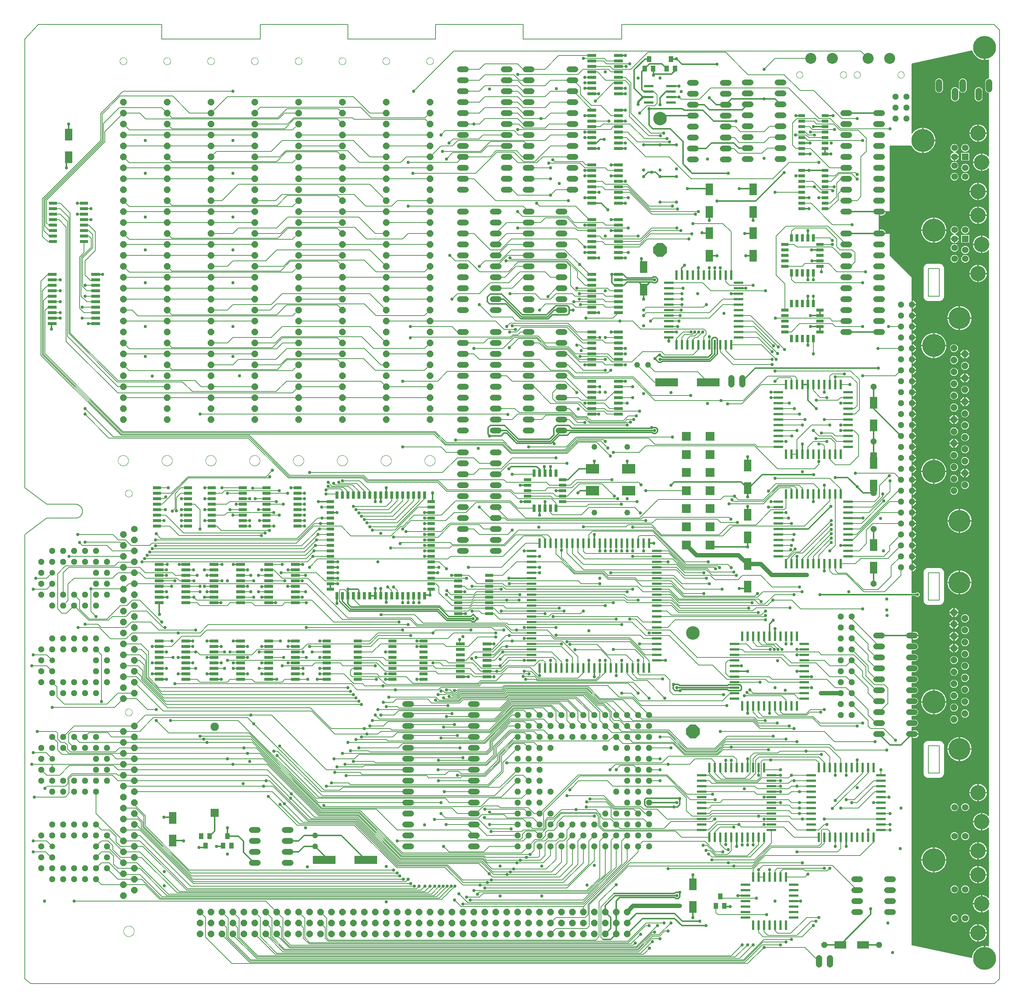
<source format=gtl>
G75*
%MOIN*%
%OFA0B0*%
%FSLAX25Y25*%
%IPPOS*%
%LPD*%
%AMOC8*
5,1,8,0,0,1.08239X$1,22.5*
%
%ADD10C,0.00600*%
%ADD11C,0.00000*%
%ADD12OC8,0.06000*%
%ADD13R,0.08000X0.02600*%
%ADD14C,0.06000*%
%ADD15R,0.07520X0.02520*%
%ADD16R,0.07087X0.02992*%
%ADD17R,0.02992X0.07087*%
%ADD18C,0.05200*%
%ADD19OC8,0.05200*%
%ADD20C,0.05200*%
%ADD21R,0.02362X0.08661*%
%ADD22R,0.08661X0.02362*%
%ADD23OC8,0.05600*%
%ADD24R,0.03937X0.05512*%
%ADD25C,0.07677*%
%ADD26R,0.07677X0.07677*%
%ADD27C,0.20000*%
%ADD28R,0.05937X0.05937*%
%ADD29C,0.05937*%
%ADD30R,0.08268X0.08268*%
%ADD31R,0.06000X0.02500*%
%ADD32R,0.07087X0.10827*%
%ADD33C,0.12400*%
%ADD34OC8,0.12400*%
%ADD35C,0.10000*%
%ADD36C,0.05600*%
%ADD37C,0.21000*%
%ADD38R,0.21000X0.07600*%
%ADD39R,0.10827X0.07087*%
%ADD40C,0.05937*%
%ADD41R,0.12000X0.08600*%
%ADD42C,0.14000*%
%ADD43R,0.06000X0.06000*%
%ADD44C,0.01200*%
%ADD45C,0.02978*%
%ADD46C,0.00800*%
%ADD47C,0.02000*%
%ADD48C,0.04159*%
%ADD49C,0.04000*%
D10*
X0004700Y0005800D02*
X0010200Y0001300D01*
X0890200Y0001300D01*
X0894700Y0005800D01*
X0894700Y0872800D01*
X0889700Y0877800D01*
X0549700Y0877800D01*
X0549700Y0864300D01*
X0459700Y0864300D01*
X0459700Y0877800D01*
X0379700Y0877800D01*
X0379700Y0864300D01*
X0299700Y0864300D01*
X0299700Y0877800D01*
X0219700Y0877800D01*
X0219700Y0864300D01*
X0129700Y0864300D01*
X0129700Y0877800D01*
X0017200Y0877800D01*
X0004700Y0864300D01*
X0004700Y0454300D01*
X0024700Y0439300D01*
X0051700Y0439300D01*
X0051856Y0439286D01*
X0052012Y0439267D01*
X0052168Y0439245D01*
X0052323Y0439219D01*
X0052477Y0439189D01*
X0052631Y0439155D01*
X0052783Y0439117D01*
X0052935Y0439075D01*
X0053085Y0439030D01*
X0053234Y0438981D01*
X0053382Y0438928D01*
X0053529Y0438871D01*
X0053674Y0438811D01*
X0053817Y0438748D01*
X0053959Y0438680D01*
X0054100Y0438609D01*
X0054238Y0438535D01*
X0054374Y0438457D01*
X0054509Y0438376D01*
X0054641Y0438291D01*
X0054772Y0438203D01*
X0054900Y0438112D01*
X0055025Y0438018D01*
X0055149Y0437921D01*
X0055269Y0437820D01*
X0055388Y0437717D01*
X0055503Y0437610D01*
X0055616Y0437501D01*
X0055726Y0437389D01*
X0055834Y0437274D01*
X0055938Y0437157D01*
X0056039Y0437037D01*
X0056138Y0436914D01*
X0056233Y0436789D01*
X0056325Y0436662D01*
X0056414Y0436532D01*
X0056500Y0436401D01*
X0056582Y0436267D01*
X0056661Y0436131D01*
X0056736Y0435993D01*
X0056808Y0435854D01*
X0056877Y0435712D01*
X0056942Y0435569D01*
X0057003Y0435425D01*
X0057061Y0435278D01*
X0057115Y0435131D01*
X0057165Y0434982D01*
X0057211Y0434832D01*
X0057254Y0434681D01*
X0057293Y0434529D01*
X0057328Y0434375D01*
X0057360Y0434221D01*
X0057387Y0434067D01*
X0057411Y0433911D01*
X0057430Y0433756D01*
X0057446Y0433599D01*
X0057458Y0433443D01*
X0057466Y0433286D01*
X0057470Y0433129D01*
X0057470Y0432971D01*
X0057466Y0432814D01*
X0057458Y0432657D01*
X0057446Y0432501D01*
X0057430Y0432344D01*
X0057411Y0432189D01*
X0057387Y0432033D01*
X0057360Y0431879D01*
X0057328Y0431725D01*
X0057293Y0431571D01*
X0057254Y0431419D01*
X0057211Y0431268D01*
X0057165Y0431118D01*
X0057115Y0430969D01*
X0057061Y0430822D01*
X0057003Y0430675D01*
X0056942Y0430531D01*
X0056877Y0430388D01*
X0056808Y0430246D01*
X0056736Y0430107D01*
X0056661Y0429969D01*
X0056582Y0429833D01*
X0056500Y0429699D01*
X0056414Y0429568D01*
X0056325Y0429438D01*
X0056233Y0429311D01*
X0056138Y0429186D01*
X0056039Y0429063D01*
X0055938Y0428943D01*
X0055834Y0428826D01*
X0055726Y0428711D01*
X0055616Y0428599D01*
X0055503Y0428490D01*
X0055388Y0428383D01*
X0055269Y0428280D01*
X0055149Y0428179D01*
X0055025Y0428082D01*
X0054900Y0427988D01*
X0054772Y0427897D01*
X0054641Y0427809D01*
X0054509Y0427724D01*
X0054374Y0427643D01*
X0054238Y0427565D01*
X0054100Y0427491D01*
X0053959Y0427420D01*
X0053817Y0427352D01*
X0053674Y0427289D01*
X0053529Y0427229D01*
X0053382Y0427172D01*
X0053234Y0427119D01*
X0053085Y0427070D01*
X0052935Y0427025D01*
X0052783Y0426983D01*
X0052631Y0426945D01*
X0052477Y0426911D01*
X0052323Y0426881D01*
X0052168Y0426855D01*
X0052012Y0426833D01*
X0051856Y0426814D01*
X0051700Y0426800D01*
X0024700Y0426800D01*
X0004700Y0411800D01*
X0004700Y0005800D01*
X0049700Y0076800D02*
X0224700Y0076800D01*
X0234700Y0066800D01*
X0240400Y0061100D01*
X0240400Y0043300D01*
X0247300Y0036400D01*
X0560254Y0036400D01*
X0562210Y0038356D01*
X0563100Y0035200D02*
X0246803Y0035200D01*
X0239200Y0042803D01*
X0239200Y0052300D01*
X0234700Y0056800D01*
X0230400Y0061100D02*
X0230400Y0044300D01*
X0241900Y0032800D01*
X0564094Y0032800D01*
X0577205Y0045911D01*
X0583811Y0045911D01*
X0594700Y0056800D01*
X0588500Y0056800D02*
X0572200Y0056800D01*
X0555400Y0040000D01*
X0281803Y0040000D01*
X0279200Y0042603D01*
X0279200Y0052300D01*
X0274700Y0056800D01*
X0280400Y0061100D02*
X0274700Y0066800D01*
X0280400Y0061100D02*
X0280400Y0043100D01*
X0282300Y0041200D01*
X0526100Y0041200D01*
X0529200Y0044300D01*
X0529200Y0076300D01*
X0544700Y0091800D01*
X0534700Y0101194D02*
X0534700Y0126800D01*
X0529700Y0131800D02*
X0534700Y0136800D01*
X0533203Y0140600D02*
X0528500Y0145303D01*
X0528500Y0154500D01*
X0526311Y0156689D01*
X0494589Y0156689D01*
X0484700Y0146800D01*
X0480900Y0150000D02*
X0480900Y0143000D01*
X0474700Y0136800D01*
X0470900Y0140600D01*
X0462200Y0140600D01*
X0459200Y0137600D01*
X0459200Y0134800D01*
X0457400Y0133000D01*
X0418500Y0133000D01*
X0414700Y0136800D01*
X0409700Y0141800D01*
X0344700Y0141800D01*
X0325900Y0160600D01*
X0275733Y0160600D01*
X0211533Y0224800D01*
X0168200Y0224800D01*
X0106700Y0224800D01*
X0104700Y0226800D01*
X0084200Y0226800D01*
X0080400Y0230600D01*
X0063500Y0230600D01*
X0059700Y0226800D01*
X0054700Y0221800D02*
X0049700Y0226800D01*
X0047200Y0231800D02*
X0044700Y0229300D01*
X0044700Y0221800D01*
X0049700Y0216800D01*
X0046500Y0213000D02*
X0043700Y0215800D01*
X0043700Y0219300D01*
X0041200Y0221800D01*
X0037700Y0221800D01*
X0034700Y0224800D01*
X0034700Y0230300D01*
X0033200Y0231800D01*
X0016111Y0231800D01*
X0029700Y0226800D02*
X0034700Y0221800D01*
X0034700Y0214800D01*
X0038900Y0210600D01*
X0084400Y0210600D01*
X0088200Y0206800D01*
X0104700Y0206800D01*
X0189700Y0206800D01*
X0222745Y0206800D01*
X0273745Y0155800D01*
X0309609Y0155800D01*
X0348409Y0117000D01*
X0423688Y0117000D01*
X0426465Y0114223D01*
X0457200Y0114223D01*
X0475623Y0114223D01*
X0479700Y0118300D01*
X0479700Y0129300D01*
X0482200Y0131800D01*
X0489700Y0131800D01*
X0494700Y0136800D01*
X0499700Y0134800D02*
X0496700Y0131800D01*
X0492700Y0131800D01*
X0489700Y0128800D01*
X0489700Y0114800D01*
X0480845Y0105945D01*
X0451200Y0105945D01*
X0431349Y0105945D01*
X0422694Y0114600D01*
X0347415Y0114600D01*
X0308615Y0153400D01*
X0269600Y0153400D01*
X0248200Y0174800D01*
X0226200Y0196800D01*
X0104700Y0196800D01*
X0089700Y0196800D01*
X0085900Y0200600D01*
X0045500Y0200600D01*
X0036700Y0191800D01*
X0024700Y0191800D01*
X0019700Y0196800D01*
X0011111Y0201800D02*
X0029700Y0201800D01*
X0029700Y0196800D01*
X0029700Y0201800D02*
X0094700Y0201800D01*
X0194700Y0201800D01*
X0226048Y0201800D01*
X0273248Y0154600D01*
X0309112Y0154600D01*
X0347912Y0115800D01*
X0423191Y0115800D01*
X0427157Y0111834D01*
X0454200Y0111834D01*
X0478234Y0111834D01*
X0484700Y0118300D01*
X0484700Y0126800D01*
X0479700Y0131800D02*
X0484700Y0136800D01*
X0480200Y0136300D02*
X0480200Y0139300D01*
X0482200Y0141300D01*
X0487700Y0141300D01*
X0490700Y0144300D01*
X0490700Y0148300D01*
X0496700Y0154300D01*
X0524700Y0154300D01*
X0526808Y0157889D02*
X0529700Y0154997D01*
X0529700Y0145800D01*
X0533700Y0141800D01*
X0622810Y0141800D01*
X0629200Y0141800D01*
X0636700Y0149300D01*
X0702200Y0149300D01*
X0709700Y0141800D01*
X0722810Y0141800D01*
X0729700Y0141800D01*
X0734700Y0146800D01*
X0737200Y0146800D01*
X0737700Y0142300D02*
X0739700Y0140300D01*
X0739700Y0134910D01*
X0734700Y0134910D02*
X0734700Y0129800D01*
X0730700Y0125800D01*
X0686094Y0125800D01*
X0669094Y0108800D01*
X0652200Y0108800D01*
X0555700Y0108800D01*
X0520200Y0073300D01*
X0520200Y0053800D01*
X0518200Y0051800D01*
X0489700Y0051800D01*
X0484700Y0046800D01*
X0484700Y0056800D02*
X0489700Y0061800D01*
X0516500Y0061800D01*
X0519000Y0064300D01*
X0519000Y0073797D01*
X0557003Y0111800D01*
X0647200Y0111800D01*
X0670397Y0111800D01*
X0685597Y0127000D01*
X0729900Y0127000D01*
X0732200Y0129300D01*
X0732200Y0141300D01*
X0733200Y0142300D01*
X0737700Y0142300D01*
X0734700Y0151800D02*
X0786590Y0151800D01*
X0786590Y0156800D02*
X0794700Y0156800D01*
X0794700Y0146800D02*
X0786590Y0146800D01*
X0786590Y0141800D02*
X0794700Y0141800D01*
X0779700Y0134910D02*
X0779700Y0130800D01*
X0767450Y0118550D01*
X0680541Y0118550D01*
X0668402Y0106411D01*
X0592089Y0106411D01*
X0569200Y0131300D02*
X0625700Y0131300D01*
X0635200Y0121800D01*
X0642200Y0121800D01*
X0644700Y0123800D02*
X0639700Y0128800D01*
X0639700Y0134910D01*
X0634700Y0134910D02*
X0634700Y0139800D01*
X0639311Y0144411D01*
X0652200Y0144411D01*
X0656700Y0146800D02*
X0637200Y0146800D01*
X0629700Y0139300D01*
X0629700Y0134910D01*
X0604590Y0134910D01*
X0598900Y0140600D01*
X0533203Y0140600D01*
X0524700Y0136800D02*
X0519700Y0131800D01*
X0519700Y0110300D01*
X0500700Y0091300D01*
X0420400Y0091300D01*
X0404700Y0091300D01*
X0388600Y0107400D01*
X0344432Y0107400D01*
X0305632Y0146200D01*
X0253300Y0146200D01*
X0227200Y0172300D01*
X0230700Y0176800D02*
X0104700Y0176800D01*
X0104700Y0186800D02*
X0089700Y0186800D01*
X0084700Y0191800D01*
X0048200Y0191800D01*
X0045200Y0188800D01*
X0045200Y0175300D01*
X0041700Y0171800D01*
X0013500Y0171800D01*
X0023289Y0179800D02*
X0025289Y0181800D01*
X0041700Y0181800D01*
X0044000Y0184100D01*
X0044000Y0189297D01*
X0047703Y0193000D01*
X0088500Y0193000D01*
X0089700Y0191800D01*
X0094700Y0191800D01*
X0226397Y0191800D01*
X0247549Y0170649D01*
X0265997Y0152200D01*
X0308118Y0152200D01*
X0346918Y0113400D01*
X0422197Y0113400D01*
X0432041Y0103556D01*
X0448200Y0103556D01*
X0485956Y0103556D01*
X0494700Y0112300D01*
X0494700Y0126800D01*
X0499700Y0131800D02*
X0499700Y0111300D01*
X0489567Y0101167D01*
X0445200Y0101167D01*
X0432733Y0101167D01*
X0421700Y0112200D01*
X0346420Y0112200D01*
X0307620Y0151000D01*
X0263819Y0151000D01*
X0228019Y0186800D01*
X0225200Y0186800D01*
X0104700Y0186800D01*
X0094700Y0181800D02*
X0222700Y0181800D01*
X0231321Y0181800D01*
X0263321Y0149800D01*
X0307123Y0149800D01*
X0345923Y0111000D01*
X0419500Y0111000D01*
X0428700Y0101800D01*
X0431722Y0098778D01*
X0493178Y0098778D01*
X0504700Y0110300D01*
X0504700Y0126800D01*
X0509700Y0131800D02*
X0509700Y0110300D01*
X0495478Y0096078D01*
X0430700Y0096078D01*
X0404419Y0096078D01*
X0390697Y0109800D01*
X0345426Y0109800D01*
X0306626Y0148600D01*
X0258900Y0148600D01*
X0241700Y0165800D01*
X0230700Y0176800D01*
X0237889Y0164989D02*
X0255479Y0147400D01*
X0306129Y0147400D01*
X0344929Y0108600D01*
X0390200Y0108600D01*
X0405111Y0093689D01*
X0427200Y0093689D01*
X0496589Y0093689D01*
X0514700Y0111800D01*
X0514700Y0126800D01*
X0509700Y0131800D02*
X0514700Y0136800D01*
X0504700Y0136800D02*
X0499700Y0131800D01*
X0499700Y0134800D02*
X0499700Y0141800D01*
X0504700Y0146800D01*
X0494092Y0157889D02*
X0488003Y0151800D01*
X0482700Y0151800D01*
X0480900Y0150000D01*
X0479700Y0150497D02*
X0479700Y0143497D01*
X0478003Y0141800D01*
X0459700Y0141800D01*
X0458311Y0140411D01*
X0430311Y0140411D01*
X0427700Y0142800D02*
X0419200Y0151300D01*
X0378811Y0151300D01*
X0384700Y0156800D02*
X0388700Y0152800D01*
X0419200Y0152800D01*
X0422000Y0155600D01*
X0442400Y0155600D01*
X0445200Y0152800D01*
X0468700Y0152800D01*
X0474700Y0146800D01*
X0478500Y0143994D02*
X0478500Y0158100D01*
X0511400Y0191000D01*
X0590697Y0191000D01*
X0612397Y0169300D01*
X0635200Y0169300D01*
X0639700Y0166800D02*
X0642200Y0169300D01*
X0702200Y0169300D01*
X0704700Y0166800D01*
X0712200Y0166800D01*
X0722810Y0166800D01*
X0722810Y0161800D02*
X0712200Y0161800D01*
X0705200Y0161800D01*
X0702700Y0164300D01*
X0632200Y0164300D01*
X0629700Y0161800D01*
X0622810Y0161800D01*
X0622810Y0166800D02*
X0639700Y0166800D01*
X0632811Y0174300D02*
X0609094Y0174300D01*
X0591194Y0192200D01*
X0510100Y0192200D01*
X0474700Y0156800D01*
X0469650Y0156800D01*
X0464450Y0162000D01*
X0439000Y0162000D01*
X0437200Y0163800D01*
X0423697Y0163800D01*
X0416697Y0156800D01*
X0414700Y0156800D01*
X0399700Y0156800D01*
X0394700Y0161800D01*
X0276230Y0161800D01*
X0210730Y0227300D01*
X0164700Y0227300D01*
X0171200Y0221800D02*
X0212836Y0221800D01*
X0275236Y0159400D01*
X0311100Y0159400D01*
X0349900Y0120600D01*
X0458500Y0120600D01*
X0464700Y0126800D01*
X0470900Y0133000D01*
X0476900Y0133000D01*
X0480200Y0136300D01*
X0479700Y0131800D02*
X0472200Y0131800D01*
X0469700Y0129300D01*
X0469700Y0123001D01*
X0466200Y0119501D01*
X0466099Y0119400D01*
X0349403Y0119400D01*
X0310603Y0158200D01*
X0274739Y0158200D01*
X0216139Y0216800D01*
X0204700Y0216800D01*
X0104700Y0216800D01*
X0091200Y0216800D01*
X0087400Y0213000D01*
X0046500Y0213000D01*
X0044700Y0211800D02*
X0039700Y0216800D01*
X0044700Y0211800D02*
X0094700Y0211800D01*
X0208200Y0211800D01*
X0219442Y0211800D01*
X0274242Y0157000D01*
X0310106Y0157000D01*
X0348906Y0118200D01*
X0424185Y0118200D01*
X0425774Y0116612D01*
X0462871Y0116612D01*
X0473512Y0116612D01*
X0474700Y0117800D01*
X0474700Y0126800D01*
X0464700Y0136800D02*
X0459700Y0131800D01*
X0344700Y0131800D01*
X0341578Y0105178D02*
X0154807Y0105178D01*
X0114701Y0145284D01*
X0114701Y0154799D01*
X0104700Y0164800D01*
X0104700Y0166800D01*
X0106003Y0161800D02*
X0113501Y0154301D01*
X0113501Y0144787D01*
X0155988Y0102300D01*
X0344700Y0102300D01*
X0347230Y0099770D02*
X0156821Y0099770D01*
X0112301Y0144290D01*
X0112301Y0149199D01*
X0104700Y0156800D01*
X0106003Y0161800D02*
X0094700Y0161800D01*
X0094700Y0151800D02*
X0108003Y0151800D01*
X0111101Y0148701D01*
X0111101Y0143793D01*
X0158094Y0096800D01*
X0350400Y0096800D01*
X0352311Y0094411D02*
X0158786Y0094411D01*
X0106397Y0146800D01*
X0104700Y0146800D01*
X0109700Y0141800D02*
X0158700Y0092800D01*
X0357089Y0092800D01*
X0360400Y0090300D02*
X0156200Y0090300D01*
X0109700Y0136800D01*
X0104700Y0136800D01*
X0109700Y0131800D02*
X0094700Y0131800D01*
X0069700Y0156800D01*
X0069700Y0176800D01*
X0069700Y0146800D02*
X0074700Y0141800D01*
X0082200Y0141800D01*
X0088200Y0135800D01*
X0088200Y0130800D01*
X0092200Y0126800D01*
X0104700Y0126800D01*
X0112579Y0126800D01*
X0152668Y0086711D01*
X0366611Y0086711D01*
X0370200Y0090300D01*
X0374700Y0090300D02*
X0369911Y0085511D01*
X0145989Y0085511D01*
X0109700Y0121800D01*
X0094700Y0121800D01*
X0079700Y0136800D01*
X0080700Y0131800D02*
X0074700Y0131800D01*
X0069700Y0126800D01*
X0074700Y0121800D02*
X0069700Y0116800D01*
X0074700Y0111800D02*
X0069700Y0106800D01*
X0074700Y0111800D02*
X0081700Y0111800D01*
X0091700Y0101800D01*
X0094700Y0101800D01*
X0095300Y0101200D01*
X0109700Y0101200D01*
X0130200Y0080700D01*
X0380789Y0080700D01*
X0390389Y0090300D01*
X0393967Y0090300D02*
X0383167Y0079500D01*
X0128697Y0079500D01*
X0111397Y0096800D01*
X0104700Y0096800D01*
X0089700Y0096800D01*
X0079700Y0106800D01*
X0085950Y0110550D02*
X0085950Y0118050D01*
X0082200Y0121800D01*
X0074700Y0121800D01*
X0079700Y0126800D02*
X0094700Y0111800D01*
X0107200Y0111800D01*
X0135889Y0083111D01*
X0376011Y0083111D01*
X0383200Y0090300D01*
X0386811Y0090300D02*
X0378411Y0081900D01*
X0134600Y0081900D01*
X0109700Y0106800D01*
X0104700Y0106800D01*
X0089700Y0106800D01*
X0085950Y0110550D01*
X0092200Y0116800D02*
X0085200Y0123800D01*
X0085200Y0127300D01*
X0080700Y0131800D01*
X0092200Y0116800D02*
X0104700Y0116800D01*
X0111200Y0116800D01*
X0143689Y0084311D01*
X0373211Y0084311D01*
X0379200Y0090300D01*
X0364700Y0090300D02*
X0362311Y0087911D01*
X0153589Y0087911D01*
X0109700Y0131800D01*
X0109700Y0141800D02*
X0094700Y0141800D01*
X0069700Y0096800D02*
X0074700Y0091800D01*
X0094700Y0091800D01*
X0114700Y0091800D01*
X0128200Y0078300D01*
X0385545Y0078300D01*
X0397545Y0090300D01*
X0401200Y0083300D02*
X0409111Y0075389D01*
X0514592Y0075389D01*
X0549700Y0110497D01*
X0549700Y0131800D01*
X0554700Y0136800D01*
X0548500Y0143000D02*
X0588400Y0143000D01*
X0594700Y0149300D01*
X0632200Y0149300D01*
X0634700Y0151800D01*
X0632200Y0154300D02*
X0674700Y0154300D01*
X0702700Y0154300D01*
X0705200Y0151800D01*
X0714700Y0151800D01*
X0722810Y0151800D01*
X0722810Y0156800D02*
X0712200Y0156800D01*
X0705200Y0156800D01*
X0702700Y0159300D01*
X0632200Y0159300D01*
X0629700Y0156800D01*
X0622810Y0156800D01*
X0622810Y0151800D02*
X0629700Y0151800D01*
X0632200Y0154300D01*
X0632200Y0156800D02*
X0686590Y0156800D01*
X0686590Y0151800D02*
X0679700Y0151800D01*
X0679700Y0146800D02*
X0686590Y0146800D01*
X0686590Y0141800D02*
X0686590Y0129690D01*
X0671165Y0114265D01*
X0632265Y0114265D01*
X0632011Y0117011D02*
X0667108Y0117011D01*
X0679700Y0129603D01*
X0679700Y0134910D01*
X0674700Y0134910D02*
X0674700Y0128300D01*
X0664611Y0118211D01*
X0635395Y0118211D01*
X0630515Y0123091D01*
X0626833Y0123091D01*
X0629222Y0119800D02*
X0632011Y0117011D01*
X0635892Y0119411D02*
X0627692Y0127611D01*
X0624011Y0127611D01*
X0635892Y0119411D02*
X0646311Y0119411D01*
X0649700Y0122800D01*
X0649700Y0134910D01*
X0644700Y0134910D02*
X0644700Y0128300D01*
X0644700Y0123800D02*
X0647200Y0123800D01*
X0659700Y0128189D02*
X0659700Y0134910D01*
X0664700Y0134910D02*
X0664700Y0128189D01*
X0669700Y0128189D02*
X0669700Y0134910D01*
X0659200Y0144300D02*
X0697700Y0144300D01*
X0707090Y0134910D01*
X0729700Y0134910D01*
X0744700Y0134910D02*
X0744700Y0126800D01*
X0749700Y0124800D02*
X0746700Y0121800D01*
X0709700Y0121800D01*
X0714700Y0111800D02*
X0675488Y0111800D01*
X0669700Y0106012D01*
X0669700Y0098847D01*
X0674700Y0098847D02*
X0674700Y0105300D01*
X0678811Y0109411D01*
X0742089Y0109411D01*
X0764700Y0086800D01*
X0739700Y0106800D02*
X0737311Y0104411D01*
X0717389Y0104411D01*
X0716200Y0105600D01*
X0696700Y0105600D01*
X0694700Y0103600D01*
X0694700Y0098847D01*
X0689700Y0098847D02*
X0689700Y0104800D01*
X0690700Y0105800D01*
X0691700Y0106800D01*
X0734700Y0106800D01*
X0719700Y0101300D02*
X0717247Y0098847D01*
X0699700Y0098847D01*
X0684700Y0098847D02*
X0684700Y0105300D01*
X0679700Y0098847D02*
X0674700Y0098847D01*
X0672700Y0079300D02*
X0641531Y0079300D01*
X0639700Y0081131D01*
X0635960Y0072469D02*
X0635960Y0066040D01*
X0637700Y0064300D01*
X0682200Y0064300D01*
X0679700Y0054753D02*
X0679700Y0048800D01*
X0683111Y0045389D01*
X0694700Y0045389D01*
X0695700Y0045389D01*
X0709789Y0045389D01*
X0722700Y0058300D01*
X0727200Y0058300D01*
X0729700Y0061800D02*
X0718700Y0061800D01*
X0704200Y0047300D01*
X0692200Y0047300D01*
X0689700Y0049800D01*
X0689700Y0054753D01*
X0674700Y0054753D02*
X0674700Y0048300D01*
X0678811Y0044189D01*
X0714589Y0044189D01*
X0724700Y0054300D01*
X0704700Y0041800D02*
X0679700Y0041800D01*
X0661100Y0023200D01*
X0211000Y0023200D01*
X0190400Y0043800D01*
X0190400Y0061100D01*
X0184700Y0066800D01*
X0184700Y0056800D02*
X0189200Y0052300D01*
X0189200Y0043303D01*
X0210503Y0022000D01*
X0661597Y0022000D01*
X0678897Y0039300D01*
X0699700Y0039300D01*
X0694700Y0036800D02*
X0678094Y0036800D01*
X0662094Y0020800D01*
X0210006Y0020800D01*
X0184700Y0046106D01*
X0184700Y0046800D01*
X0194700Y0046800D02*
X0194950Y0046550D01*
X0194950Y0045856D01*
X0216406Y0024400D01*
X0657300Y0024400D01*
X0669700Y0036800D01*
X0664700Y0036800D02*
X0653500Y0025600D01*
X0216903Y0025600D01*
X0199200Y0043303D01*
X0199200Y0052300D01*
X0194700Y0056800D01*
X0200400Y0061100D02*
X0194700Y0066800D01*
X0200400Y0061100D02*
X0200400Y0043800D01*
X0217400Y0026800D01*
X0649700Y0026800D01*
X0659700Y0036800D01*
X0664889Y0019600D02*
X0193900Y0019600D01*
X0169700Y0043800D01*
X0169700Y0061800D01*
X0164700Y0066800D01*
X0214700Y0066800D02*
X0219700Y0061800D01*
X0219700Y0044300D01*
X0234800Y0029200D01*
X0567267Y0029200D01*
X0577783Y0039717D01*
X0577010Y0042322D02*
X0565088Y0030400D01*
X0240600Y0030400D01*
X0224700Y0046300D01*
X0224700Y0046800D01*
X0229200Y0043803D02*
X0229200Y0052300D01*
X0224700Y0056800D01*
X0230400Y0061100D02*
X0224700Y0066800D01*
X0214700Y0046800D02*
X0233500Y0028000D01*
X0569445Y0028000D01*
X0571973Y0030527D01*
X0575223Y0033777D01*
X0577010Y0042322D02*
X0584700Y0042322D01*
X0584308Y0044711D02*
X0588897Y0049300D01*
X0592200Y0049300D01*
X0584308Y0044711D02*
X0577702Y0044711D01*
X0564591Y0031600D01*
X0241403Y0031600D01*
X0229200Y0043803D01*
X0234700Y0045606D02*
X0246306Y0034000D01*
X0563597Y0034000D01*
X0577897Y0048300D01*
X0579700Y0048300D01*
X0582311Y0054411D02*
X0563100Y0035200D01*
X0558076Y0037600D02*
X0264403Y0037600D01*
X0259200Y0042803D01*
X0259200Y0052300D01*
X0254700Y0056800D01*
X0260400Y0061100D02*
X0254700Y0066800D01*
X0260400Y0061100D02*
X0260400Y0043300D01*
X0264900Y0038800D01*
X0555897Y0038800D01*
X0571397Y0054300D01*
X0574700Y0054300D01*
X0566988Y0046512D02*
X0558076Y0037600D01*
X0514700Y0066800D02*
X0514700Y0071800D01*
X0403089Y0071800D01*
X0397089Y0077800D01*
X0404700Y0074189D02*
X0515089Y0074189D01*
X0554700Y0113800D01*
X0554700Y0126800D01*
X0564700Y0126800D02*
X0564700Y0121800D01*
X0514700Y0071800D01*
X0514700Y0077800D02*
X0544700Y0107800D01*
X0544700Y0126800D01*
X0540200Y0132300D02*
X0540200Y0104997D01*
X0519103Y0083900D01*
X0423300Y0083900D01*
X0419700Y0080300D01*
X0408011Y0080300D01*
X0411589Y0077800D02*
X0514700Y0077800D01*
X0518606Y0085100D02*
X0534700Y0101194D01*
X0529700Y0097891D02*
X0518109Y0086300D01*
X0414700Y0086300D01*
X0418011Y0083189D02*
X0419922Y0085100D01*
X0518606Y0085100D01*
X0529700Y0097891D02*
X0529700Y0131800D01*
X0524700Y0126800D02*
X0524700Y0113603D01*
X0499786Y0088689D01*
X0424700Y0088689D01*
X0423700Y0121800D02*
X0392200Y0121800D01*
X0387200Y0126800D01*
X0389611Y0146800D02*
X0414700Y0146800D01*
X0416700Y0146800D01*
X0426700Y0136800D01*
X0454700Y0136800D01*
X0448789Y0142800D02*
X0427700Y0142800D01*
X0429111Y0146800D02*
X0454700Y0146800D01*
X0459900Y0151600D02*
X0425843Y0151600D01*
X0424421Y0153021D01*
X0429111Y0158211D02*
X0429200Y0158211D01*
X0430611Y0156800D01*
X0454700Y0156800D01*
X0460700Y0160800D02*
X0464700Y0156800D01*
X0460700Y0160800D02*
X0424789Y0160800D01*
X0421200Y0163000D02*
X0428800Y0170600D01*
X0458500Y0170600D01*
X0464700Y0176800D01*
X0464700Y0186800D02*
X0459700Y0191800D01*
X0452700Y0191800D01*
X0433900Y0173000D01*
X0276303Y0173000D01*
X0235503Y0213800D01*
X0232200Y0213800D01*
X0235222Y0209581D02*
X0273003Y0171800D01*
X0439700Y0171800D01*
X0454700Y0186800D01*
X0444700Y0186800D02*
X0438500Y0180600D01*
X0295000Y0180600D01*
X0292400Y0178000D01*
X0278060Y0178000D01*
X0237611Y0218449D01*
X0209427Y0230300D02*
X0136200Y0230300D01*
X0124700Y0241800D01*
X0122200Y0244300D02*
X0208200Y0244300D01*
X0213700Y0238800D01*
X0275700Y0176800D01*
X0354700Y0176800D01*
X0371700Y0191300D02*
X0373589Y0189411D01*
X0402690Y0189411D01*
X0403879Y0190600D01*
X0425100Y0190600D01*
X0438900Y0204400D01*
X0438900Y0209997D01*
X0450703Y0221800D01*
X0469700Y0221800D01*
X0474700Y0216800D01*
X0474700Y0226800D02*
X0469700Y0231800D01*
X0448203Y0231800D01*
X0434100Y0217697D01*
X0434100Y0209897D01*
X0426003Y0201800D01*
X0297200Y0201800D01*
X0289700Y0199300D02*
X0313400Y0199300D01*
X0314700Y0200600D01*
X0426500Y0200600D01*
X0435300Y0209400D01*
X0435300Y0217200D01*
X0448700Y0230600D01*
X0460900Y0230600D01*
X0464700Y0226800D01*
X0460900Y0220600D02*
X0451200Y0220600D01*
X0440100Y0209500D01*
X0440100Y0195397D01*
X0427703Y0183000D01*
X0302200Y0183000D01*
X0300400Y0184800D01*
X0284700Y0184800D01*
X0280200Y0181800D02*
X0428200Y0181800D01*
X0441300Y0194900D01*
X0441300Y0203400D01*
X0454700Y0216800D01*
X0460900Y0220600D02*
X0464700Y0216800D01*
X0454700Y0226800D02*
X0452309Y0226800D01*
X0436500Y0210991D01*
X0436500Y0205394D01*
X0424106Y0193000D01*
X0403200Y0193000D01*
X0400900Y0195300D01*
X0391700Y0195300D01*
X0388900Y0192500D01*
X0312500Y0192500D01*
X0310700Y0194300D01*
X0287700Y0194300D01*
X0280011Y0196800D02*
X0230011Y0246800D01*
X0211200Y0246800D01*
X0114700Y0246800D01*
X0104700Y0236800D01*
X0049700Y0236800D01*
X0039700Y0226800D01*
X0047200Y0231800D02*
X0094700Y0231800D01*
X0109700Y0231800D01*
X0122200Y0244300D01*
X0124700Y0251800D02*
X0116700Y0251800D01*
X0106700Y0261800D01*
X0094700Y0261800D01*
X0086700Y0253800D01*
X0029700Y0253800D01*
X0034200Y0263300D02*
X0034200Y0272300D01*
X0029700Y0276800D01*
X0029700Y0286800D02*
X0024700Y0291800D01*
X0011111Y0291800D01*
X0012311Y0301800D02*
X0024700Y0301800D01*
X0029700Y0296800D01*
X0034200Y0263300D02*
X0040700Y0256800D01*
X0079700Y0256800D01*
X0089700Y0266800D01*
X0104700Y0266800D01*
X0104700Y0276800D02*
X0131200Y0250300D01*
X0266700Y0250300D01*
X0287700Y0229300D01*
X0317200Y0229300D01*
X0327200Y0229300D01*
X0329700Y0231800D01*
X0429320Y0231800D01*
X0450970Y0253450D01*
X0478050Y0253450D01*
X0484700Y0246800D01*
X0489700Y0250103D02*
X0485153Y0254650D01*
X0450473Y0254650D01*
X0428823Y0233000D01*
X0339700Y0233000D01*
X0338400Y0234300D01*
X0314700Y0234300D01*
X0284397Y0234300D01*
X0265397Y0253300D01*
X0135200Y0253300D01*
X0106700Y0281800D01*
X0094700Y0281800D01*
X0094700Y0291800D02*
X0108200Y0291800D01*
X0112600Y0287400D01*
X0112600Y0279612D01*
X0132912Y0259300D01*
X0309700Y0259300D01*
X0312200Y0256300D02*
X0134215Y0256300D01*
X0111400Y0279115D01*
X0111400Y0281800D01*
X0106400Y0286800D01*
X0104700Y0286800D01*
X0104700Y0296800D02*
X0109300Y0296800D01*
X0113800Y0292300D01*
X0113800Y0280109D01*
X0131609Y0262300D01*
X0307200Y0262300D01*
X0304700Y0265300D02*
X0130306Y0265300D01*
X0115000Y0280606D01*
X0115000Y0296500D01*
X0109700Y0301800D01*
X0094700Y0301800D01*
X0094700Y0311800D02*
X0110700Y0311800D01*
X0117700Y0304800D01*
X0117700Y0281300D01*
X0127200Y0271800D01*
X0299700Y0271800D01*
X0302200Y0268300D02*
X0129003Y0268300D01*
X0116200Y0281103D01*
X0116200Y0301800D01*
X0111200Y0306800D01*
X0104700Y0306800D01*
X0097200Y0316300D02*
X0083200Y0316300D01*
X0072700Y0326800D01*
X0053500Y0326800D01*
X0059700Y0329800D02*
X0071397Y0329800D01*
X0074549Y0326649D01*
X0097049Y0326649D01*
X0102200Y0331800D01*
X0119700Y0331800D01*
X0127200Y0324300D01*
X0160700Y0324300D01*
X0164700Y0321800D02*
X0172200Y0329300D01*
X0354700Y0329300D01*
X0356811Y0334189D02*
X0294811Y0334189D01*
X0262200Y0366800D01*
X0104700Y0366800D01*
X0099700Y0366800D01*
X0094700Y0361800D01*
X0094513Y0361987D01*
X0065089Y0361987D01*
X0065089Y0341500D01*
X0069700Y0336889D01*
X0063697Y0334500D02*
X0079900Y0334500D01*
X0092200Y0346800D01*
X0097700Y0346800D01*
X0102700Y0351800D01*
X0109700Y0351800D01*
X0129700Y0331800D01*
X0131003Y0326800D02*
X0116003Y0341800D01*
X0102200Y0341800D01*
X0097200Y0336800D01*
X0084700Y0336800D01*
X0081200Y0333300D01*
X0063200Y0333300D01*
X0049700Y0346800D01*
X0042700Y0339800D01*
X0038700Y0339800D01*
X0034700Y0343800D01*
X0034700Y0375800D01*
X0041900Y0383000D01*
X0086900Y0383000D01*
X0090200Y0386300D01*
X0104200Y0386300D01*
X0104700Y0386800D01*
X0111700Y0386800D02*
X0262711Y0386800D01*
X0267711Y0391800D01*
X0283755Y0391800D01*
X0283755Y0396800D02*
X0268911Y0396800D01*
X0261911Y0389800D01*
X0114089Y0389800D01*
X0116478Y0392800D02*
X0261111Y0392800D01*
X0270111Y0401800D01*
X0283755Y0401800D01*
X0283755Y0406800D02*
X0271200Y0406800D01*
X0260200Y0395800D01*
X0118867Y0395800D01*
X0121256Y0398800D02*
X0259511Y0398800D01*
X0272511Y0411800D01*
X0283755Y0411800D01*
X0283755Y0416800D02*
X0273711Y0416800D01*
X0273003Y0416800D01*
X0257503Y0401300D01*
X0124200Y0401300D01*
X0120700Y0403800D02*
X0118700Y0401800D01*
X0101700Y0401800D01*
X0096700Y0406800D01*
X0090200Y0406800D01*
X0085200Y0411800D01*
X0053200Y0411800D01*
X0054700Y0404300D02*
X0057200Y0401800D01*
X0079700Y0401800D01*
X0084700Y0396800D01*
X0104700Y0396800D01*
X0094700Y0391800D02*
X0045200Y0391800D01*
X0044700Y0381800D02*
X0094700Y0381800D01*
X0109700Y0381800D01*
X0114700Y0376800D01*
X0139700Y0376800D01*
X0142200Y0374300D01*
X0151800Y0374300D01*
X0162200Y0374300D01*
X0159200Y0369300D02*
X0151800Y0369300D01*
X0146200Y0369300D01*
X0143700Y0371800D01*
X0114700Y0371800D01*
X0109700Y0376800D01*
X0104700Y0376800D01*
X0089700Y0376800D01*
X0084700Y0371800D01*
X0049700Y0371800D01*
X0044200Y0366300D01*
X0044200Y0351300D01*
X0039700Y0346800D01*
X0039700Y0356800D02*
X0039700Y0376800D01*
X0044700Y0381800D01*
X0029700Y0376800D02*
X0024700Y0371800D01*
X0014700Y0371800D01*
X0012311Y0361800D02*
X0024700Y0361800D01*
X0029700Y0366800D01*
X0049700Y0356800D02*
X0054700Y0351800D01*
X0054700Y0343497D01*
X0063697Y0334500D01*
X0069700Y0306800D02*
X0074700Y0301800D01*
X0074700Y0259189D01*
X0094700Y0221800D02*
X0054700Y0221800D01*
X0029700Y0206800D02*
X0024200Y0212300D01*
X0012311Y0212300D01*
X0094700Y0221800D02*
X0171200Y0221800D01*
X0199624Y0241800D02*
X0270824Y0170600D01*
X0388700Y0170600D01*
X0392500Y0166800D01*
X0414700Y0166800D01*
X0421200Y0163000D02*
X0279000Y0163000D01*
X0277811Y0164189D01*
X0272927Y0166800D02*
X0209427Y0230300D01*
X0199624Y0241800D02*
X0137700Y0241800D01*
X0141700Y0275300D02*
X0302700Y0275300D01*
X0308200Y0269800D01*
X0343200Y0269800D01*
X0382321Y0269800D01*
X0384655Y0272134D01*
X0440804Y0272134D01*
X0442520Y0273850D01*
X0536700Y0273850D01*
X0547550Y0263000D01*
X0560197Y0263000D01*
X0567897Y0255300D01*
X0645700Y0255300D01*
X0641700Y0259800D02*
X0565503Y0259800D01*
X0558503Y0266800D01*
X0549700Y0266800D01*
X0550900Y0260600D02*
X0564700Y0246800D01*
X0568500Y0243000D01*
X0670803Y0243000D01*
X0674503Y0239300D01*
X0691786Y0239300D01*
X0692900Y0246600D02*
X0718697Y0246600D01*
X0721508Y0249411D01*
X0731589Y0249411D01*
X0734700Y0251800D02*
X0722200Y0251800D01*
X0718200Y0247800D01*
X0696700Y0247800D01*
X0694700Y0249800D01*
X0694700Y0254910D01*
X0689700Y0254910D02*
X0689700Y0249800D01*
X0692900Y0246600D01*
X0699700Y0254910D02*
X0699700Y0260300D01*
X0695700Y0264300D01*
X0661700Y0264300D01*
X0664200Y0267300D02*
X0665900Y0265600D01*
X0707400Y0265600D01*
X0711200Y0261800D01*
X0716590Y0261800D01*
X0716590Y0266800D02*
X0669822Y0266800D01*
X0666822Y0269800D01*
X0676111Y0276800D02*
X0652810Y0276800D01*
X0652810Y0281800D02*
X0647700Y0281800D01*
X0644700Y0284800D01*
X0644700Y0294300D01*
X0647200Y0296800D01*
X0652810Y0296800D01*
X0652810Y0301800D02*
X0697200Y0301800D01*
X0704700Y0294300D01*
X0727200Y0294300D01*
X0739700Y0281800D01*
X0754700Y0281800D01*
X0759700Y0276800D01*
X0754700Y0271800D02*
X0744700Y0271800D01*
X0737200Y0279300D01*
X0687200Y0279300D01*
X0684700Y0281800D01*
X0652810Y0281800D01*
X0645700Y0279300D02*
X0632700Y0292300D01*
X0620200Y0292300D01*
X0593200Y0319300D01*
X0571700Y0319300D01*
X0559200Y0331800D01*
X0467613Y0331800D01*
X0467613Y0326800D02*
X0489700Y0326800D01*
X0489700Y0319778D02*
X0566722Y0319778D01*
X0569700Y0316800D01*
X0581787Y0316800D01*
X0581787Y0321800D02*
X0574700Y0321800D01*
X0572700Y0324300D02*
X0562700Y0334300D01*
X0557200Y0334300D01*
X0564200Y0336800D02*
X0487200Y0336800D01*
X0485700Y0339300D02*
X0483200Y0336800D01*
X0467613Y0336800D01*
X0467502Y0341689D02*
X0439811Y0341689D01*
X0439700Y0341800D01*
X0438200Y0339300D02*
X0479700Y0339300D01*
X0485700Y0339300D02*
X0512200Y0339300D01*
X0514700Y0341800D01*
X0497200Y0341800D02*
X0467613Y0341800D01*
X0467502Y0341689D01*
X0467613Y0346800D02*
X0534700Y0346800D01*
X0542200Y0349300D02*
X0428952Y0349300D01*
X0413927Y0349300D01*
X0411427Y0346800D01*
X0394700Y0346800D01*
X0382950Y0358550D01*
X0382950Y0364050D01*
X0380200Y0366800D01*
X0375645Y0366800D01*
X0375645Y0371800D02*
X0408233Y0371800D01*
X0410200Y0374300D02*
X0400448Y0374300D01*
X0394311Y0374300D01*
X0389700Y0380300D02*
X0383200Y0386800D01*
X0375645Y0386800D01*
X0375645Y0381800D02*
X0382700Y0381800D01*
X0391200Y0389300D02*
X0393589Y0391689D01*
X0441392Y0391689D01*
X0460003Y0410300D01*
X0477200Y0410300D01*
X0479700Y0407800D01*
X0479700Y0403887D01*
X0474700Y0403887D02*
X0462200Y0403887D01*
X0440113Y0381800D01*
X0409700Y0381800D01*
X0410200Y0374300D02*
X0417700Y0366800D01*
X0441200Y0366800D01*
X0443700Y0364300D01*
X0564200Y0364300D01*
X0569200Y0359300D01*
X0593897Y0359300D01*
X0601508Y0351689D01*
X0671311Y0351689D01*
X0675000Y0348000D01*
X0680521Y0348000D01*
X0689321Y0356800D01*
X0707289Y0356800D01*
X0705200Y0351800D02*
X0713200Y0343800D01*
X0769700Y0343800D01*
X0759700Y0336800D02*
X0759700Y0334800D01*
X0784700Y0309800D01*
X0784700Y0309300D01*
X0784700Y0299300D02*
X0782200Y0299300D01*
X0774700Y0306800D01*
X0774700Y0311800D01*
X0759700Y0326800D01*
X0759700Y0316800D02*
X0774700Y0301800D01*
X0774700Y0296800D01*
X0782200Y0289300D01*
X0784700Y0289300D01*
X0784700Y0279300D02*
X0782200Y0279300D01*
X0774700Y0286800D01*
X0774700Y0291800D01*
X0759700Y0306800D01*
X0761700Y0301800D02*
X0772700Y0290800D01*
X0772700Y0282300D01*
X0780700Y0274300D01*
X0789700Y0274300D01*
X0792700Y0271300D01*
X0792700Y0257300D01*
X0784700Y0249300D01*
X0784700Y0239300D02*
X0782200Y0239300D01*
X0774700Y0246800D01*
X0774700Y0251800D01*
X0759700Y0266800D01*
X0754700Y0271800D01*
X0759700Y0256800D02*
X0774700Y0241800D01*
X0774700Y0236800D01*
X0777200Y0234300D01*
X0789200Y0234300D01*
X0799700Y0223800D01*
X0791700Y0214800D02*
X0744678Y0214800D01*
X0739700Y0219778D01*
X0643587Y0219778D01*
X0636509Y0212700D01*
X0607994Y0212700D01*
X0593894Y0226800D01*
X0584700Y0226800D01*
X0591791Y0230600D02*
X0540900Y0230600D01*
X0534700Y0236800D01*
X0529700Y0241800D01*
X0529700Y0249300D01*
X0514750Y0264250D01*
X0446497Y0264250D01*
X0444247Y0262000D01*
X0404203Y0262000D01*
X0401181Y0258978D01*
X0381111Y0258978D01*
X0379700Y0260389D01*
X0380268Y0263200D02*
X0337211Y0263200D01*
X0337200Y0263189D01*
X0341200Y0258300D02*
X0332200Y0258300D01*
X0334700Y0254300D02*
X0345200Y0254300D01*
X0346500Y0253000D01*
X0438641Y0253000D01*
X0447491Y0261850D01*
X0507953Y0261850D01*
X0519700Y0250103D01*
X0519700Y0241800D01*
X0524700Y0236800D01*
X0514700Y0236800D02*
X0509700Y0241800D01*
X0509700Y0250103D01*
X0500353Y0259450D01*
X0448485Y0259450D01*
X0439635Y0250600D01*
X0346000Y0250600D01*
X0342200Y0246800D01*
X0329700Y0246800D01*
X0328500Y0243000D02*
X0433732Y0243000D01*
X0448982Y0258250D01*
X0493250Y0258250D01*
X0504700Y0246800D01*
X0499700Y0250103D02*
X0499700Y0241800D01*
X0504700Y0236800D01*
X0494700Y0236800D02*
X0489700Y0241800D01*
X0489700Y0250103D01*
X0494700Y0246800D02*
X0485650Y0255850D01*
X0449976Y0255850D01*
X0434726Y0240600D01*
X0336000Y0240600D01*
X0332200Y0236800D01*
X0319700Y0236800D01*
X0322200Y0241800D02*
X0434229Y0241800D01*
X0449479Y0257050D01*
X0492753Y0257050D01*
X0499700Y0250103D01*
X0500850Y0260650D02*
X0514700Y0246800D01*
X0524700Y0246800D02*
X0508450Y0263050D01*
X0446994Y0263050D01*
X0444744Y0260800D01*
X0404700Y0260800D01*
X0401678Y0257778D01*
X0376222Y0257778D01*
X0372700Y0261300D01*
X0344200Y0261300D01*
X0341200Y0258300D01*
X0327200Y0251800D02*
X0439138Y0251800D01*
X0447988Y0260650D01*
X0500850Y0260650D01*
X0516050Y0265450D02*
X0446000Y0265450D01*
X0443750Y0263200D01*
X0403706Y0263200D01*
X0400684Y0260178D01*
X0383290Y0260178D01*
X0380268Y0263200D01*
X0382200Y0265300D02*
X0388200Y0265300D01*
X0389056Y0266156D01*
X0393190Y0266156D01*
X0395303Y0264043D01*
X0399457Y0264043D01*
X0402215Y0266800D01*
X0442259Y0266800D01*
X0444509Y0269050D01*
X0517541Y0269050D01*
X0528391Y0258200D01*
X0536194Y0258200D01*
X0544450Y0249944D01*
X0544450Y0247050D01*
X0544700Y0246800D01*
X0550900Y0240600D01*
X0669809Y0240600D01*
X0676109Y0234300D01*
X0707200Y0234300D01*
X0702700Y0236800D02*
X0675306Y0236800D01*
X0670306Y0241800D01*
X0559700Y0241800D01*
X0554700Y0246800D01*
X0542100Y0259400D01*
X0528888Y0259400D01*
X0518038Y0270250D01*
X0444011Y0270250D01*
X0441761Y0268000D01*
X0401718Y0268000D01*
X0399109Y0265391D01*
X0395651Y0265391D01*
X0393687Y0267356D01*
X0388144Y0267356D01*
X0386700Y0268800D01*
X0384700Y0268800D01*
X0389700Y0269745D02*
X0392995Y0269745D01*
X0396148Y0266591D01*
X0398612Y0266591D01*
X0401220Y0269200D01*
X0441264Y0269200D01*
X0443514Y0271450D01*
X0518535Y0271450D01*
X0529385Y0260600D01*
X0550900Y0260600D01*
X0559700Y0261800D02*
X0574700Y0246800D01*
X0576700Y0244800D01*
X0670700Y0244800D01*
X0673700Y0241800D01*
X0680889Y0241800D01*
X0680900Y0241811D01*
X0679700Y0245400D02*
X0678600Y0245400D01*
X0674700Y0249300D01*
X0674700Y0254910D01*
X0669700Y0254910D02*
X0669700Y0249300D01*
X0674800Y0244200D01*
X0724103Y0244200D01*
X0731503Y0236800D01*
X0764700Y0236800D01*
X0769700Y0239300D02*
X0730700Y0239300D01*
X0724600Y0245400D01*
X0679700Y0245400D01*
X0688200Y0227300D02*
X0646018Y0227300D01*
X0635018Y0216300D01*
X0609485Y0216300D01*
X0592785Y0233000D01*
X0558500Y0233000D01*
X0554700Y0236800D01*
X0553003Y0236800D01*
X0548003Y0241800D01*
X0542900Y0241800D01*
X0540400Y0244300D01*
X0540400Y0249797D01*
X0533197Y0257000D01*
X0527894Y0257000D01*
X0517044Y0267850D01*
X0445006Y0267850D01*
X0442756Y0265600D01*
X0402712Y0265600D01*
X0399690Y0262578D01*
X0393389Y0262578D01*
X0392200Y0263767D01*
X0388389Y0261378D02*
X0400187Y0261378D01*
X0403209Y0264400D01*
X0443253Y0264400D01*
X0445503Y0266650D01*
X0516547Y0266650D01*
X0527397Y0255800D01*
X0532700Y0255800D01*
X0539200Y0249300D01*
X0539200Y0242300D01*
X0544700Y0236800D01*
X0549700Y0231800D01*
X0592288Y0231800D01*
X0608988Y0215100D01*
X0635515Y0215100D01*
X0645215Y0224800D01*
X0699700Y0224800D01*
X0709700Y0222300D02*
X0644412Y0222300D01*
X0636012Y0213900D01*
X0608491Y0213900D01*
X0591791Y0230600D01*
X0597197Y0221800D02*
X0607497Y0211500D01*
X0637006Y0211500D01*
X0642895Y0217389D01*
X0649700Y0217389D01*
X0739111Y0217389D01*
X0749700Y0206800D01*
X0749700Y0198690D01*
X0744700Y0198690D02*
X0744700Y0191800D01*
X0739700Y0198690D02*
X0739700Y0208800D01*
X0734700Y0213800D01*
X0718200Y0213800D01*
X0694200Y0213800D01*
X0692400Y0212000D01*
X0670400Y0212000D01*
X0667200Y0208800D01*
X0667200Y0193500D01*
X0662900Y0189200D01*
X0644800Y0189200D01*
X0639700Y0194300D01*
X0639700Y0198690D01*
X0634700Y0198690D02*
X0634700Y0203800D01*
X0631700Y0206800D01*
X0616700Y0206800D01*
X0611700Y0201800D01*
X0592233Y0201800D01*
X0544200Y0201800D01*
X0539200Y0196800D01*
X0544700Y0196800D02*
X0548500Y0200600D01*
X0560900Y0200600D01*
X0564700Y0196800D01*
X0574700Y0196800D02*
X0584700Y0196800D01*
X0586400Y0203000D02*
X0544000Y0203000D01*
X0444700Y0203000D01*
X0437700Y0204897D02*
X0424603Y0191800D01*
X0399700Y0191800D01*
X0414700Y0196800D02*
X0382200Y0196800D01*
X0382311Y0205389D02*
X0413289Y0205389D01*
X0414700Y0206800D01*
X0404700Y0207800D02*
X0355700Y0207800D01*
X0354700Y0206800D01*
X0354700Y0196800D02*
X0280011Y0196800D01*
X0287200Y0206800D02*
X0305900Y0206800D01*
X0309700Y0210600D01*
X0427000Y0210600D01*
X0431700Y0215300D01*
X0431700Y0222300D01*
X0446200Y0236800D01*
X0454700Y0236800D01*
X0460900Y0240600D02*
X0448303Y0240600D01*
X0430500Y0222797D01*
X0430500Y0215797D01*
X0426503Y0211800D01*
X0294700Y0211800D01*
X0302200Y0214189D02*
X0318511Y0214189D01*
X0319700Y0213000D01*
X0426006Y0213000D01*
X0429300Y0216294D01*
X0429300Y0223294D01*
X0447806Y0241800D01*
X0469700Y0241800D01*
X0474700Y0236800D01*
X0478500Y0233000D02*
X0447706Y0233000D01*
X0432900Y0218194D01*
X0432900Y0210394D01*
X0425506Y0203000D01*
X0324700Y0203000D01*
X0323400Y0204300D01*
X0304700Y0204300D01*
X0309700Y0216800D02*
X0345900Y0216800D01*
X0349700Y0220600D01*
X0424909Y0220600D01*
X0447309Y0243000D01*
X0478500Y0243000D01*
X0484700Y0236800D01*
X0478500Y0233000D02*
X0484700Y0226800D01*
X0474700Y0246800D02*
X0469250Y0252250D01*
X0451468Y0252250D01*
X0429818Y0230600D01*
X0344700Y0230600D01*
X0340900Y0226800D01*
X0312200Y0226800D01*
X0307200Y0224300D02*
X0334700Y0224300D01*
X0336000Y0223000D01*
X0423915Y0223000D01*
X0451965Y0251050D01*
X0460450Y0251050D01*
X0464700Y0246800D01*
X0460900Y0240600D02*
X0464700Y0236800D01*
X0450206Y0223000D02*
X0537900Y0223000D01*
X0541700Y0226800D01*
X0544700Y0226800D01*
X0550900Y0220600D01*
X0596700Y0220600D01*
X0607000Y0210300D01*
X0637503Y0210300D01*
X0642203Y0215000D01*
X0683700Y0215000D01*
X0685700Y0205800D02*
X0678700Y0205800D01*
X0677200Y0204300D01*
X0677200Y0190497D01*
X0673403Y0186700D01*
X0636497Y0186700D01*
X0629700Y0193497D01*
X0629700Y0198690D01*
X0634700Y0198690D02*
X0634700Y0193800D01*
X0640500Y0188000D01*
X0666900Y0188000D01*
X0672200Y0193300D01*
X0672200Y0205300D01*
X0675200Y0208300D01*
X0729700Y0208300D01*
X0734700Y0203300D01*
X0734700Y0198690D01*
X0729700Y0198690D02*
X0729700Y0203300D01*
X0727200Y0205800D01*
X0685700Y0205800D01*
X0679700Y0198690D02*
X0679700Y0196800D01*
X0694700Y0196800D01*
X0694700Y0186800D02*
X0686590Y0186800D01*
X0686590Y0181800D02*
X0694700Y0181800D01*
X0702200Y0184300D02*
X0704700Y0186800D01*
X0707200Y0186800D01*
X0722810Y0186800D01*
X0722810Y0191800D02*
X0704700Y0191800D01*
X0702200Y0189300D01*
X0677700Y0189300D01*
X0673900Y0185500D01*
X0636000Y0185500D01*
X0629700Y0191800D01*
X0622810Y0191800D01*
X0622810Y0186800D02*
X0629700Y0186800D01*
X0632200Y0184300D01*
X0702200Y0184300D01*
X0704700Y0181800D02*
X0702200Y0179300D01*
X0673700Y0179300D01*
X0671200Y0181800D01*
X0622810Y0181800D01*
X0622810Y0176800D02*
X0670700Y0176800D01*
X0673200Y0174300D01*
X0702200Y0174300D01*
X0704700Y0176800D01*
X0712200Y0176800D01*
X0722810Y0176800D01*
X0722810Y0181800D02*
X0709700Y0181800D01*
X0704700Y0181800D01*
X0694700Y0166800D02*
X0686590Y0166800D01*
X0686590Y0171800D02*
X0679700Y0171800D01*
X0674700Y0191800D02*
X0674700Y0198690D01*
X0669700Y0198690D02*
X0669700Y0206800D01*
X0673700Y0210800D01*
X0732200Y0210800D01*
X0744200Y0222300D02*
X0734700Y0231800D01*
X0639700Y0231800D01*
X0651900Y0209100D02*
X0592500Y0209100D01*
X0586400Y0203000D01*
X0584700Y0206800D02*
X0574700Y0206800D01*
X0574700Y0216800D02*
X0594700Y0216800D01*
X0597197Y0221800D02*
X0559700Y0221800D01*
X0554700Y0226800D01*
X0534700Y0246800D02*
X0516050Y0265450D01*
X0519032Y0272650D02*
X0529882Y0261800D01*
X0559700Y0261800D01*
X0564700Y0266800D02*
X0555900Y0275600D01*
X0421800Y0275600D01*
X0419700Y0273500D01*
X0331700Y0273500D01*
X0315197Y0273500D01*
X0313308Y0275389D01*
X0305200Y0275389D01*
X0296289Y0284300D01*
X0280448Y0284300D01*
X0274200Y0284300D01*
X0274200Y0289300D02*
X0280448Y0289300D01*
X0280448Y0294300D02*
X0269700Y0294300D01*
X0267200Y0291800D01*
X0239700Y0291800D01*
X0245200Y0294300D02*
X0251800Y0294300D01*
X0251800Y0289300D02*
X0258700Y0289300D01*
X0258700Y0284300D02*
X0251800Y0284300D01*
X0251800Y0279300D02*
X0242200Y0279300D01*
X0239700Y0276800D01*
X0214700Y0276800D01*
X0212200Y0279300D01*
X0201800Y0279300D01*
X0192200Y0279300D01*
X0189700Y0276800D01*
X0164700Y0276800D01*
X0162200Y0279300D01*
X0151800Y0279300D01*
X0151800Y0284300D02*
X0144700Y0284300D01*
X0151800Y0289300D02*
X0160700Y0289300D01*
X0158200Y0294300D02*
X0151800Y0294300D01*
X0151800Y0299300D02*
X0144700Y0299300D01*
X0140200Y0299300D02*
X0127600Y0299300D01*
X0127600Y0304300D02*
X0134200Y0304300D01*
X0138700Y0309300D02*
X0121200Y0309300D01*
X0127600Y0309300D01*
X0127600Y0314300D02*
X0139200Y0314300D01*
X0138700Y0309300D02*
X0148200Y0318800D01*
X0165200Y0318800D01*
X0170700Y0324300D01*
X0349700Y0324300D01*
X0346378Y0331800D02*
X0339700Y0331800D01*
X0286700Y0331800D01*
X0266700Y0351800D01*
X0161700Y0351800D01*
X0159200Y0354300D01*
X0151800Y0354300D01*
X0151800Y0359300D02*
X0164700Y0359300D01*
X0164700Y0364300D02*
X0151800Y0364300D01*
X0141700Y0369300D02*
X0127600Y0369300D01*
X0127600Y0374300D02*
X0134200Y0374300D01*
X0134200Y0379300D02*
X0127600Y0379300D01*
X0127600Y0384300D02*
X0134700Y0384300D01*
X0151800Y0379300D02*
X0158700Y0379300D01*
X0168700Y0379300D02*
X0177600Y0379300D01*
X0177600Y0384300D02*
X0184700Y0384300D01*
X0177600Y0374300D02*
X0171200Y0374300D01*
X0177600Y0369300D02*
X0184700Y0369300D01*
X0177600Y0364300D02*
X0168700Y0364300D01*
X0171200Y0359300D02*
X0177600Y0359300D01*
X0189700Y0346800D02*
X0192200Y0349300D01*
X0201800Y0349300D01*
X0212200Y0349300D01*
X0214700Y0346800D01*
X0239700Y0346800D01*
X0242200Y0349300D01*
X0251800Y0349300D01*
X0261700Y0349300D01*
X0258200Y0354300D02*
X0251800Y0354300D01*
X0251800Y0359300D02*
X0261200Y0359300D01*
X0251800Y0364300D02*
X0244700Y0364300D01*
X0242200Y0369300D02*
X0227600Y0369300D01*
X0227600Y0374300D02*
X0218200Y0374300D01*
X0221200Y0379300D02*
X0227600Y0379300D01*
X0232200Y0379300D01*
X0239700Y0371800D01*
X0263291Y0371800D01*
X0299702Y0335389D01*
X0357308Y0335389D01*
X0363286Y0329411D01*
X0443675Y0329411D01*
X0448786Y0324300D01*
X0453700Y0324300D01*
X0481799Y0324300D01*
X0488710Y0317389D01*
X0557232Y0317389D01*
X0567821Y0306800D01*
X0581787Y0306800D01*
X0581787Y0301800D02*
X0571124Y0301800D01*
X0556735Y0316189D01*
X0488213Y0316189D01*
X0485102Y0319300D01*
X0447200Y0319300D01*
X0444200Y0319300D01*
X0431700Y0306800D01*
X0426800Y0306800D01*
X0426800Y0301800D02*
X0433200Y0301800D01*
X0440700Y0309300D01*
X0444700Y0309300D01*
X0494700Y0309300D01*
X0504700Y0299300D01*
X0504700Y0289713D01*
X0509700Y0289713D02*
X0509700Y0300179D01*
X0495579Y0314300D01*
X0449700Y0314300D01*
X0442200Y0314300D01*
X0432200Y0304300D01*
X0415200Y0304300D01*
X0407700Y0296800D01*
X0402600Y0296800D01*
X0402600Y0291800D02*
X0386700Y0291800D01*
X0384089Y0294411D01*
X0377311Y0294411D01*
X0377700Y0291800D02*
X0333200Y0291800D01*
X0328200Y0296800D01*
X0189700Y0296800D01*
X0195200Y0294300D02*
X0201800Y0294300D01*
X0201800Y0289300D02*
X0195200Y0289300D01*
X0187200Y0289300D02*
X0177600Y0289300D01*
X0177600Y0294300D02*
X0184200Y0294300D01*
X0177600Y0299300D02*
X0171200Y0299300D01*
X0164700Y0301800D02*
X0212200Y0301800D01*
X0217200Y0306800D01*
X0257700Y0306800D01*
X0262700Y0311800D01*
X0319700Y0311800D01*
X0327200Y0319300D01*
X0357200Y0319300D01*
X0362700Y0314300D02*
X0368952Y0314300D01*
X0368952Y0309300D02*
X0362700Y0309300D01*
X0377289Y0321800D02*
X0377311Y0321822D01*
X0379811Y0324322D01*
X0412200Y0324322D01*
X0418622Y0318222D02*
X0409700Y0309300D01*
X0389700Y0309300D01*
X0387200Y0311800D01*
X0329700Y0311800D01*
X0322200Y0304300D01*
X0308952Y0304300D01*
X0308952Y0299300D02*
X0332200Y0299300D01*
X0334700Y0296800D01*
X0389200Y0296800D01*
X0391700Y0294300D01*
X0413700Y0294300D01*
X0421200Y0286800D01*
X0426800Y0286800D01*
X0435700Y0286800D01*
X0439700Y0286800D01*
X0444700Y0291800D01*
X0469700Y0291800D01*
X0474700Y0296800D01*
X0478200Y0296800D01*
X0479700Y0295300D01*
X0479700Y0289713D01*
X0474700Y0289713D02*
X0474700Y0282800D01*
X0473700Y0282800D01*
X0466200Y0290300D01*
X0445700Y0290300D01*
X0439700Y0284300D01*
X0416200Y0284300D01*
X0411200Y0289300D01*
X0380200Y0289300D01*
X0377700Y0291800D01*
X0379700Y0286800D02*
X0333700Y0286800D01*
X0326200Y0294300D01*
X0308952Y0294300D01*
X0308952Y0289300D02*
X0304200Y0289300D01*
X0302200Y0287300D01*
X0302200Y0283300D01*
X0303700Y0281800D01*
X0327200Y0281800D01*
X0334300Y0274700D01*
X0419203Y0274700D01*
X0421303Y0276800D01*
X0560089Y0276800D01*
X0574700Y0262189D01*
X0589289Y0262189D02*
X0573178Y0278300D01*
X0560700Y0278300D01*
X0554700Y0284300D01*
X0554700Y0289713D01*
X0549700Y0289713D02*
X0549700Y0296800D01*
X0553700Y0301800D02*
X0559700Y0295800D01*
X0559700Y0289713D01*
X0559700Y0284300D01*
X0564200Y0279800D01*
X0587289Y0279800D01*
X0589200Y0283300D02*
X0593700Y0278800D01*
X0593700Y0268300D01*
X0596700Y0265300D01*
X0642700Y0265300D01*
X0641700Y0259800D02*
X0648700Y0266800D01*
X0652810Y0266800D01*
X0645700Y0279300D02*
X0681200Y0279300D01*
X0683700Y0276800D01*
X0716590Y0276800D01*
X0716590Y0271800D02*
X0723200Y0271800D01*
X0716590Y0291800D02*
X0702700Y0291800D01*
X0695200Y0299300D01*
X0618700Y0299300D01*
X0593700Y0324300D01*
X0572700Y0324300D01*
X0569200Y0331800D02*
X0564200Y0336800D01*
X0569200Y0331800D02*
X0581787Y0331800D01*
X0581787Y0326800D02*
X0591700Y0326800D01*
X0598622Y0333722D01*
X0681200Y0333722D01*
X0680200Y0336800D02*
X0680200Y0336878D01*
X0681122Y0337800D01*
X0680200Y0336800D02*
X0581787Y0336800D01*
X0581787Y0341800D02*
X0591200Y0341800D01*
X0595000Y0338000D01*
X0677289Y0338000D01*
X0681089Y0341800D01*
X0682700Y0346800D02*
X0687700Y0351800D01*
X0705200Y0351800D01*
X0703389Y0344800D02*
X0672300Y0344800D01*
X0669411Y0341911D01*
X0602089Y0341911D01*
X0594700Y0349300D01*
X0554700Y0349300D01*
X0552200Y0351800D01*
X0467613Y0351800D01*
X0467613Y0356800D02*
X0552200Y0356800D01*
X0554700Y0354300D01*
X0594700Y0354300D01*
X0602200Y0346800D01*
X0682700Y0346800D01*
X0677200Y0350389D02*
X0674700Y0352889D01*
X0602005Y0352889D01*
X0593094Y0361800D01*
X0581787Y0361800D01*
X0581787Y0366800D02*
X0595397Y0366800D01*
X0606697Y0355500D01*
X0671321Y0355500D01*
X0673661Y0357839D01*
X0673700Y0354300D02*
X0606200Y0354300D01*
X0596200Y0364300D01*
X0568200Y0364300D01*
X0561700Y0370800D01*
X0537306Y0370800D01*
X0532406Y0375700D01*
X0506300Y0375700D01*
X0495200Y0386800D01*
X0467613Y0386800D01*
X0453700Y0386800D01*
X0441200Y0374300D01*
X0428952Y0374300D01*
X0428952Y0369300D02*
X0510200Y0369300D01*
X0512700Y0366800D01*
X0529700Y0366800D01*
X0537803Y0372000D02*
X0532903Y0376900D01*
X0506797Y0376900D01*
X0489700Y0393997D01*
X0489700Y0403887D01*
X0484700Y0403887D02*
X0484700Y0408800D01*
X0482000Y0411500D01*
X0452897Y0411500D01*
X0442697Y0401300D01*
X0394700Y0401300D01*
X0392700Y0399300D01*
X0338700Y0399300D01*
X0347567Y0403300D02*
X0348567Y0404300D01*
X0393200Y0404300D01*
X0395000Y0402500D01*
X0442200Y0402500D01*
X0455500Y0415800D01*
X0578594Y0415800D01*
X0607594Y0386800D01*
X0628700Y0386800D01*
X0627694Y0380700D02*
X0606906Y0380700D01*
X0593306Y0394300D01*
X0516700Y0394300D01*
X0514700Y0396300D01*
X0514700Y0403887D01*
X0519700Y0403887D02*
X0519700Y0411300D01*
X0523000Y0414600D01*
X0578097Y0414600D01*
X0608397Y0384300D01*
X0646700Y0384300D01*
X0649700Y0381300D01*
X0649834Y0381300D01*
X0652223Y0377464D02*
X0630930Y0377464D01*
X0627694Y0380700D01*
X0627197Y0379500D02*
X0606409Y0379500D01*
X0596609Y0389300D01*
X0515700Y0389300D01*
X0509700Y0395300D01*
X0509700Y0403887D01*
X0504700Y0403887D02*
X0504700Y0394300D01*
X0514700Y0384300D01*
X0599912Y0384300D01*
X0607412Y0376800D01*
X0624700Y0376800D01*
X0627197Y0379500D02*
X0632397Y0374300D01*
X0654612Y0374300D01*
X0656200Y0370300D02*
X0634700Y0370300D01*
X0630700Y0374300D01*
X0607200Y0374300D01*
X0599700Y0381800D01*
X0581787Y0381800D01*
X0581787Y0386800D02*
X0592200Y0386800D01*
X0599700Y0379300D02*
X0515200Y0379300D01*
X0499700Y0394800D01*
X0499700Y0403887D01*
X0494700Y0403887D02*
X0494700Y0390694D01*
X0507294Y0378100D01*
X0533400Y0378100D01*
X0537200Y0374300D01*
X0597200Y0374300D01*
X0604700Y0366800D01*
X0629700Y0366800D01*
X0627089Y0371800D02*
X0607200Y0371800D01*
X0599700Y0379300D01*
X0597200Y0371800D02*
X0607200Y0361800D01*
X0641456Y0361800D01*
X0624700Y0357889D02*
X0606111Y0357889D01*
X0594700Y0369300D01*
X0564897Y0369300D01*
X0562197Y0372000D01*
X0537803Y0372000D01*
X0539700Y0376800D02*
X0581787Y0376800D01*
X0581787Y0371800D02*
X0597200Y0371800D01*
X0607403Y0381900D02*
X0592503Y0396800D01*
X0581787Y0396800D01*
X0581787Y0391800D02*
X0559700Y0391800D01*
X0559700Y0396800D02*
X0559700Y0403887D01*
X0564700Y0403887D02*
X0564700Y0409300D01*
X0566200Y0410800D01*
X0580200Y0410800D01*
X0607900Y0383100D01*
X0637267Y0383100D01*
X0639067Y0381300D01*
X0635489Y0380513D02*
X0634102Y0381900D01*
X0607403Y0381900D01*
X0594700Y0356800D02*
X0581787Y0356800D01*
X0581787Y0351800D02*
X0595503Y0351800D01*
X0603003Y0344300D01*
X0665700Y0344300D01*
X0668700Y0349300D02*
X0602200Y0349300D01*
X0594700Y0356800D01*
X0595503Y0346800D02*
X0581787Y0346800D01*
X0595503Y0346800D02*
X0601914Y0340389D01*
X0674589Y0340389D01*
X0673700Y0354300D02*
X0678700Y0359300D01*
X0714567Y0359300D01*
X0712178Y0363800D02*
X0687200Y0363800D01*
X0676700Y0374300D01*
X0660200Y0374300D01*
X0656200Y0370300D01*
X0642200Y0410300D02*
X0585791Y0410300D01*
X0577769Y0418322D01*
X0559700Y0418322D01*
X0555700Y0420711D02*
X0553789Y0418800D01*
X0514700Y0418800D01*
X0513200Y0429800D02*
X0486700Y0429800D01*
X0484700Y0431800D01*
X0484700Y0435855D01*
X0489700Y0435855D02*
X0489700Y0440300D01*
X0485700Y0444300D01*
X0455003Y0444300D01*
X0448203Y0451100D01*
X0390203Y0451100D01*
X0381903Y0459400D01*
X0317100Y0459400D01*
X0313200Y0463300D01*
X0245500Y0463300D01*
X0208900Y0499900D01*
X0081600Y0499900D01*
X0059700Y0521800D01*
X0059700Y0526800D02*
X0085400Y0501100D01*
X0209397Y0501100D01*
X0245997Y0464500D01*
X0313697Y0464500D01*
X0317597Y0460600D01*
X0382400Y0460600D01*
X0390700Y0452300D01*
X0448700Y0452300D01*
X0451700Y0449300D01*
X0487200Y0449300D01*
X0489700Y0446800D01*
X0495645Y0446800D01*
X0500200Y0446800D01*
X0511611Y0458211D01*
X0531678Y0458211D01*
X0543089Y0446800D01*
X0546200Y0444300D02*
X0487397Y0444300D01*
X0484897Y0446800D01*
X0463755Y0446800D01*
X0463755Y0451800D02*
X0479700Y0451800D01*
X0482200Y0454300D01*
X0504200Y0454300D01*
X0509311Y0459411D01*
X0565089Y0459411D01*
X0567450Y0457050D01*
X0571700Y0451800D02*
X0608873Y0451800D01*
X0583200Y0443800D02*
X0566200Y0426800D01*
X0462003Y0426800D01*
X0447703Y0441100D01*
X0416700Y0441100D01*
X0407400Y0431800D01*
X0396700Y0431800D01*
X0389200Y0424300D01*
X0357200Y0424300D01*
X0349700Y0416800D01*
X0349983Y0419189D02*
X0347983Y0419189D01*
X0339205Y0410411D01*
X0302589Y0410411D01*
X0293700Y0419300D01*
X0268397Y0419300D01*
X0252897Y0403800D01*
X0120700Y0403800D01*
X0124200Y0406800D02*
X0254200Y0406800D01*
X0269200Y0421800D01*
X0274700Y0421800D01*
X0283755Y0421800D01*
X0283755Y0426800D02*
X0276111Y0426800D01*
X0272200Y0426800D01*
X0253622Y0408222D01*
X0128934Y0408222D01*
X0124856Y0412300D01*
X0125448Y0419300D02*
X0137200Y0419300D01*
X0145889Y0410611D01*
X0220700Y0410611D01*
X0224200Y0413000D02*
X0149700Y0413000D01*
X0133400Y0429300D01*
X0125448Y0429300D01*
X0125448Y0424300D02*
X0131700Y0424300D01*
X0133200Y0434300D02*
X0125448Y0434300D01*
X0125448Y0439300D02*
X0130200Y0439300D01*
X0154200Y0463300D01*
X0227439Y0463300D01*
X0228439Y0464300D01*
X0225028Y0464500D02*
X0153703Y0464500D01*
X0138503Y0449300D01*
X0125448Y0449300D01*
X0125448Y0454300D02*
X0135700Y0454300D01*
X0142000Y0449100D02*
X0147200Y0454300D01*
X0153952Y0454300D01*
X0153952Y0449300D02*
X0147200Y0449300D01*
X0143200Y0445300D01*
X0143200Y0433300D01*
X0142000Y0435479D02*
X0142000Y0449100D01*
X0147700Y0444300D02*
X0153952Y0444300D01*
X0153952Y0439300D02*
X0159700Y0439300D01*
X0164700Y0434300D01*
X0164700Y0416800D01*
X0169200Y0424300D02*
X0175448Y0424300D01*
X0175448Y0429300D02*
X0187200Y0429300D01*
X0189700Y0431800D01*
X0232200Y0431800D01*
X0237200Y0429300D02*
X0225448Y0429300D01*
X0225448Y0424300D02*
X0219200Y0424300D01*
X0225448Y0419300D02*
X0232200Y0419300D01*
X0228100Y0415300D02*
X0228011Y0415389D01*
X0184111Y0415389D01*
X0180200Y0419300D01*
X0175448Y0419300D01*
X0175448Y0434300D02*
X0169200Y0434300D01*
X0175448Y0439300D02*
X0189200Y0439300D01*
X0191700Y0441800D01*
X0234589Y0441800D01*
X0240700Y0439300D02*
X0225448Y0439300D01*
X0225448Y0434300D02*
X0218200Y0434300D01*
X0215200Y0444300D02*
X0225448Y0444300D01*
X0225448Y0449300D02*
X0244700Y0449300D01*
X0247700Y0454300D02*
X0253952Y0454300D01*
X0253952Y0449300D02*
X0260200Y0449300D01*
X0260200Y0444300D02*
X0253952Y0444300D01*
X0253952Y0439300D02*
X0260200Y0439300D01*
X0260200Y0434300D02*
X0253952Y0434300D01*
X0253952Y0429300D02*
X0260200Y0429300D01*
X0260200Y0424300D02*
X0253952Y0424300D01*
X0253952Y0419300D02*
X0260200Y0419300D01*
X0275700Y0436800D02*
X0283755Y0436800D01*
X0289700Y0447745D02*
X0288645Y0448800D01*
X0279700Y0448800D01*
X0279889Y0452489D02*
X0280889Y0453489D01*
X0293011Y0453489D01*
X0294700Y0451800D01*
X0294700Y0447745D01*
X0299700Y0447745D02*
X0299700Y0450800D01*
X0295811Y0454689D01*
X0282889Y0454689D01*
X0281700Y0455878D01*
X0285256Y0455889D02*
X0300111Y0455889D01*
X0304700Y0451300D01*
X0304700Y0447745D01*
X0309700Y0447745D02*
X0309700Y0451300D01*
X0303911Y0457089D01*
X0288116Y0457089D01*
X0286803Y0458403D01*
X0285256Y0455889D02*
X0281689Y0459456D01*
X0291381Y0459478D02*
X0292570Y0458289D01*
X0307711Y0458289D01*
X0314700Y0451300D01*
X0314700Y0447745D01*
X0319700Y0447745D02*
X0319700Y0451300D01*
X0310322Y0460678D01*
X0294958Y0460678D01*
X0314194Y0465700D02*
X0246494Y0465700D01*
X0209894Y0502300D01*
X0092700Y0502300D01*
X0019500Y0575500D01*
X0019500Y0643100D01*
X0025700Y0649300D01*
X0029900Y0649300D01*
X0029900Y0644300D02*
X0037200Y0644300D01*
X0029900Y0639300D02*
X0025700Y0639300D01*
X0020700Y0634300D01*
X0020700Y0575997D01*
X0093197Y0503500D01*
X0378506Y0503500D01*
X0388706Y0493300D01*
X0440700Y0493300D01*
X0448403Y0485597D01*
X0499891Y0485597D01*
X0510294Y0496000D01*
X0526778Y0496000D01*
X0539478Y0483300D01*
X0542200Y0486800D02*
X0565700Y0486800D01*
X0571700Y0492800D01*
X0671200Y0492800D01*
X0692200Y0471800D01*
X0725700Y0471800D01*
X0729700Y0475800D01*
X0729700Y0478300D01*
X0729700Y0484910D01*
X0734700Y0484910D02*
X0734700Y0492800D01*
X0733089Y0494411D01*
X0729700Y0494411D01*
X0727200Y0499300D02*
X0740700Y0499300D01*
X0744700Y0495300D01*
X0744700Y0484910D01*
X0739700Y0484910D02*
X0739700Y0480300D01*
X0744700Y0475300D01*
X0758200Y0475300D01*
X0766200Y0483300D01*
X0766200Y0502300D01*
X0761700Y0506800D01*
X0756590Y0506800D01*
X0749700Y0506800D01*
X0749700Y0511800D02*
X0756590Y0511800D01*
X0756590Y0516800D02*
X0734700Y0516800D01*
X0739700Y0511800D02*
X0723200Y0511800D01*
X0709700Y0498300D01*
X0709700Y0484910D01*
X0704700Y0484910D01*
X0699700Y0496800D02*
X0692810Y0496800D01*
X0692810Y0491800D02*
X0673897Y0491800D01*
X0671697Y0494000D01*
X0580200Y0494000D01*
X0574600Y0499600D01*
X0508697Y0499600D01*
X0498294Y0489197D01*
X0449894Y0489197D01*
X0441002Y0498089D01*
X0398200Y0498089D01*
X0389700Y0495700D02*
X0379500Y0505900D01*
X0094191Y0505900D01*
X0023100Y0576991D01*
X0023100Y0616300D01*
X0026100Y0619300D01*
X0029900Y0619300D01*
X0029900Y0614300D02*
X0037200Y0614300D01*
X0054811Y0618310D02*
X0054811Y0665159D01*
X0054911Y0665259D01*
X0055326Y0665674D01*
X0056326Y0666674D01*
X0058952Y0669300D01*
X0058952Y0679300D01*
X0058952Y0684300D02*
X0063200Y0684300D01*
X0065450Y0682050D01*
X0065450Y0674101D01*
X0056111Y0664762D01*
X0056111Y0629510D01*
X0061321Y0624300D01*
X0069500Y0624300D01*
X0069500Y0629300D02*
X0059700Y0629300D01*
X0061321Y0634300D02*
X0057311Y0638310D01*
X0057311Y0664265D01*
X0066650Y0673604D01*
X0066650Y0685850D01*
X0063200Y0689300D01*
X0058952Y0689300D01*
X0058952Y0694300D02*
X0063200Y0694300D01*
X0069100Y0688400D01*
X0069100Y0671003D01*
X0059700Y0661603D01*
X0059700Y0648800D01*
X0064700Y0643800D01*
X0069000Y0643800D01*
X0069500Y0644300D01*
X0069500Y0639300D02*
X0059700Y0639300D01*
X0061321Y0634300D02*
X0069500Y0634300D01*
X0069500Y0619300D02*
X0057200Y0619300D01*
X0054811Y0618310D02*
X0058821Y0614300D01*
X0069500Y0614300D01*
X0069500Y0609300D02*
X0057200Y0609300D01*
X0046200Y0595800D02*
X0046200Y0705300D01*
X0037200Y0714300D01*
X0030448Y0714300D01*
X0030448Y0709300D02*
X0037200Y0709300D01*
X0045000Y0701500D01*
X0045000Y0595303D01*
X0089203Y0551100D01*
X0148900Y0551100D01*
X0157700Y0542300D01*
X0234200Y0542300D01*
X0243700Y0551800D01*
X0329700Y0551800D01*
X0334700Y0546800D01*
X0374700Y0546800D01*
X0381700Y0551800D02*
X0390500Y0560600D01*
X0500200Y0560600D01*
X0506400Y0554400D01*
X0559700Y0554400D01*
X0580073Y0534027D01*
X0640427Y0534027D01*
X0660730Y0534027D01*
X0683003Y0556300D01*
X0707700Y0556300D01*
X0709700Y0554300D01*
X0709700Y0548690D01*
X0704700Y0548690D02*
X0704700Y0554100D01*
X0703700Y0555100D01*
X0693000Y0555100D01*
X0689700Y0551800D01*
X0689700Y0561111D02*
X0758889Y0561111D01*
X0766700Y0553300D01*
X0766700Y0525800D01*
X0762700Y0521800D01*
X0756590Y0521800D01*
X0756590Y0526800D02*
X0762200Y0526800D01*
X0764700Y0529300D01*
X0764700Y0550300D01*
X0759200Y0555800D01*
X0744700Y0555800D01*
X0744700Y0548690D01*
X0749700Y0548690D02*
X0758090Y0548690D01*
X0758200Y0548800D01*
X0753200Y0558300D02*
X0741700Y0558300D01*
X0739700Y0556300D01*
X0739700Y0548690D01*
X0734700Y0548690D02*
X0734700Y0541800D01*
X0737200Y0536800D02*
X0731200Y0536800D01*
X0724700Y0543300D01*
X0724700Y0548690D01*
X0727411Y0534300D02*
X0747200Y0534300D01*
X0749700Y0536800D01*
X0756590Y0536800D01*
X0756590Y0531800D02*
X0749700Y0531800D01*
X0742200Y0504300D02*
X0732200Y0504300D01*
X0729700Y0501800D02*
X0724700Y0506800D01*
X0729700Y0501800D02*
X0741200Y0501800D01*
X0746200Y0496800D01*
X0756590Y0496800D01*
X0756590Y0501800D02*
X0744700Y0501800D01*
X0742200Y0504300D01*
X0737200Y0496800D02*
X0724700Y0496800D01*
X0719700Y0491800D01*
X0719700Y0484910D01*
X0705033Y0501800D02*
X0692810Y0501800D01*
X0692810Y0506800D02*
X0709811Y0506800D01*
X0714700Y0511800D02*
X0692810Y0511800D01*
X0692810Y0516800D02*
X0717200Y0516800D01*
X0712200Y0521800D02*
X0692810Y0521800D01*
X0692810Y0526800D02*
X0707422Y0526800D01*
X0702644Y0531800D02*
X0692810Y0531800D01*
X0692810Y0536800D02*
X0686200Y0536800D01*
X0686200Y0541800D02*
X0692810Y0541800D01*
X0699700Y0548690D02*
X0677090Y0548690D01*
X0659617Y0531217D01*
X0646617Y0531217D01*
X0628700Y0550800D02*
X0619200Y0560300D01*
X0580200Y0560300D01*
X0573700Y0566800D01*
X0563700Y0566800D02*
X0579700Y0550800D01*
X0590700Y0550800D01*
X0577200Y0538800D02*
X0560400Y0555600D01*
X0506897Y0555600D01*
X0500697Y0561800D01*
X0484700Y0561800D01*
X0474700Y0571800D01*
X0419700Y0571800D01*
X0414700Y0576800D01*
X0404700Y0576800D01*
X0404700Y0586800D02*
X0423700Y0586800D01*
X0427700Y0590800D01*
X0448624Y0590800D01*
X0450824Y0593000D01*
X0473391Y0593000D01*
X0479591Y0586800D01*
X0494700Y0586800D01*
X0501197Y0583000D02*
X0481694Y0583000D01*
X0472894Y0591800D01*
X0451321Y0591800D01*
X0441321Y0581800D01*
X0414700Y0581800D01*
X0404700Y0596800D02*
X0399700Y0596800D01*
X0394700Y0601800D01*
X0356661Y0601800D01*
X0357361Y0592000D02*
X0448127Y0592000D01*
X0450327Y0594200D01*
X0454700Y0594200D01*
X0457300Y0596800D01*
X0464700Y0596800D01*
X0458200Y0601100D02*
X0453900Y0596800D01*
X0447311Y0596800D01*
X0442311Y0599189D02*
X0434700Y0606800D01*
X0374700Y0606800D01*
X0334700Y0606800D01*
X0334700Y0616800D02*
X0319700Y0631800D01*
X0239700Y0631800D01*
X0229700Y0621800D01*
X0194700Y0621800D01*
X0189700Y0616800D01*
X0174700Y0616800D01*
X0174700Y0606800D02*
X0214700Y0606800D01*
X0214700Y0616800D02*
X0228700Y0616800D01*
X0234400Y0622500D01*
X0314700Y0622500D01*
X0325300Y0611900D01*
X0369800Y0611900D01*
X0374700Y0616800D01*
X0374700Y0626800D02*
X0334700Y0626800D01*
X0334700Y0636800D02*
X0374700Y0636800D01*
X0374700Y0646800D02*
X0334700Y0646800D01*
X0294700Y0646800D01*
X0254700Y0646800D01*
X0249200Y0651300D02*
X0100200Y0651300D01*
X0094700Y0656800D01*
X0094700Y0646800D02*
X0134700Y0646800D01*
X0174700Y0646800D01*
X0214700Y0646800D01*
X0214700Y0636800D02*
X0174700Y0636800D01*
X0134700Y0636800D01*
X0094700Y0636800D01*
X0094700Y0626800D02*
X0134700Y0626800D01*
X0174700Y0626800D01*
X0214700Y0626800D01*
X0234900Y0612500D02*
X0243700Y0621300D01*
X0290200Y0621300D01*
X0294700Y0616800D01*
X0294700Y0606800D02*
X0254700Y0606800D01*
X0249200Y0611300D02*
X0254700Y0616800D01*
X0249200Y0611300D02*
X0108200Y0611300D01*
X0102700Y0616800D01*
X0094700Y0616800D01*
X0094700Y0606800D02*
X0134700Y0606800D01*
X0174700Y0606800D01*
X0194700Y0591800D02*
X0229700Y0591800D01*
X0239700Y0601800D01*
X0319700Y0601800D01*
X0334700Y0586800D01*
X0334700Y0576800D02*
X0374700Y0576800D01*
X0369700Y0581800D02*
X0323200Y0581800D01*
X0312500Y0592500D01*
X0239203Y0592500D01*
X0233503Y0586800D01*
X0214700Y0586800D01*
X0214700Y0576800D02*
X0174700Y0576800D01*
X0134700Y0576800D01*
X0094700Y0576800D01*
X0100200Y0581300D02*
X0234700Y0581300D01*
X0240200Y0586800D01*
X0254700Y0586800D01*
X0254700Y0576800D02*
X0294700Y0576800D01*
X0290200Y0571300D02*
X0244200Y0571300D01*
X0235400Y0562500D01*
X0139000Y0562500D01*
X0134700Y0566800D01*
X0139000Y0582500D02*
X0230900Y0582500D01*
X0239700Y0591300D01*
X0290200Y0591300D01*
X0294700Y0586800D01*
X0290200Y0571300D02*
X0294700Y0566800D01*
X0294700Y0546800D02*
X0254700Y0546800D01*
X0249000Y0541100D01*
X0089700Y0541100D01*
X0042600Y0588200D01*
X0042600Y0692900D01*
X0036200Y0699300D01*
X0030448Y0699300D01*
X0030448Y0694300D02*
X0026700Y0694300D01*
X0024450Y0696550D01*
X0024450Y0717050D01*
X0077700Y0770300D01*
X0077700Y0779800D01*
X0094700Y0796800D01*
X0095200Y0796800D01*
X0109700Y0796800D01*
X0115200Y0791300D01*
X0236397Y0791300D01*
X0241897Y0796800D01*
X0254700Y0796800D01*
X0250400Y0792500D02*
X0244700Y0786800D01*
X0214700Y0786800D01*
X0214700Y0776800D02*
X0174700Y0776800D01*
X0134700Y0776800D01*
X0094700Y0776800D01*
X0100200Y0781300D02*
X0249200Y0781300D01*
X0254700Y0786800D01*
X0250897Y0791300D02*
X0290200Y0791300D01*
X0294700Y0786800D01*
X0294700Y0776800D02*
X0254700Y0776800D01*
X0254700Y0766800D02*
X0294700Y0766800D01*
X0299500Y0762500D02*
X0310200Y0751800D01*
X0348200Y0751800D01*
X0353200Y0756800D01*
X0374700Y0756800D01*
X0384700Y0766800D01*
X0395200Y0766800D01*
X0400200Y0771800D01*
X0479700Y0771800D01*
X0484700Y0776800D01*
X0504700Y0776800D01*
X0504700Y0766800D02*
X0484700Y0766800D01*
X0470400Y0752500D01*
X0460000Y0752500D01*
X0451400Y0761100D01*
X0435697Y0761100D01*
X0416397Y0741800D01*
X0359050Y0741800D01*
X0354700Y0751800D02*
X0399700Y0751800D01*
X0404700Y0756800D01*
X0429700Y0756800D01*
X0435200Y0762300D01*
X0453700Y0762300D01*
X0459200Y0756800D01*
X0464700Y0756800D01*
X0472200Y0751300D02*
X0455200Y0751300D01*
X0449700Y0756800D01*
X0444700Y0756800D01*
X0444700Y0766800D02*
X0427597Y0766800D01*
X0421397Y0760600D01*
X0395500Y0760600D01*
X0389700Y0754800D01*
X0386200Y0761800D02*
X0420900Y0761800D01*
X0429700Y0770600D01*
X0460900Y0770600D01*
X0464700Y0766800D01*
X0464700Y0776800D02*
X0455503Y0776800D01*
X0451703Y0780600D01*
X0388500Y0780600D01*
X0384700Y0776800D01*
X0374700Y0776800D02*
X0334700Y0776800D01*
X0294700Y0776800D01*
X0304700Y0771800D02*
X0239700Y0771800D01*
X0229700Y0761800D01*
X0179700Y0761800D01*
X0174700Y0756800D01*
X0174700Y0766800D02*
X0214700Y0766800D01*
X0214700Y0756800D02*
X0237303Y0756800D01*
X0243003Y0762500D01*
X0299500Y0762500D01*
X0294700Y0756800D02*
X0290200Y0761300D01*
X0243500Y0761300D01*
X0234700Y0752500D01*
X0139000Y0752500D01*
X0134700Y0756800D01*
X0134700Y0766800D02*
X0174700Y0766800D01*
X0174700Y0746800D02*
X0134700Y0746800D01*
X0114700Y0746800D01*
X0094700Y0746800D01*
X0100200Y0751300D02*
X0249200Y0751300D01*
X0254700Y0756800D01*
X0254700Y0746800D02*
X0294700Y0746800D01*
X0334700Y0746800D01*
X0374700Y0746800D01*
X0374700Y0736800D02*
X0334700Y0736800D01*
X0294700Y0736800D01*
X0254700Y0736800D01*
X0244200Y0721300D02*
X0290200Y0721300D01*
X0294700Y0716800D01*
X0294700Y0706800D02*
X0254700Y0706800D01*
X0249200Y0711300D02*
X0254700Y0716800D01*
X0249200Y0711300D02*
X0100200Y0711300D01*
X0094700Y0716800D01*
X0094700Y0706800D02*
X0134700Y0706800D01*
X0174700Y0706800D01*
X0214700Y0706800D01*
X0214700Y0696800D02*
X0174700Y0696800D01*
X0134700Y0696800D01*
X0094700Y0696800D01*
X0094700Y0686800D02*
X0100200Y0681300D01*
X0249200Y0681300D01*
X0254700Y0686800D01*
X0254700Y0696800D02*
X0294700Y0696800D01*
X0290200Y0691300D02*
X0244700Y0691300D01*
X0235900Y0682500D01*
X0139000Y0682500D01*
X0134700Y0686800D01*
X0134700Y0676800D02*
X0094700Y0676800D01*
X0094700Y0666800D02*
X0134700Y0666800D01*
X0174700Y0666800D01*
X0214700Y0666800D01*
X0214700Y0656800D02*
X0241003Y0656800D01*
X0246703Y0662500D01*
X0314700Y0662500D01*
X0325400Y0651800D01*
X0369700Y0651800D01*
X0374700Y0656800D01*
X0374700Y0666800D02*
X0334700Y0666800D01*
X0334700Y0656800D02*
X0319700Y0671800D01*
X0234700Y0671800D01*
X0224700Y0661800D01*
X0194700Y0661800D01*
X0189700Y0656800D01*
X0174700Y0656800D01*
X0174700Y0676800D02*
X0134700Y0676800D01*
X0134700Y0656800D02*
X0139000Y0652500D01*
X0238400Y0652500D01*
X0247200Y0661300D01*
X0290200Y0661300D01*
X0294700Y0656800D01*
X0294700Y0666800D02*
X0254700Y0666800D01*
X0254700Y0656800D02*
X0249200Y0651300D01*
X0254700Y0636800D02*
X0294700Y0636800D01*
X0334700Y0636800D01*
X0334700Y0676800D02*
X0294700Y0676800D01*
X0254700Y0676800D01*
X0244203Y0692500D02*
X0238503Y0686800D01*
X0214700Y0686800D01*
X0214700Y0676800D02*
X0174700Y0676800D01*
X0174700Y0686800D02*
X0194700Y0686800D01*
X0199700Y0691800D01*
X0234700Y0691800D01*
X0244700Y0701800D01*
X0309700Y0701800D01*
X0324700Y0686800D01*
X0334700Y0686800D01*
X0334700Y0696800D02*
X0374700Y0696800D01*
X0374700Y0686800D02*
X0354700Y0686800D01*
X0349700Y0681800D01*
X0316700Y0681800D01*
X0306000Y0692500D01*
X0244203Y0692500D01*
X0235400Y0712500D02*
X0244200Y0721300D01*
X0239400Y0722500D02*
X0233700Y0716800D01*
X0214700Y0716800D01*
X0214700Y0736800D02*
X0174700Y0736800D01*
X0134700Y0736800D01*
X0094700Y0736800D01*
X0100200Y0751300D02*
X0094700Y0756800D01*
X0094700Y0766800D02*
X0134700Y0766800D01*
X0139000Y0782500D02*
X0242097Y0782500D01*
X0250897Y0791300D01*
X0250400Y0792500D02*
X0304000Y0792500D01*
X0305400Y0791100D01*
X0370400Y0791100D01*
X0374700Y0786800D01*
X0370200Y0792300D02*
X0321200Y0792300D01*
X0311500Y0802000D01*
X0219900Y0802000D01*
X0214700Y0796800D01*
X0235900Y0792500D02*
X0244200Y0800800D01*
X0290700Y0800800D01*
X0294700Y0796800D01*
X0304700Y0811800D02*
X0189700Y0811800D01*
X0174700Y0796800D01*
X0155200Y0796800D01*
X0139700Y0812300D01*
X0091700Y0812300D01*
X0075300Y0795900D01*
X0075300Y0771294D01*
X0022050Y0718044D01*
X0022050Y0689450D01*
X0027200Y0684300D01*
X0030448Y0684300D01*
X0030448Y0679300D02*
X0025700Y0679300D01*
X0020850Y0684150D01*
X0020850Y0718541D01*
X0074100Y0771791D01*
X0074100Y0796397D01*
X0094503Y0816800D01*
X0194700Y0816800D01*
X0235900Y0792500D02*
X0139000Y0792500D01*
X0134700Y0796800D01*
X0129700Y0801800D01*
X0091200Y0801800D01*
X0076500Y0787100D01*
X0076500Y0770797D01*
X0023250Y0717547D01*
X0023250Y0693250D01*
X0027200Y0689300D01*
X0030448Y0689300D01*
X0043800Y0697700D02*
X0043800Y0592700D01*
X0089700Y0546800D01*
X0094700Y0546800D01*
X0134700Y0546800D01*
X0134700Y0536800D02*
X0174700Y0536800D01*
X0214700Y0536800D01*
X0254700Y0536800D01*
X0294700Y0536800D01*
X0334700Y0536800D01*
X0374700Y0536800D01*
X0381700Y0551800D02*
X0349889Y0551800D01*
X0334700Y0566800D02*
X0329700Y0566800D01*
X0314700Y0581800D01*
X0244200Y0581800D01*
X0234200Y0571800D01*
X0199700Y0571800D01*
X0194700Y0566800D01*
X0174700Y0566800D01*
X0174700Y0546800D02*
X0165700Y0546800D01*
X0160200Y0552300D01*
X0089700Y0552300D01*
X0046200Y0595800D01*
X0021900Y0576494D02*
X0021900Y0625500D01*
X0025700Y0629300D01*
X0029900Y0629300D01*
X0029900Y0624300D02*
X0037200Y0624300D01*
X0037200Y0634300D02*
X0029900Y0634300D01*
X0021900Y0576494D02*
X0093694Y0504700D01*
X0379003Y0504700D01*
X0389203Y0494500D01*
X0441197Y0494500D01*
X0448900Y0486797D01*
X0499288Y0486797D01*
X0504091Y0491600D01*
X0504197Y0491600D01*
X0509797Y0497200D01*
X0530689Y0497200D01*
X0537089Y0490800D01*
X0534700Y0496800D02*
X0533100Y0498400D01*
X0509300Y0498400D01*
X0503700Y0492800D01*
X0503594Y0492800D01*
X0498791Y0487997D01*
X0449397Y0487997D01*
X0441694Y0495700D01*
X0389700Y0495700D01*
X0384700Y0491800D02*
X0349889Y0491800D01*
X0318094Y0461800D02*
X0442200Y0461800D01*
X0444700Y0459300D01*
X0481200Y0459300D01*
X0483700Y0456800D01*
X0495645Y0456800D01*
X0502700Y0456800D01*
X0507700Y0461800D01*
X0540700Y0461800D01*
X0563700Y0441800D02*
X0495645Y0441800D01*
X0491145Y0437300D02*
X0517589Y0437300D01*
X0519700Y0439411D01*
X0549589Y0439411D01*
X0561700Y0436300D02*
X0519700Y0436300D01*
X0513200Y0429800D01*
X0491145Y0437300D02*
X0489700Y0435855D01*
X0469700Y0435855D02*
X0454645Y0435855D01*
X0448200Y0442300D01*
X0398200Y0442300D01*
X0385200Y0429300D01*
X0360094Y0429300D01*
X0349983Y0419189D01*
X0352700Y0414300D02*
X0385200Y0414300D01*
X0392811Y0421911D01*
X0577433Y0421911D01*
X0581322Y0425800D01*
X0637200Y0425800D01*
X0640200Y0422800D01*
X0655411Y0422800D01*
X0655500Y0422889D01*
X0651200Y0419300D02*
X0642200Y0410300D01*
X0638900Y0411500D02*
X0647900Y0420500D01*
X0672400Y0420500D01*
X0686200Y0434300D01*
X0698200Y0434300D01*
X0699700Y0435800D01*
X0699700Y0448690D01*
X0704700Y0448690D02*
X0704700Y0453400D01*
X0703700Y0454400D01*
X0693694Y0454400D01*
X0679094Y0439800D01*
X0647922Y0439800D01*
X0650311Y0443300D02*
X0651511Y0442100D01*
X0679697Y0442100D01*
X0693197Y0455600D01*
X0707400Y0455600D01*
X0709700Y0453300D01*
X0709700Y0448690D01*
X0714700Y0448690D02*
X0714700Y0453800D01*
X0711700Y0456800D01*
X0692700Y0456800D01*
X0679200Y0443300D01*
X0656200Y0443300D01*
X0652700Y0446800D01*
X0643200Y0446800D01*
X0640200Y0443800D01*
X0583200Y0443800D01*
X0566700Y0431300D02*
X0561700Y0436300D01*
X0569200Y0427300D02*
X0567500Y0425600D01*
X0445900Y0425600D01*
X0434700Y0436800D01*
X0434700Y0426800D02*
X0443003Y0426800D01*
X0445503Y0424300D01*
X0571700Y0424300D01*
X0569200Y0427300D02*
X0648000Y0427300D01*
X0649611Y0425689D01*
X0651200Y0419300D02*
X0716700Y0419300D01*
X0739700Y0442300D01*
X0739700Y0448690D01*
X0734700Y0448690D02*
X0734700Y0456800D01*
X0729700Y0453300D02*
X0725000Y0458000D01*
X0690400Y0458000D01*
X0683700Y0451300D01*
X0686200Y0441800D02*
X0692810Y0441800D01*
X0692810Y0436800D02*
X0683700Y0436800D01*
X0692810Y0431800D02*
X0699700Y0431800D01*
X0702200Y0426800D02*
X0692810Y0426800D01*
X0692810Y0421800D02*
X0704700Y0421800D01*
X0707200Y0411800D02*
X0692810Y0411800D01*
X0692810Y0406800D02*
X0706200Y0406800D01*
X0704700Y0401800D02*
X0692810Y0401800D01*
X0692810Y0396800D02*
X0703200Y0396800D01*
X0704200Y0397800D01*
X0707499Y0395901D02*
X0699700Y0388103D01*
X0699700Y0384910D01*
X0704700Y0384910D02*
X0704700Y0390701D01*
X0708700Y0394701D01*
X0715223Y0394701D01*
X0741122Y0420601D01*
X0741044Y0424401D02*
X0712544Y0395901D01*
X0707499Y0395901D01*
X0708200Y0398300D02*
X0701700Y0391800D01*
X0692810Y0391800D01*
X0714700Y0389800D02*
X0714700Y0384910D01*
X0714700Y0389800D02*
X0741200Y0416300D01*
X0741092Y0412300D02*
X0719700Y0390908D01*
X0719700Y0384910D01*
X0724700Y0384910D02*
X0724700Y0391860D01*
X0741170Y0408330D01*
X0741200Y0404300D02*
X0729700Y0392800D01*
X0729700Y0384910D01*
X0739700Y0384910D02*
X0739700Y0378300D01*
X0742700Y0375300D01*
X0754700Y0375300D01*
X0770700Y0359300D01*
X0789700Y0359300D01*
X0804700Y0374300D01*
X0804700Y0381800D01*
X0795950Y0383050D02*
X0795950Y0373550D01*
X0783700Y0361300D01*
X0770397Y0361300D01*
X0755197Y0376500D01*
X0747200Y0376500D01*
X0744700Y0379000D01*
X0744700Y0384910D01*
X0749700Y0384910D02*
X0763200Y0384910D01*
X0768090Y0389800D01*
X0792700Y0389800D01*
X0804700Y0401800D01*
X0804700Y0391800D02*
X0795950Y0383050D01*
X0789200Y0391800D02*
X0794450Y0397050D01*
X0794450Y0401550D01*
X0804700Y0411800D01*
X0804700Y0421800D02*
X0779200Y0421800D01*
X0773200Y0415800D01*
X0773200Y0403300D01*
X0766700Y0396800D01*
X0756590Y0396800D01*
X0756590Y0391800D02*
X0789200Y0391800D01*
X0764003Y0411800D02*
X0794003Y0441800D01*
X0804700Y0441800D01*
X0804700Y0431800D02*
X0785700Y0431800D01*
X0760700Y0406800D01*
X0756590Y0406800D01*
X0756590Y0411800D02*
X0764003Y0411800D01*
X0767306Y0416800D02*
X0756590Y0416800D01*
X0756590Y0421800D02*
X0768700Y0421800D01*
X0789200Y0442300D01*
X0788111Y0446287D02*
X0788111Y0448800D01*
X0788111Y0446287D02*
X0778624Y0436800D01*
X0756590Y0436800D01*
X0756590Y0431800D02*
X0775321Y0431800D01*
X0794700Y0451179D01*
X0794700Y0460800D01*
X0794200Y0465300D02*
X0785200Y0456300D01*
X0785200Y0446300D01*
X0780700Y0441800D01*
X0756590Y0441800D01*
X0749700Y0448690D02*
X0749700Y0453300D01*
X0739900Y0463100D01*
X0689700Y0463100D01*
X0729700Y0453300D02*
X0729700Y0448690D01*
X0744700Y0448690D02*
X0744700Y0401800D01*
X0739700Y0396800D01*
X0767306Y0416800D02*
X0802306Y0451800D01*
X0804700Y0451800D01*
X0804700Y0461800D02*
X0798700Y0467800D01*
X0763200Y0467800D01*
X0814700Y0468040D02*
X0815000Y0468040D01*
X0815000Y0467700D02*
X0816398Y0467700D01*
X0818800Y0470102D01*
X0818800Y0471500D01*
X0815000Y0471500D01*
X0815000Y0472100D01*
X0814700Y0472100D01*
X0814700Y0481500D01*
X0815000Y0481500D01*
X0815000Y0482100D01*
X0814700Y0482100D01*
X0814700Y0491500D01*
X0815000Y0491500D01*
X0815000Y0492100D01*
X0814700Y0492100D01*
X0814700Y0501500D01*
X0815000Y0501500D01*
X0815000Y0502100D01*
X0814700Y0502100D01*
X0814700Y0511500D01*
X0815000Y0511500D01*
X0815000Y0512100D01*
X0814700Y0512100D01*
X0814700Y0521500D01*
X0815000Y0521500D01*
X0815000Y0522100D01*
X0814700Y0522100D01*
X0814700Y0531500D01*
X0815000Y0531500D01*
X0815000Y0532100D01*
X0814700Y0532100D01*
X0814700Y0541500D01*
X0815000Y0541500D01*
X0815000Y0542100D01*
X0814700Y0542100D01*
X0814700Y0551500D01*
X0815000Y0551500D01*
X0815000Y0552100D01*
X0814700Y0552100D01*
X0814700Y0561500D01*
X0815000Y0561500D01*
X0815000Y0562100D01*
X0814700Y0562100D01*
X0814700Y0571500D01*
X0815000Y0571500D01*
X0815000Y0572100D01*
X0814700Y0572100D01*
X0814700Y0581500D01*
X0815000Y0581500D01*
X0815000Y0582100D01*
X0814700Y0582100D01*
X0814700Y0591500D01*
X0815000Y0591500D01*
X0815000Y0592100D01*
X0814700Y0592100D01*
X0814700Y0601500D01*
X0815000Y0601500D01*
X0815000Y0602100D01*
X0814700Y0602100D01*
X0814700Y0611500D01*
X0815000Y0611500D01*
X0815000Y0612100D01*
X0814700Y0612100D01*
X0814700Y0621500D01*
X0815000Y0621500D01*
X0815000Y0622100D01*
X0814700Y0622100D01*
X0814700Y0646800D01*
X0794700Y0666800D01*
X0794700Y0686800D01*
X0785000Y0686800D01*
X0785000Y0687100D01*
X0784700Y0687100D01*
X0784700Y0706500D01*
X0785000Y0706500D01*
X0785000Y0706800D01*
X0794700Y0706800D01*
X0794700Y0766800D01*
X0814011Y0766800D01*
X0814356Y0766083D01*
X0815061Y0764961D01*
X0815888Y0763925D01*
X0816825Y0762988D01*
X0817861Y0762161D01*
X0818983Y0761456D01*
X0820177Y0760881D01*
X0821428Y0760443D01*
X0822720Y0760148D01*
X0824037Y0760000D01*
X0824400Y0760000D01*
X0824400Y0771500D01*
X0825000Y0771500D01*
X0825000Y0772100D01*
X0824400Y0772100D01*
X0824400Y0783600D01*
X0824037Y0783600D01*
X0822720Y0783452D01*
X0821428Y0783157D01*
X0820177Y0782719D01*
X0818983Y0782144D01*
X0817861Y0781439D01*
X0816825Y0780612D01*
X0815888Y0779675D01*
X0815061Y0778639D01*
X0814700Y0778064D01*
X0814700Y0841800D01*
X0869824Y0853612D01*
X0869843Y0853528D01*
X0870281Y0852277D01*
X0870856Y0851083D01*
X0871561Y0849961D01*
X0872388Y0848925D01*
X0873325Y0847988D01*
X0874361Y0847161D01*
X0875483Y0846456D01*
X0876677Y0845881D01*
X0877928Y0845443D01*
X0879220Y0845148D01*
X0880537Y0845000D01*
X0880900Y0845000D01*
X0880900Y0855986D01*
X0881500Y0856114D01*
X0881500Y0845000D01*
X0881863Y0845000D01*
X0883180Y0845148D01*
X0884472Y0845443D01*
X0884700Y0845523D01*
X0884700Y0828637D01*
X0884430Y0828637D01*
X0883009Y0828048D01*
X0881920Y0826960D01*
X0881331Y0825538D01*
X0881331Y0818062D01*
X0881920Y0816640D01*
X0883009Y0815552D01*
X0884430Y0814963D01*
X0884700Y0814963D01*
X0884700Y0757288D01*
X0883934Y0758054D01*
X0883071Y0758716D01*
X0882129Y0759260D01*
X0881124Y0759676D01*
X0880073Y0759958D01*
X0878994Y0760100D01*
X0878750Y0760100D01*
X0878750Y0752100D01*
X0878150Y0752100D01*
X0878150Y0760100D01*
X0877906Y0760100D01*
X0876827Y0759958D01*
X0875776Y0759676D01*
X0874771Y0759260D01*
X0873829Y0758716D01*
X0872966Y0758054D01*
X0872196Y0757284D01*
X0871534Y0756421D01*
X0870990Y0755479D01*
X0870574Y0754474D01*
X0870292Y0753423D01*
X0870150Y0752344D01*
X0870150Y0752100D01*
X0878150Y0752100D01*
X0878150Y0751500D01*
X0878750Y0751500D01*
X0878750Y0743500D01*
X0878994Y0743500D01*
X0880073Y0743642D01*
X0881124Y0743924D01*
X0882129Y0744340D01*
X0883071Y0744884D01*
X0883934Y0745546D01*
X0884700Y0746312D01*
X0884700Y0682288D01*
X0883934Y0683054D01*
X0883071Y0683716D01*
X0882129Y0684260D01*
X0881124Y0684676D01*
X0880073Y0684958D01*
X0878994Y0685100D01*
X0878750Y0685100D01*
X0878750Y0677100D01*
X0878150Y0677100D01*
X0878150Y0685100D01*
X0877906Y0685100D01*
X0876827Y0684958D01*
X0875776Y0684676D01*
X0874771Y0684260D01*
X0873829Y0683716D01*
X0872966Y0683054D01*
X0872196Y0682284D01*
X0871534Y0681421D01*
X0870990Y0680479D01*
X0870574Y0679474D01*
X0870292Y0678423D01*
X0870150Y0677344D01*
X0870150Y0677100D01*
X0878150Y0677100D01*
X0878150Y0676500D01*
X0870150Y0676500D01*
X0870150Y0676256D01*
X0870292Y0675177D01*
X0870574Y0674126D01*
X0870990Y0673121D01*
X0871534Y0672179D01*
X0872196Y0671316D01*
X0872966Y0670546D01*
X0873829Y0669884D01*
X0874771Y0669340D01*
X0875776Y0668924D01*
X0876827Y0668642D01*
X0877906Y0668500D01*
X0878150Y0668500D01*
X0878150Y0676500D01*
X0878750Y0676500D01*
X0878750Y0668500D01*
X0878994Y0668500D01*
X0880073Y0668642D01*
X0881124Y0668924D01*
X0882129Y0669340D01*
X0883071Y0669884D01*
X0883934Y0670546D01*
X0884700Y0671312D01*
X0884700Y0154788D01*
X0883934Y0155554D01*
X0883071Y0156216D01*
X0882129Y0156760D01*
X0881124Y0157176D01*
X0880073Y0157458D01*
X0878994Y0157600D01*
X0878750Y0157600D01*
X0878750Y0149600D01*
X0878150Y0149600D01*
X0878150Y0157600D01*
X0877906Y0157600D01*
X0876827Y0157458D01*
X0875776Y0157176D01*
X0874771Y0156760D01*
X0873829Y0156216D01*
X0872966Y0155554D01*
X0872196Y0154784D01*
X0871534Y0153921D01*
X0870990Y0152979D01*
X0870574Y0151974D01*
X0870292Y0150923D01*
X0870150Y0149844D01*
X0870150Y0149600D01*
X0878150Y0149600D01*
X0878150Y0149000D01*
X0878750Y0149000D01*
X0878750Y0141000D01*
X0878994Y0141000D01*
X0880073Y0141142D01*
X0881124Y0141424D01*
X0882129Y0141840D01*
X0883071Y0142384D01*
X0883934Y0143046D01*
X0884700Y0143812D01*
X0884700Y0079788D01*
X0883934Y0080554D01*
X0883071Y0081216D01*
X0882129Y0081760D01*
X0881124Y0082176D01*
X0880073Y0082458D01*
X0878994Y0082600D01*
X0878750Y0082600D01*
X0878750Y0074600D01*
X0878150Y0074600D01*
X0878150Y0082600D01*
X0877906Y0082600D01*
X0876827Y0082458D01*
X0875776Y0082176D01*
X0874771Y0081760D01*
X0873829Y0081216D01*
X0872966Y0080554D01*
X0872196Y0079784D01*
X0871534Y0078921D01*
X0870990Y0077979D01*
X0870574Y0076974D01*
X0870292Y0075923D01*
X0870150Y0074844D01*
X0870150Y0074600D01*
X0878150Y0074600D01*
X0878150Y0074000D01*
X0878750Y0074000D01*
X0878750Y0066000D01*
X0878994Y0066000D01*
X0880073Y0066142D01*
X0881124Y0066424D01*
X0882129Y0066840D01*
X0883071Y0067384D01*
X0883934Y0068046D01*
X0884700Y0068812D01*
X0884700Y0035577D01*
X0884472Y0035657D01*
X0883180Y0035952D01*
X0881863Y0036100D01*
X0881500Y0036100D01*
X0881500Y0024600D01*
X0880900Y0024600D01*
X0880900Y0036100D01*
X0880537Y0036100D01*
X0879220Y0035952D01*
X0877928Y0035657D01*
X0876677Y0035219D01*
X0875483Y0034644D01*
X0874361Y0033939D01*
X0873325Y0033112D01*
X0872388Y0032175D01*
X0871561Y0031139D01*
X0870856Y0030017D01*
X0870281Y0028823D01*
X0869843Y0027572D01*
X0869548Y0026280D01*
X0869413Y0025076D01*
X0814700Y0036800D01*
X0814700Y0229000D01*
X0815000Y0229000D01*
X0815000Y0229600D01*
X0814700Y0229600D01*
X0814700Y0235800D01*
X0817996Y0235800D01*
X0819283Y0236333D01*
X0820267Y0237317D01*
X0820800Y0238604D01*
X0820800Y0239996D01*
X0820267Y0241283D01*
X0819283Y0242267D01*
X0817996Y0242800D01*
X0814700Y0242800D01*
X0814700Y0245800D01*
X0817996Y0245800D01*
X0819283Y0246333D01*
X0820267Y0247317D01*
X0820800Y0248604D01*
X0820800Y0249996D01*
X0820267Y0251283D01*
X0819283Y0252267D01*
X0817996Y0252800D01*
X0814700Y0252800D01*
X0814700Y0255800D01*
X0817996Y0255800D01*
X0819283Y0256333D01*
X0820267Y0257317D01*
X0820800Y0258604D01*
X0820800Y0259996D01*
X0820267Y0261283D01*
X0819283Y0262267D01*
X0817996Y0262800D01*
X0814700Y0262800D01*
X0814700Y0265800D01*
X0817996Y0265800D01*
X0819283Y0266333D01*
X0820267Y0267317D01*
X0820800Y0268604D01*
X0820800Y0269996D01*
X0820267Y0271283D01*
X0819283Y0272267D01*
X0817996Y0272800D01*
X0814700Y0272800D01*
X0814700Y0275800D01*
X0817996Y0275800D01*
X0819283Y0276333D01*
X0820267Y0277317D01*
X0820800Y0278604D01*
X0820800Y0279996D01*
X0820267Y0281283D01*
X0819283Y0282267D01*
X0817996Y0282800D01*
X0814700Y0282800D01*
X0814700Y0285800D01*
X0817996Y0285800D01*
X0819283Y0286333D01*
X0820267Y0287317D01*
X0820800Y0288604D01*
X0820800Y0289996D01*
X0820267Y0291283D01*
X0819283Y0292267D01*
X0817996Y0292800D01*
X0814700Y0292800D01*
X0814700Y0295800D01*
X0817996Y0295800D01*
X0819283Y0296333D01*
X0820267Y0297317D01*
X0820800Y0298604D01*
X0820800Y0299996D01*
X0820267Y0301283D01*
X0819283Y0302267D01*
X0817996Y0302800D01*
X0814700Y0302800D01*
X0814700Y0305800D01*
X0817996Y0305800D01*
X0819283Y0306333D01*
X0820267Y0307317D01*
X0820800Y0308604D01*
X0820800Y0309996D01*
X0820267Y0311283D01*
X0819283Y0312267D01*
X0817996Y0312800D01*
X0814700Y0312800D01*
X0814700Y0319000D01*
X0815000Y0319000D01*
X0815000Y0319600D01*
X0814700Y0319600D01*
X0814700Y0355300D01*
X0817821Y0355300D01*
X0818710Y0354411D01*
X0820690Y0354411D01*
X0822089Y0355810D01*
X0822089Y0357790D01*
X0820690Y0359189D01*
X0818710Y0359189D01*
X0817821Y0358300D01*
X0814700Y0358300D01*
X0814700Y0381500D01*
X0815000Y0381500D01*
X0815000Y0382100D01*
X0814700Y0382100D01*
X0814700Y0391500D01*
X0815000Y0391500D01*
X0815000Y0392100D01*
X0814700Y0392100D01*
X0814700Y0401500D01*
X0815000Y0401500D01*
X0815000Y0402100D01*
X0814700Y0402100D01*
X0814700Y0411500D01*
X0815000Y0411500D01*
X0815000Y0412100D01*
X0814700Y0412100D01*
X0814700Y0421500D01*
X0815000Y0421500D01*
X0815000Y0422100D01*
X0814700Y0422100D01*
X0814700Y0431500D01*
X0815000Y0431500D01*
X0815000Y0432100D01*
X0814700Y0432100D01*
X0814700Y0441500D01*
X0815000Y0441500D01*
X0815000Y0442100D01*
X0814700Y0442100D01*
X0814700Y0451500D01*
X0815000Y0451500D01*
X0815000Y0452100D01*
X0814700Y0452100D01*
X0814700Y0461500D01*
X0815000Y0461500D01*
X0815000Y0462100D01*
X0814700Y0462100D01*
X0814700Y0471500D01*
X0815000Y0471500D01*
X0815000Y0467700D01*
X0814700Y0467442D02*
X0823035Y0467442D01*
X0823048Y0467320D02*
X0823343Y0466028D01*
X0823781Y0464777D01*
X0824356Y0463583D01*
X0825061Y0462461D01*
X0825888Y0461425D01*
X0826825Y0460488D01*
X0827861Y0459661D01*
X0818359Y0459661D01*
X0818800Y0460102D02*
X0816398Y0457700D01*
X0815000Y0457700D01*
X0815000Y0461500D01*
X0818800Y0461500D01*
X0818800Y0460102D01*
X0818800Y0460260D02*
X0827110Y0460260D01*
X0826454Y0460858D02*
X0818800Y0460858D01*
X0818800Y0461457D02*
X0825862Y0461457D01*
X0825385Y0462055D02*
X0815000Y0462055D01*
X0815000Y0462100D02*
X0818800Y0462100D01*
X0818800Y0463498D01*
X0816398Y0465900D01*
X0815000Y0465900D01*
X0815000Y0462100D01*
X0815000Y0462654D02*
X0814700Y0462654D01*
X0814700Y0463252D02*
X0815000Y0463252D01*
X0815000Y0463851D02*
X0814700Y0463851D01*
X0814700Y0464449D02*
X0815000Y0464449D01*
X0815000Y0465048D02*
X0814700Y0465048D01*
X0814700Y0465646D02*
X0815000Y0465646D01*
X0814700Y0466245D02*
X0823294Y0466245D01*
X0823157Y0466843D02*
X0814700Y0466843D01*
X0814700Y0468639D02*
X0815000Y0468639D01*
X0815000Y0469237D02*
X0814700Y0469237D01*
X0814700Y0469836D02*
X0815000Y0469836D01*
X0815000Y0470434D02*
X0814700Y0470434D01*
X0814700Y0471033D02*
X0815000Y0471033D01*
X0815000Y0471631D02*
X0823129Y0471631D01*
X0823048Y0471280D02*
X0822900Y0469963D01*
X0822900Y0469600D01*
X0834400Y0469600D01*
X0834400Y0481100D01*
X0834037Y0481100D01*
X0832720Y0480952D01*
X0831428Y0480657D01*
X0830177Y0480219D01*
X0828983Y0479644D01*
X0827861Y0478939D01*
X0826825Y0478112D01*
X0825888Y0477175D01*
X0825061Y0476139D01*
X0824356Y0475017D01*
X0823781Y0473823D01*
X0823343Y0472572D01*
X0823048Y0471280D01*
X0823021Y0471033D02*
X0818800Y0471033D01*
X0818800Y0470434D02*
X0822953Y0470434D01*
X0822900Y0469836D02*
X0818534Y0469836D01*
X0817936Y0469237D02*
X0834400Y0469237D01*
X0834400Y0469000D02*
X0822900Y0469000D01*
X0822900Y0468637D01*
X0823048Y0467320D01*
X0822967Y0468040D02*
X0816739Y0468040D01*
X0817337Y0468639D02*
X0822900Y0468639D01*
X0823477Y0465646D02*
X0816652Y0465646D01*
X0817250Y0465048D02*
X0823686Y0465048D01*
X0823939Y0464449D02*
X0817849Y0464449D01*
X0818448Y0463851D02*
X0824227Y0463851D01*
X0824564Y0463252D02*
X0818800Y0463252D01*
X0818800Y0462654D02*
X0824940Y0462654D01*
X0827861Y0459661D02*
X0828983Y0458956D01*
X0830177Y0458381D01*
X0831428Y0457943D01*
X0832720Y0457648D01*
X0834037Y0457500D01*
X0834400Y0457500D01*
X0834400Y0469000D01*
X0835000Y0469000D01*
X0835000Y0469600D01*
X0846500Y0469600D01*
X0846500Y0469963D01*
X0846352Y0471280D01*
X0846057Y0472572D01*
X0845619Y0473823D01*
X0845044Y0475017D01*
X0844339Y0476139D01*
X0843512Y0477175D01*
X0842575Y0478112D01*
X0841539Y0478939D01*
X0840417Y0479644D01*
X0839223Y0480219D01*
X0837972Y0480657D01*
X0836680Y0480952D01*
X0835363Y0481100D01*
X0835000Y0481100D01*
X0835000Y0469600D01*
X0834400Y0469600D01*
X0834400Y0469000D01*
X0834400Y0468639D02*
X0835000Y0468639D01*
X0835000Y0469000D02*
X0835000Y0457500D01*
X0835363Y0457500D01*
X0836680Y0457648D01*
X0837972Y0457943D01*
X0839223Y0458381D01*
X0840417Y0458956D01*
X0841539Y0459661D01*
X0850523Y0459661D01*
X0849925Y0460260D02*
X0842289Y0460260D01*
X0842575Y0460488D02*
X0843512Y0461425D01*
X0844339Y0462461D01*
X0845044Y0463583D01*
X0845619Y0464777D01*
X0846057Y0466028D01*
X0846352Y0467320D01*
X0846500Y0468637D01*
X0846500Y0469000D01*
X0835000Y0469000D01*
X0835000Y0469237D02*
X0858900Y0469237D01*
X0858900Y0469681D02*
X0858900Y0468200D01*
X0862900Y0468200D01*
X0862900Y0472200D01*
X0861419Y0472200D01*
X0858900Y0469681D01*
X0859055Y0469836D02*
X0855251Y0469836D01*
X0854815Y0469400D02*
X0857100Y0471685D01*
X0857100Y0474915D01*
X0854815Y0477200D01*
X0851585Y0477200D01*
X0849300Y0474915D01*
X0849300Y0471685D01*
X0851585Y0469400D01*
X0854815Y0469400D01*
X0855850Y0470434D02*
X0859653Y0470434D01*
X0860252Y0471033D02*
X0856448Y0471033D01*
X0857047Y0471631D02*
X0860850Y0471631D01*
X0862900Y0471631D02*
X0863500Y0471631D01*
X0863500Y0472200D02*
X0863500Y0468200D01*
X0862900Y0468200D01*
X0862900Y0467600D01*
X0858900Y0467600D01*
X0858900Y0466119D01*
X0861419Y0463600D01*
X0862900Y0463600D01*
X0862900Y0467600D01*
X0863500Y0467600D01*
X0863500Y0468200D01*
X0867500Y0468200D01*
X0867500Y0469681D01*
X0864981Y0472200D01*
X0863500Y0472200D01*
X0863500Y0471033D02*
X0862900Y0471033D01*
X0862900Y0470434D02*
X0863500Y0470434D01*
X0863500Y0469836D02*
X0862900Y0469836D01*
X0862900Y0469237D02*
X0863500Y0469237D01*
X0863500Y0468639D02*
X0862900Y0468639D01*
X0862900Y0468040D02*
X0846433Y0468040D01*
X0846365Y0467442D02*
X0858900Y0467442D01*
X0858900Y0466843D02*
X0846243Y0466843D01*
X0846106Y0466245D02*
X0851429Y0466245D01*
X0851585Y0466400D02*
X0849300Y0464115D01*
X0849300Y0460885D01*
X0851585Y0458600D01*
X0854815Y0458600D01*
X0857100Y0460885D01*
X0857100Y0464115D01*
X0854815Y0466400D01*
X0851585Y0466400D01*
X0850831Y0465646D02*
X0845923Y0465646D01*
X0845714Y0465048D02*
X0850232Y0465048D01*
X0849634Y0464449D02*
X0845461Y0464449D01*
X0845173Y0463851D02*
X0849300Y0463851D01*
X0849300Y0463252D02*
X0844836Y0463252D01*
X0844460Y0462654D02*
X0849300Y0462654D01*
X0849300Y0462055D02*
X0844015Y0462055D01*
X0843538Y0461457D02*
X0849300Y0461457D01*
X0849326Y0460858D02*
X0842946Y0460858D01*
X0842575Y0460488D02*
X0841539Y0459661D01*
X0840586Y0459063D02*
X0851122Y0459063D01*
X0851585Y0455500D02*
X0849300Y0453215D01*
X0849300Y0449985D01*
X0851585Y0447700D01*
X0854815Y0447700D01*
X0857100Y0449985D01*
X0857100Y0453215D01*
X0854815Y0455500D01*
X0851585Y0455500D01*
X0851556Y0455472D02*
X0816827Y0455472D01*
X0816398Y0455900D02*
X0815000Y0455900D01*
X0815000Y0452100D01*
X0818800Y0452100D01*
X0818800Y0453498D01*
X0816398Y0455900D01*
X0817425Y0454873D02*
X0850958Y0454873D01*
X0850359Y0454275D02*
X0818024Y0454275D01*
X0818622Y0453676D02*
X0849761Y0453676D01*
X0849300Y0453078D02*
X0818800Y0453078D01*
X0818800Y0452479D02*
X0849300Y0452479D01*
X0849300Y0451881D02*
X0815000Y0451881D01*
X0815000Y0451500D02*
X0818800Y0451500D01*
X0818800Y0450102D01*
X0816398Y0447700D01*
X0815000Y0447700D01*
X0815000Y0451500D01*
X0815000Y0451282D02*
X0814700Y0451282D01*
X0814700Y0450683D02*
X0815000Y0450683D01*
X0815000Y0450085D02*
X0814700Y0450085D01*
X0814700Y0449486D02*
X0815000Y0449486D01*
X0815000Y0448888D02*
X0814700Y0448888D01*
X0814700Y0448289D02*
X0815000Y0448289D01*
X0814700Y0447691D02*
X0884700Y0447691D01*
X0884700Y0448289D02*
X0855405Y0448289D01*
X0856003Y0448888D02*
X0884700Y0448888D01*
X0884700Y0449486D02*
X0856602Y0449486D01*
X0857100Y0450085D02*
X0884700Y0450085D01*
X0884700Y0450683D02*
X0857100Y0450683D01*
X0857100Y0451282D02*
X0884700Y0451282D01*
X0884700Y0451881D02*
X0857100Y0451881D01*
X0857100Y0452479D02*
X0884700Y0452479D01*
X0884700Y0453078D02*
X0857100Y0453078D01*
X0856639Y0453676D02*
X0861009Y0453676D01*
X0861585Y0453100D02*
X0864815Y0453100D01*
X0867100Y0455385D01*
X0867100Y0458615D01*
X0864815Y0460900D01*
X0861585Y0460900D01*
X0859300Y0458615D01*
X0859300Y0455385D01*
X0861585Y0453100D01*
X0860410Y0454275D02*
X0856041Y0454275D01*
X0855442Y0454873D02*
X0859812Y0454873D01*
X0859300Y0455472D02*
X0854844Y0455472D01*
X0855278Y0459063D02*
X0859747Y0459063D01*
X0859300Y0458464D02*
X0839395Y0458464D01*
X0837631Y0457866D02*
X0859300Y0457866D01*
X0859300Y0457267D02*
X0814700Y0457267D01*
X0814700Y0456669D02*
X0859300Y0456669D01*
X0859300Y0456070D02*
X0814700Y0456070D01*
X0814700Y0455472D02*
X0815000Y0455472D01*
X0815000Y0454873D02*
X0814700Y0454873D01*
X0814700Y0454275D02*
X0815000Y0454275D01*
X0815000Y0453676D02*
X0814700Y0453676D01*
X0814700Y0453078D02*
X0815000Y0453078D01*
X0815000Y0452479D02*
X0814700Y0452479D01*
X0818800Y0451282D02*
X0849300Y0451282D01*
X0849300Y0450683D02*
X0818800Y0450683D01*
X0818783Y0450085D02*
X0849300Y0450085D01*
X0849798Y0449486D02*
X0818185Y0449486D01*
X0817586Y0448888D02*
X0850397Y0448888D01*
X0850995Y0448289D02*
X0816988Y0448289D01*
X0816398Y0445900D02*
X0815000Y0445900D01*
X0815000Y0442100D01*
X0818800Y0442100D01*
X0818800Y0443498D01*
X0816398Y0445900D01*
X0816403Y0445895D02*
X0884700Y0445895D01*
X0884700Y0445297D02*
X0817001Y0445297D01*
X0817600Y0444698D02*
X0884700Y0444698D01*
X0884700Y0444100D02*
X0818198Y0444100D01*
X0818797Y0443501D02*
X0884700Y0443501D01*
X0884700Y0442903D02*
X0818800Y0442903D01*
X0818800Y0442304D02*
X0884700Y0442304D01*
X0884700Y0441706D02*
X0815000Y0441706D01*
X0815000Y0441500D02*
X0818800Y0441500D01*
X0818800Y0440102D01*
X0816398Y0437700D01*
X0815000Y0437700D01*
X0815000Y0441500D01*
X0815000Y0441107D02*
X0814700Y0441107D01*
X0814700Y0440509D02*
X0815000Y0440509D01*
X0815000Y0439910D02*
X0814700Y0439910D01*
X0814700Y0439312D02*
X0815000Y0439312D01*
X0815000Y0438713D02*
X0814700Y0438713D01*
X0814700Y0438115D02*
X0815000Y0438115D01*
X0814700Y0437516D02*
X0884700Y0437516D01*
X0884700Y0436918D02*
X0814700Y0436918D01*
X0814700Y0436319D02*
X0884700Y0436319D01*
X0884700Y0435721D02*
X0816578Y0435721D01*
X0816398Y0435900D02*
X0815000Y0435900D01*
X0815000Y0432100D01*
X0818800Y0432100D01*
X0818800Y0433498D01*
X0816398Y0435900D01*
X0817176Y0435122D02*
X0855272Y0435122D01*
X0855067Y0435075D02*
X0853869Y0434656D01*
X0852725Y0434106D01*
X0851651Y0433430D01*
X0850658Y0432639D01*
X0849761Y0431742D01*
X0848970Y0430749D01*
X0848294Y0429675D01*
X0847744Y0428531D01*
X0847325Y0427333D01*
X0847042Y0426096D01*
X0846900Y0424835D01*
X0846900Y0424500D01*
X0857900Y0424500D01*
X0857900Y0435500D01*
X0857565Y0435500D01*
X0856304Y0435358D01*
X0855067Y0435075D01*
X0853594Y0434524D02*
X0817775Y0434524D01*
X0818373Y0433925D02*
X0852438Y0433925D01*
X0851521Y0433327D02*
X0818800Y0433327D01*
X0818800Y0432728D02*
X0850770Y0432728D01*
X0850149Y0432130D02*
X0818800Y0432130D01*
X0818800Y0431500D02*
X0815000Y0431500D01*
X0815000Y0427700D01*
X0816398Y0427700D01*
X0818800Y0430102D01*
X0818800Y0431500D01*
X0818800Y0430933D02*
X0849116Y0430933D01*
X0848709Y0430334D02*
X0818800Y0430334D01*
X0818434Y0429736D02*
X0848333Y0429736D01*
X0848036Y0429137D02*
X0817835Y0429137D01*
X0817237Y0428539D02*
X0847747Y0428539D01*
X0847537Y0427940D02*
X0816638Y0427940D01*
X0815000Y0427940D02*
X0814700Y0427940D01*
X0814700Y0427342D02*
X0847327Y0427342D01*
X0847190Y0426743D02*
X0814700Y0426743D01*
X0814700Y0426145D02*
X0847053Y0426145D01*
X0846980Y0425546D02*
X0816752Y0425546D01*
X0816398Y0425900D02*
X0815000Y0425900D01*
X0815000Y0422100D01*
X0818800Y0422100D01*
X0818800Y0423498D01*
X0816398Y0425900D01*
X0817351Y0424948D02*
X0846913Y0424948D01*
X0846900Y0423900D02*
X0846900Y0423565D01*
X0847042Y0422304D01*
X0847325Y0421067D01*
X0847744Y0419869D01*
X0848294Y0418725D01*
X0848970Y0417651D01*
X0849761Y0416658D01*
X0850658Y0415761D01*
X0851651Y0414970D01*
X0852725Y0414294D01*
X0853869Y0413744D01*
X0855067Y0413325D01*
X0856304Y0413042D01*
X0857565Y0412900D01*
X0857900Y0412900D01*
X0857900Y0423900D01*
X0846900Y0423900D01*
X0846900Y0423750D02*
X0818548Y0423750D01*
X0818800Y0423152D02*
X0846947Y0423152D01*
X0847014Y0422553D02*
X0818800Y0422553D01*
X0818800Y0421500D02*
X0815000Y0421500D01*
X0815000Y0417700D01*
X0816398Y0417700D01*
X0818800Y0420102D01*
X0818800Y0421500D01*
X0818800Y0421356D02*
X0847258Y0421356D01*
X0847122Y0421955D02*
X0815000Y0421955D01*
X0815000Y0422553D02*
X0814700Y0422553D01*
X0814700Y0423152D02*
X0815000Y0423152D01*
X0815000Y0423750D02*
X0814700Y0423750D01*
X0814700Y0424349D02*
X0815000Y0424349D01*
X0815000Y0424948D02*
X0814700Y0424948D01*
X0814700Y0425546D02*
X0815000Y0425546D01*
X0815000Y0428539D02*
X0814700Y0428539D01*
X0814700Y0429137D02*
X0815000Y0429137D01*
X0815000Y0429736D02*
X0814700Y0429736D01*
X0814700Y0430334D02*
X0815000Y0430334D01*
X0815000Y0430933D02*
X0814700Y0430933D01*
X0815000Y0431531D02*
X0849593Y0431531D01*
X0857900Y0431531D02*
X0858500Y0431531D01*
X0858500Y0430933D02*
X0857900Y0430933D01*
X0857900Y0430334D02*
X0858500Y0430334D01*
X0858500Y0429736D02*
X0857900Y0429736D01*
X0857900Y0429137D02*
X0858500Y0429137D01*
X0858500Y0428539D02*
X0857900Y0428539D01*
X0857900Y0427940D02*
X0858500Y0427940D01*
X0858500Y0427342D02*
X0857900Y0427342D01*
X0857900Y0426743D02*
X0858500Y0426743D01*
X0858500Y0426145D02*
X0857900Y0426145D01*
X0857900Y0425546D02*
X0858500Y0425546D01*
X0858500Y0424948D02*
X0857900Y0424948D01*
X0857900Y0424500D02*
X0858500Y0424500D01*
X0858500Y0435500D01*
X0858835Y0435500D01*
X0860096Y0435358D01*
X0861333Y0435075D01*
X0862531Y0434656D01*
X0863675Y0434106D01*
X0864749Y0433430D01*
X0865742Y0432639D01*
X0866639Y0431742D01*
X0867430Y0430749D01*
X0868106Y0429675D01*
X0868656Y0428531D01*
X0869075Y0427333D01*
X0869358Y0426096D01*
X0869500Y0424835D01*
X0869500Y0424500D01*
X0858500Y0424500D01*
X0858500Y0423900D01*
X0869500Y0423900D01*
X0869500Y0423565D01*
X0869358Y0422304D01*
X0869075Y0421067D01*
X0868656Y0419869D01*
X0868106Y0418725D01*
X0867430Y0417651D01*
X0866639Y0416658D01*
X0865742Y0415761D01*
X0864749Y0414970D01*
X0863675Y0414294D01*
X0862531Y0413744D01*
X0861333Y0413325D01*
X0860096Y0413042D01*
X0858835Y0412900D01*
X0858500Y0412900D01*
X0858500Y0423900D01*
X0857900Y0423900D01*
X0857900Y0424500D01*
X0857900Y0424349D02*
X0817949Y0424349D01*
X0818800Y0420758D02*
X0847433Y0420758D01*
X0847642Y0420159D02*
X0818800Y0420159D01*
X0818259Y0419561D02*
X0847892Y0419561D01*
X0848180Y0418962D02*
X0817661Y0418962D01*
X0817062Y0418364D02*
X0848522Y0418364D01*
X0848898Y0417765D02*
X0816464Y0417765D01*
X0815000Y0417765D02*
X0814700Y0417765D01*
X0814700Y0417167D02*
X0849355Y0417167D01*
X0849851Y0416568D02*
X0814700Y0416568D01*
X0814700Y0415970D02*
X0850450Y0415970D01*
X0851147Y0415371D02*
X0816927Y0415371D01*
X0816398Y0415900D02*
X0815000Y0415900D01*
X0815000Y0412100D01*
X0818800Y0412100D01*
X0818800Y0413498D01*
X0816398Y0415900D01*
X0815000Y0415371D02*
X0814700Y0415371D01*
X0814700Y0414773D02*
X0815000Y0414773D01*
X0815000Y0414174D02*
X0814700Y0414174D01*
X0814700Y0413576D02*
X0815000Y0413576D01*
X0815000Y0412977D02*
X0814700Y0412977D01*
X0814700Y0412379D02*
X0815000Y0412379D01*
X0815000Y0411780D02*
X0884700Y0411780D01*
X0884700Y0411182D02*
X0818800Y0411182D01*
X0818800Y0411500D02*
X0815000Y0411500D01*
X0815000Y0407700D01*
X0816398Y0407700D01*
X0818800Y0410102D01*
X0818800Y0411500D01*
X0818800Y0412379D02*
X0884700Y0412379D01*
X0884700Y0412977D02*
X0859520Y0412977D01*
X0858500Y0412977D02*
X0857900Y0412977D01*
X0857900Y0413576D02*
X0858500Y0413576D01*
X0858500Y0414174D02*
X0857900Y0414174D01*
X0857900Y0414773D02*
X0858500Y0414773D01*
X0858500Y0415371D02*
X0857900Y0415371D01*
X0857900Y0415970D02*
X0858500Y0415970D01*
X0858500Y0416568D02*
X0857900Y0416568D01*
X0857900Y0417167D02*
X0858500Y0417167D01*
X0858500Y0417765D02*
X0857900Y0417765D01*
X0857900Y0418364D02*
X0858500Y0418364D01*
X0858500Y0418962D02*
X0857900Y0418962D01*
X0857900Y0419561D02*
X0858500Y0419561D01*
X0858500Y0420159D02*
X0857900Y0420159D01*
X0857900Y0420758D02*
X0858500Y0420758D01*
X0858500Y0421356D02*
X0857900Y0421356D01*
X0857900Y0421955D02*
X0858500Y0421955D01*
X0858500Y0422553D02*
X0857900Y0422553D01*
X0857900Y0423152D02*
X0858500Y0423152D01*
X0858500Y0423750D02*
X0857900Y0423750D01*
X0858500Y0424349D02*
X0884700Y0424349D01*
X0884700Y0424948D02*
X0869487Y0424948D01*
X0869420Y0425546D02*
X0884700Y0425546D01*
X0884700Y0426145D02*
X0869347Y0426145D01*
X0869210Y0426743D02*
X0884700Y0426743D01*
X0884700Y0427342D02*
X0869073Y0427342D01*
X0868863Y0427940D02*
X0884700Y0427940D01*
X0884700Y0428539D02*
X0868653Y0428539D01*
X0868364Y0429137D02*
X0884700Y0429137D01*
X0884700Y0429736D02*
X0868067Y0429736D01*
X0867691Y0430334D02*
X0884700Y0430334D01*
X0884700Y0430933D02*
X0867284Y0430933D01*
X0866807Y0431531D02*
X0884700Y0431531D01*
X0884700Y0432130D02*
X0866251Y0432130D01*
X0865630Y0432728D02*
X0884700Y0432728D01*
X0884700Y0433327D02*
X0864879Y0433327D01*
X0863962Y0433925D02*
X0884700Y0433925D01*
X0884700Y0434524D02*
X0862806Y0434524D01*
X0861128Y0435122D02*
X0884700Y0435122D01*
X0884700Y0438115D02*
X0816813Y0438115D01*
X0817412Y0438713D02*
X0884700Y0438713D01*
X0884700Y0439312D02*
X0818010Y0439312D01*
X0818609Y0439910D02*
X0884700Y0439910D01*
X0884700Y0440509D02*
X0818800Y0440509D01*
X0818800Y0441107D02*
X0884700Y0441107D01*
X0884700Y0446494D02*
X0814700Y0446494D01*
X0814700Y0447092D02*
X0884700Y0447092D01*
X0884700Y0453676D02*
X0865391Y0453676D01*
X0865990Y0454275D02*
X0884700Y0454275D01*
X0884700Y0454873D02*
X0866588Y0454873D01*
X0867100Y0455472D02*
X0884700Y0455472D01*
X0884700Y0456070D02*
X0867100Y0456070D01*
X0867100Y0456669D02*
X0884700Y0456669D01*
X0884700Y0457267D02*
X0867100Y0457267D01*
X0867100Y0457866D02*
X0884700Y0457866D01*
X0884700Y0458464D02*
X0867100Y0458464D01*
X0866653Y0459063D02*
X0884700Y0459063D01*
X0884700Y0459661D02*
X0866054Y0459661D01*
X0865456Y0460260D02*
X0884700Y0460260D01*
X0884700Y0460858D02*
X0864857Y0460858D01*
X0864981Y0463600D02*
X0863500Y0463600D01*
X0863500Y0467600D01*
X0867500Y0467600D01*
X0867500Y0466119D01*
X0864981Y0463600D01*
X0865232Y0463851D02*
X0884700Y0463851D01*
X0884700Y0464449D02*
X0865830Y0464449D01*
X0866429Y0465048D02*
X0884700Y0465048D01*
X0884700Y0465646D02*
X0867027Y0465646D01*
X0867500Y0466245D02*
X0884700Y0466245D01*
X0884700Y0466843D02*
X0867500Y0466843D01*
X0867500Y0467442D02*
X0884700Y0467442D01*
X0884700Y0468040D02*
X0863500Y0468040D01*
X0863500Y0467442D02*
X0862900Y0467442D01*
X0862900Y0466843D02*
X0863500Y0466843D01*
X0863500Y0466245D02*
X0862900Y0466245D01*
X0862900Y0465646D02*
X0863500Y0465646D01*
X0863500Y0465048D02*
X0862900Y0465048D01*
X0862900Y0464449D02*
X0863500Y0464449D01*
X0863500Y0463851D02*
X0862900Y0463851D01*
X0861168Y0463851D02*
X0857100Y0463851D01*
X0857100Y0463252D02*
X0884700Y0463252D01*
X0884700Y0462654D02*
X0857100Y0462654D01*
X0857100Y0462055D02*
X0884700Y0462055D01*
X0884700Y0461457D02*
X0857100Y0461457D01*
X0857074Y0460858D02*
X0861543Y0460858D01*
X0860944Y0460260D02*
X0856475Y0460260D01*
X0855877Y0459661D02*
X0860346Y0459661D01*
X0860570Y0464449D02*
X0856766Y0464449D01*
X0856168Y0465048D02*
X0859971Y0465048D01*
X0859373Y0465646D02*
X0855569Y0465646D01*
X0854971Y0466245D02*
X0858900Y0466245D01*
X0858900Y0468639D02*
X0846500Y0468639D01*
X0846500Y0469836D02*
X0851149Y0469836D01*
X0850550Y0470434D02*
X0846447Y0470434D01*
X0846379Y0471033D02*
X0849952Y0471033D01*
X0849353Y0471631D02*
X0846271Y0471631D01*
X0846135Y0472230D02*
X0849300Y0472230D01*
X0849300Y0472828D02*
X0845967Y0472828D01*
X0845757Y0473427D02*
X0849300Y0473427D01*
X0849300Y0474025D02*
X0845521Y0474025D01*
X0845233Y0474624D02*
X0849300Y0474624D01*
X0849607Y0475222D02*
X0844915Y0475222D01*
X0844539Y0475821D02*
X0850206Y0475821D01*
X0850804Y0476419D02*
X0844115Y0476419D01*
X0843638Y0477018D02*
X0851403Y0477018D01*
X0851585Y0480300D02*
X0854815Y0480300D01*
X0857100Y0482585D01*
X0857100Y0485815D01*
X0854815Y0488100D01*
X0851585Y0488100D01*
X0849300Y0485815D01*
X0849300Y0482585D01*
X0851585Y0480300D01*
X0851276Y0480609D02*
X0838108Y0480609D01*
X0839656Y0480011D02*
X0859300Y0480011D01*
X0859300Y0480415D02*
X0859300Y0477185D01*
X0861585Y0474900D01*
X0864815Y0474900D01*
X0867100Y0477185D01*
X0867100Y0480415D01*
X0864815Y0482700D01*
X0861585Y0482700D01*
X0859300Y0480415D01*
X0859494Y0480609D02*
X0855124Y0480609D01*
X0855723Y0481208D02*
X0860092Y0481208D01*
X0860691Y0481806D02*
X0856321Y0481806D01*
X0856920Y0482405D02*
X0861289Y0482405D01*
X0861585Y0485700D02*
X0864815Y0485700D01*
X0867100Y0487985D01*
X0867100Y0491215D01*
X0864815Y0493500D01*
X0861585Y0493500D01*
X0859300Y0491215D01*
X0859300Y0487985D01*
X0861585Y0485700D01*
X0861289Y0485996D02*
X0856920Y0485996D01*
X0857100Y0485397D02*
X0884700Y0485397D01*
X0884700Y0484799D02*
X0857100Y0484799D01*
X0857100Y0484200D02*
X0884700Y0484200D01*
X0884700Y0483602D02*
X0857100Y0483602D01*
X0857100Y0483003D02*
X0884700Y0483003D01*
X0884700Y0482405D02*
X0865111Y0482405D01*
X0865709Y0481806D02*
X0884700Y0481806D01*
X0884700Y0481208D02*
X0866308Y0481208D01*
X0866906Y0480609D02*
X0884700Y0480609D01*
X0884700Y0480011D02*
X0867100Y0480011D01*
X0867100Y0479412D02*
X0884700Y0479412D01*
X0884700Y0478814D02*
X0867100Y0478814D01*
X0867100Y0478215D02*
X0884700Y0478215D01*
X0884700Y0477616D02*
X0867100Y0477616D01*
X0866933Y0477018D02*
X0884700Y0477018D01*
X0884700Y0476419D02*
X0866335Y0476419D01*
X0865736Y0475821D02*
X0884700Y0475821D01*
X0884700Y0475222D02*
X0865138Y0475222D01*
X0865550Y0471631D02*
X0884700Y0471631D01*
X0884700Y0471033D02*
X0866148Y0471033D01*
X0866747Y0470434D02*
X0884700Y0470434D01*
X0884700Y0469836D02*
X0867345Y0469836D01*
X0867500Y0469237D02*
X0884700Y0469237D01*
X0884700Y0468639D02*
X0867500Y0468639D01*
X0861262Y0475222D02*
X0856793Y0475222D01*
X0857100Y0474624D02*
X0884700Y0474624D01*
X0884700Y0474025D02*
X0857100Y0474025D01*
X0857100Y0473427D02*
X0884700Y0473427D01*
X0884700Y0472828D02*
X0857100Y0472828D01*
X0857100Y0472230D02*
X0884700Y0472230D01*
X0884700Y0485996D02*
X0865111Y0485996D01*
X0865710Y0486594D02*
X0884700Y0486594D01*
X0884700Y0487193D02*
X0866308Y0487193D01*
X0866907Y0487791D02*
X0884700Y0487791D01*
X0884700Y0488390D02*
X0867100Y0488390D01*
X0867100Y0488988D02*
X0884700Y0488988D01*
X0884700Y0489587D02*
X0867100Y0489587D01*
X0867100Y0490185D02*
X0884700Y0490185D01*
X0884700Y0490784D02*
X0867100Y0490784D01*
X0866933Y0491382D02*
X0884700Y0491382D01*
X0884700Y0491981D02*
X0866335Y0491981D01*
X0865736Y0492579D02*
X0884700Y0492579D01*
X0884700Y0493178D02*
X0865138Y0493178D01*
X0864815Y0496600D02*
X0867100Y0498885D01*
X0867100Y0502115D01*
X0864815Y0504400D01*
X0861585Y0504400D01*
X0859300Y0502115D01*
X0859300Y0498885D01*
X0861585Y0496600D01*
X0864815Y0496600D01*
X0864984Y0496769D02*
X0884700Y0496769D01*
X0884700Y0497367D02*
X0865583Y0497367D01*
X0866181Y0497966D02*
X0884700Y0497966D01*
X0884700Y0498564D02*
X0866780Y0498564D01*
X0867100Y0499163D02*
X0884700Y0499163D01*
X0884700Y0499761D02*
X0867100Y0499761D01*
X0867100Y0500360D02*
X0884700Y0500360D01*
X0884700Y0500958D02*
X0867100Y0500958D01*
X0867100Y0501557D02*
X0884700Y0501557D01*
X0884700Y0502155D02*
X0867060Y0502155D01*
X0866461Y0502754D02*
X0884700Y0502754D01*
X0884700Y0503352D02*
X0865863Y0503352D01*
X0865264Y0503951D02*
X0884700Y0503951D01*
X0884700Y0504550D02*
X0857100Y0504550D01*
X0857100Y0504285D02*
X0854815Y0502000D01*
X0851585Y0502000D01*
X0849300Y0504285D01*
X0849300Y0507515D01*
X0851585Y0509800D01*
X0854815Y0509800D01*
X0857100Y0507515D01*
X0857100Y0504285D01*
X0856766Y0503951D02*
X0861136Y0503951D01*
X0860537Y0503352D02*
X0856168Y0503352D01*
X0855569Y0502754D02*
X0859939Y0502754D01*
X0859340Y0502155D02*
X0854971Y0502155D01*
X0854981Y0499400D02*
X0853500Y0499400D01*
X0853500Y0495400D01*
X0852900Y0495400D01*
X0852900Y0499400D01*
X0851419Y0499400D01*
X0848900Y0496881D01*
X0848900Y0495400D01*
X0852900Y0495400D01*
X0852900Y0494800D01*
X0848900Y0494800D01*
X0848900Y0493319D01*
X0851419Y0490800D01*
X0852900Y0490800D01*
X0852900Y0494800D01*
X0853500Y0494800D01*
X0853500Y0495400D01*
X0857500Y0495400D01*
X0857500Y0496881D01*
X0854981Y0499400D01*
X0855218Y0499163D02*
X0859300Y0499163D01*
X0859300Y0499761D02*
X0818460Y0499761D01*
X0818800Y0500102D02*
X0818800Y0501500D01*
X0815000Y0501500D01*
X0815000Y0497700D01*
X0816398Y0497700D01*
X0818800Y0500102D01*
X0818800Y0500360D02*
X0859300Y0500360D01*
X0859300Y0500958D02*
X0818800Y0500958D01*
X0818800Y0502100D02*
X0815000Y0502100D01*
X0815000Y0505900D01*
X0816398Y0505900D01*
X0818800Y0503498D01*
X0818800Y0502100D01*
X0818800Y0502155D02*
X0851429Y0502155D01*
X0850831Y0502754D02*
X0818800Y0502754D01*
X0818800Y0503352D02*
X0850232Y0503352D01*
X0849634Y0503951D02*
X0818347Y0503951D01*
X0817749Y0504550D02*
X0849300Y0504550D01*
X0849300Y0505148D02*
X0817150Y0505148D01*
X0816552Y0505747D02*
X0849300Y0505747D01*
X0849300Y0506345D02*
X0814700Y0506345D01*
X0814700Y0505747D02*
X0815000Y0505747D01*
X0815000Y0505148D02*
X0814700Y0505148D01*
X0814700Y0504550D02*
X0815000Y0504550D01*
X0815000Y0503951D02*
X0814700Y0503951D01*
X0814700Y0503352D02*
X0815000Y0503352D01*
X0815000Y0502754D02*
X0814700Y0502754D01*
X0814700Y0502155D02*
X0815000Y0502155D01*
X0815000Y0501557D02*
X0859300Y0501557D01*
X0859620Y0498564D02*
X0855817Y0498564D01*
X0856415Y0497966D02*
X0860219Y0497966D01*
X0860817Y0497367D02*
X0857014Y0497367D01*
X0857500Y0496769D02*
X0861416Y0496769D01*
X0861262Y0493178D02*
X0857359Y0493178D01*
X0857500Y0493319D02*
X0857500Y0494800D01*
X0853500Y0494800D01*
X0853500Y0490800D01*
X0854981Y0490800D01*
X0857500Y0493319D01*
X0857500Y0493776D02*
X0884700Y0493776D01*
X0884700Y0494375D02*
X0857500Y0494375D01*
X0857500Y0495572D02*
X0884700Y0495572D01*
X0884700Y0496170D02*
X0857500Y0496170D01*
X0856760Y0492579D02*
X0860664Y0492579D01*
X0860065Y0491981D02*
X0856162Y0491981D01*
X0855563Y0491382D02*
X0859467Y0491382D01*
X0859300Y0490784D02*
X0818800Y0490784D01*
X0818800Y0491382D02*
X0850837Y0491382D01*
X0850238Y0491981D02*
X0815000Y0491981D01*
X0815000Y0492100D02*
X0818800Y0492100D01*
X0818800Y0493498D01*
X0816398Y0495900D01*
X0815000Y0495900D01*
X0815000Y0492100D01*
X0815000Y0492579D02*
X0814700Y0492579D01*
X0814700Y0493178D02*
X0815000Y0493178D01*
X0815000Y0493776D02*
X0814700Y0493776D01*
X0814700Y0494375D02*
X0815000Y0494375D01*
X0815000Y0494973D02*
X0814700Y0494973D01*
X0814700Y0495572D02*
X0815000Y0495572D01*
X0814700Y0496170D02*
X0848900Y0496170D01*
X0848900Y0495572D02*
X0816726Y0495572D01*
X0817325Y0494973D02*
X0852900Y0494973D01*
X0852900Y0494375D02*
X0853500Y0494375D01*
X0853500Y0494973D02*
X0884700Y0494973D01*
X0884700Y0505148D02*
X0857100Y0505148D01*
X0857100Y0505747D02*
X0884700Y0505747D01*
X0884700Y0506345D02*
X0857100Y0506345D01*
X0857100Y0506944D02*
X0884700Y0506944D01*
X0884700Y0507542D02*
X0864857Y0507542D01*
X0864815Y0507500D02*
X0867100Y0509785D01*
X0867100Y0513015D01*
X0864815Y0515300D01*
X0861585Y0515300D01*
X0859300Y0513015D01*
X0859300Y0509785D01*
X0861585Y0507500D01*
X0864815Y0507500D01*
X0865456Y0508141D02*
X0884700Y0508141D01*
X0884700Y0508739D02*
X0866055Y0508739D01*
X0866653Y0509338D02*
X0884700Y0509338D01*
X0884700Y0509936D02*
X0867100Y0509936D01*
X0867100Y0510535D02*
X0884700Y0510535D01*
X0884700Y0511133D02*
X0867100Y0511133D01*
X0867100Y0511732D02*
X0884700Y0511732D01*
X0884700Y0512330D02*
X0867100Y0512330D01*
X0867100Y0512929D02*
X0884700Y0512929D01*
X0884700Y0513527D02*
X0866588Y0513527D01*
X0865990Y0514126D02*
X0884700Y0514126D01*
X0884700Y0514724D02*
X0865391Y0514724D01*
X0864815Y0518300D02*
X0867100Y0520585D01*
X0867100Y0523815D01*
X0864815Y0526100D01*
X0861585Y0526100D01*
X0859300Y0523815D01*
X0859300Y0520585D01*
X0861585Y0518300D01*
X0864815Y0518300D01*
X0864831Y0518315D02*
X0884700Y0518315D01*
X0884700Y0517717D02*
X0857500Y0517717D01*
X0857500Y0518315D02*
X0861569Y0518315D01*
X0860971Y0518914D02*
X0857167Y0518914D01*
X0857500Y0518581D02*
X0854981Y0521100D01*
X0853500Y0521100D01*
X0853500Y0517100D01*
X0852900Y0517100D01*
X0852900Y0521100D01*
X0851419Y0521100D01*
X0848900Y0518581D01*
X0848900Y0517100D01*
X0852900Y0517100D01*
X0852900Y0516500D01*
X0848900Y0516500D01*
X0848900Y0515019D01*
X0851419Y0512500D01*
X0852900Y0512500D01*
X0852900Y0516500D01*
X0853500Y0516500D01*
X0853500Y0517100D01*
X0857500Y0517100D01*
X0857500Y0518581D01*
X0856569Y0519512D02*
X0860372Y0519512D01*
X0859774Y0520111D02*
X0855970Y0520111D01*
X0855372Y0520709D02*
X0859300Y0520709D01*
X0859300Y0521308D02*
X0818800Y0521308D01*
X0818800Y0521500D02*
X0815000Y0521500D01*
X0815000Y0517700D01*
X0816398Y0517700D01*
X0818800Y0520102D01*
X0818800Y0521500D01*
X0818800Y0522100D02*
X0818800Y0523498D01*
X0816398Y0525900D01*
X0815000Y0525900D01*
X0815000Y0522100D01*
X0818800Y0522100D01*
X0818800Y0522505D02*
X0859300Y0522505D01*
X0859300Y0523103D02*
X0818800Y0523103D01*
X0818596Y0523702D02*
X0859300Y0523702D01*
X0859785Y0524300D02*
X0855316Y0524300D01*
X0854815Y0523800D02*
X0857100Y0526085D01*
X0857100Y0529315D01*
X0854815Y0531600D01*
X0851585Y0531600D01*
X0849300Y0529315D01*
X0849300Y0526085D01*
X0851585Y0523800D01*
X0854815Y0523800D01*
X0855914Y0524899D02*
X0860383Y0524899D01*
X0860982Y0525497D02*
X0856513Y0525497D01*
X0857100Y0526096D02*
X0861580Y0526096D01*
X0861419Y0528800D02*
X0858900Y0531319D01*
X0858900Y0532800D01*
X0862900Y0532800D01*
X0862900Y0533400D01*
X0862900Y0537400D01*
X0861419Y0537400D01*
X0858900Y0534881D01*
X0858900Y0533400D01*
X0862900Y0533400D01*
X0863500Y0533400D01*
X0863500Y0537400D01*
X0864981Y0537400D01*
X0867500Y0534881D01*
X0867500Y0533400D01*
X0863500Y0533400D01*
X0863500Y0532800D01*
X0867500Y0532800D01*
X0867500Y0531319D01*
X0864981Y0528800D01*
X0863500Y0528800D01*
X0863500Y0532800D01*
X0862900Y0532800D01*
X0862900Y0528800D01*
X0861419Y0528800D01*
X0861130Y0529088D02*
X0857100Y0529088D01*
X0857100Y0528490D02*
X0884700Y0528490D01*
X0884700Y0529088D02*
X0865270Y0529088D01*
X0865868Y0529687D02*
X0884700Y0529687D01*
X0884700Y0530285D02*
X0866467Y0530285D01*
X0867065Y0530884D02*
X0884700Y0530884D01*
X0884700Y0531483D02*
X0867500Y0531483D01*
X0867500Y0532081D02*
X0884700Y0532081D01*
X0884700Y0532680D02*
X0867500Y0532680D01*
X0867500Y0533877D02*
X0884700Y0533877D01*
X0884700Y0534475D02*
X0867500Y0534475D01*
X0867308Y0535074D02*
X0884700Y0535074D01*
X0884700Y0535672D02*
X0866709Y0535672D01*
X0866110Y0536271D02*
X0884700Y0536271D01*
X0884700Y0536869D02*
X0865512Y0536869D01*
X0863500Y0536869D02*
X0862900Y0536869D01*
X0862900Y0536271D02*
X0863500Y0536271D01*
X0863500Y0535672D02*
X0862900Y0535672D01*
X0862900Y0535074D02*
X0863500Y0535074D01*
X0863500Y0534475D02*
X0862900Y0534475D01*
X0862900Y0533877D02*
X0863500Y0533877D01*
X0863500Y0533278D02*
X0884700Y0533278D01*
X0884700Y0537468D02*
X0857100Y0537468D01*
X0857100Y0536885D02*
X0854815Y0534600D01*
X0851585Y0534600D01*
X0849300Y0536885D01*
X0849300Y0540115D01*
X0851585Y0542400D01*
X0854815Y0542400D01*
X0857100Y0540115D01*
X0857100Y0536885D01*
X0857085Y0536869D02*
X0860888Y0536869D01*
X0860290Y0536271D02*
X0856486Y0536271D01*
X0855888Y0535672D02*
X0859691Y0535672D01*
X0859092Y0535074D02*
X0855289Y0535074D01*
X0857100Y0538066D02*
X0884700Y0538066D01*
X0884700Y0538665D02*
X0857100Y0538665D01*
X0857100Y0539263D02*
X0884700Y0539263D01*
X0884700Y0539862D02*
X0857100Y0539862D01*
X0856755Y0540460D02*
X0861224Y0540460D01*
X0861585Y0540100D02*
X0864815Y0540100D01*
X0867100Y0542385D01*
X0867100Y0545615D01*
X0864815Y0547900D01*
X0861585Y0547900D01*
X0859300Y0545615D01*
X0859300Y0542385D01*
X0861585Y0540100D01*
X0860626Y0541059D02*
X0856157Y0541059D01*
X0855558Y0541657D02*
X0860027Y0541657D01*
X0859429Y0542256D02*
X0854960Y0542256D01*
X0854815Y0545500D02*
X0857100Y0547785D01*
X0857100Y0551015D01*
X0854815Y0553300D01*
X0851585Y0553300D01*
X0849300Y0551015D01*
X0849300Y0547785D01*
X0851585Y0545500D01*
X0854815Y0545500D01*
X0855162Y0545847D02*
X0859531Y0545847D01*
X0859300Y0545248D02*
X0817050Y0545248D01*
X0817648Y0544650D02*
X0859300Y0544650D01*
X0859300Y0544051D02*
X0818247Y0544051D01*
X0818800Y0543498D02*
X0816398Y0545900D01*
X0815000Y0545900D01*
X0815000Y0542100D01*
X0818800Y0542100D01*
X0818800Y0543498D01*
X0818800Y0543453D02*
X0859300Y0543453D01*
X0859300Y0542854D02*
X0818800Y0542854D01*
X0818800Y0542256D02*
X0851440Y0542256D01*
X0850842Y0541657D02*
X0815000Y0541657D01*
X0815000Y0541500D02*
X0818800Y0541500D01*
X0818800Y0540102D01*
X0816398Y0537700D01*
X0815000Y0537700D01*
X0815000Y0541500D01*
X0815000Y0541059D02*
X0814700Y0541059D01*
X0814700Y0540460D02*
X0815000Y0540460D01*
X0815000Y0539862D02*
X0814700Y0539862D01*
X0814700Y0539263D02*
X0815000Y0539263D01*
X0815000Y0538665D02*
X0814700Y0538665D01*
X0814700Y0538066D02*
X0815000Y0538066D01*
X0814700Y0537468D02*
X0849300Y0537468D01*
X0849300Y0538066D02*
X0816764Y0538066D01*
X0817363Y0538665D02*
X0849300Y0538665D01*
X0849300Y0539263D02*
X0817961Y0539263D01*
X0818560Y0539862D02*
X0849300Y0539862D01*
X0849645Y0540460D02*
X0818800Y0540460D01*
X0818800Y0541059D02*
X0850243Y0541059D01*
X0849315Y0536869D02*
X0814700Y0536869D01*
X0814700Y0536271D02*
X0849914Y0536271D01*
X0850512Y0535672D02*
X0816626Y0535672D01*
X0816398Y0535900D02*
X0815000Y0535900D01*
X0815000Y0532100D01*
X0818800Y0532100D01*
X0818800Y0533498D01*
X0816398Y0535900D01*
X0817225Y0535074D02*
X0851111Y0535074D01*
X0851467Y0531483D02*
X0818800Y0531483D01*
X0818800Y0531500D02*
X0815000Y0531500D01*
X0815000Y0527700D01*
X0816398Y0527700D01*
X0818800Y0530102D01*
X0818800Y0531500D01*
X0818800Y0530884D02*
X0850869Y0530884D01*
X0850270Y0530285D02*
X0818800Y0530285D01*
X0818385Y0529687D02*
X0849672Y0529687D01*
X0849300Y0529088D02*
X0817787Y0529088D01*
X0817188Y0528490D02*
X0849300Y0528490D01*
X0849300Y0527891D02*
X0816590Y0527891D01*
X0815000Y0527891D02*
X0814700Y0527891D01*
X0814700Y0527293D02*
X0849300Y0527293D01*
X0849300Y0526694D02*
X0814700Y0526694D01*
X0814700Y0526096D02*
X0849300Y0526096D01*
X0849887Y0525497D02*
X0816801Y0525497D01*
X0817399Y0524899D02*
X0850486Y0524899D01*
X0851084Y0524300D02*
X0817998Y0524300D01*
X0815000Y0524300D02*
X0814700Y0524300D01*
X0814700Y0523702D02*
X0815000Y0523702D01*
X0815000Y0523103D02*
X0814700Y0523103D01*
X0814700Y0522505D02*
X0815000Y0522505D01*
X0815000Y0521906D02*
X0859300Y0521906D01*
X0857500Y0517118D02*
X0884700Y0517118D01*
X0884700Y0516520D02*
X0853500Y0516520D01*
X0853500Y0516500D02*
X0857500Y0516500D01*
X0857500Y0515019D01*
X0854981Y0512500D01*
X0853500Y0512500D01*
X0853500Y0516500D01*
X0853500Y0515921D02*
X0852900Y0515921D01*
X0852900Y0515323D02*
X0853500Y0515323D01*
X0853500Y0514724D02*
X0852900Y0514724D01*
X0852900Y0514126D02*
X0853500Y0514126D01*
X0853500Y0513527D02*
X0852900Y0513527D01*
X0852900Y0512929D02*
X0853500Y0512929D01*
X0855410Y0512929D02*
X0859300Y0512929D01*
X0859300Y0512330D02*
X0818800Y0512330D01*
X0818800Y0512100D02*
X0818800Y0513498D01*
X0816398Y0515900D01*
X0815000Y0515900D01*
X0815000Y0512100D01*
X0818800Y0512100D01*
X0818800Y0511500D02*
X0815000Y0511500D01*
X0815000Y0507700D01*
X0816398Y0507700D01*
X0818800Y0510102D01*
X0818800Y0511500D01*
X0818800Y0511133D02*
X0859300Y0511133D01*
X0859300Y0510535D02*
X0818800Y0510535D01*
X0818634Y0509936D02*
X0859300Y0509936D01*
X0859747Y0509338D02*
X0855278Y0509338D01*
X0855876Y0508739D02*
X0860345Y0508739D01*
X0860944Y0508141D02*
X0856475Y0508141D01*
X0857073Y0507542D02*
X0861543Y0507542D01*
X0859300Y0511732D02*
X0815000Y0511732D01*
X0815000Y0512330D02*
X0814700Y0512330D01*
X0814700Y0512929D02*
X0815000Y0512929D01*
X0815000Y0513527D02*
X0814700Y0513527D01*
X0814700Y0514126D02*
X0815000Y0514126D01*
X0815000Y0514724D02*
X0814700Y0514724D01*
X0814700Y0515323D02*
X0815000Y0515323D01*
X0814700Y0515921D02*
X0848900Y0515921D01*
X0848900Y0515323D02*
X0816976Y0515323D01*
X0817574Y0514724D02*
X0849195Y0514724D01*
X0849793Y0514126D02*
X0818173Y0514126D01*
X0818771Y0513527D02*
X0850392Y0513527D01*
X0850990Y0512929D02*
X0818800Y0512929D01*
X0818036Y0509338D02*
X0851122Y0509338D01*
X0850524Y0508739D02*
X0817437Y0508739D01*
X0816839Y0508141D02*
X0849925Y0508141D01*
X0849327Y0507542D02*
X0814700Y0507542D01*
X0814700Y0506944D02*
X0849300Y0506944D01*
X0851182Y0499163D02*
X0817861Y0499163D01*
X0817263Y0498564D02*
X0850583Y0498564D01*
X0849985Y0497966D02*
X0816664Y0497966D01*
X0815000Y0497966D02*
X0814700Y0497966D01*
X0814700Y0498564D02*
X0815000Y0498564D01*
X0815000Y0499163D02*
X0814700Y0499163D01*
X0814700Y0499761D02*
X0815000Y0499761D01*
X0815000Y0500360D02*
X0814700Y0500360D01*
X0814700Y0500958D02*
X0815000Y0500958D01*
X0814700Y0497367D02*
X0849386Y0497367D01*
X0848900Y0496769D02*
X0814700Y0496769D01*
X0817923Y0494375D02*
X0848900Y0494375D01*
X0848900Y0493776D02*
X0818522Y0493776D01*
X0818800Y0493178D02*
X0849041Y0493178D01*
X0849640Y0492579D02*
X0818800Y0492579D01*
X0818800Y0491500D02*
X0815000Y0491500D01*
X0815000Y0487700D01*
X0816398Y0487700D01*
X0818800Y0490102D01*
X0818800Y0491500D01*
X0818800Y0490185D02*
X0859300Y0490185D01*
X0859300Y0489587D02*
X0818285Y0489587D01*
X0817686Y0488988D02*
X0859300Y0488988D01*
X0859300Y0488390D02*
X0817088Y0488390D01*
X0816489Y0487791D02*
X0851276Y0487791D01*
X0850677Y0487193D02*
X0814700Y0487193D01*
X0814700Y0487791D02*
X0815000Y0487791D01*
X0815000Y0488390D02*
X0814700Y0488390D01*
X0814700Y0488988D02*
X0815000Y0488988D01*
X0815000Y0489587D02*
X0814700Y0489587D01*
X0814700Y0490185D02*
X0815000Y0490185D01*
X0815000Y0490784D02*
X0814700Y0490784D01*
X0814700Y0491382D02*
X0815000Y0491382D01*
X0814700Y0486594D02*
X0850079Y0486594D01*
X0849480Y0485996D02*
X0814700Y0485996D01*
X0815000Y0485900D02*
X0815000Y0482100D01*
X0818800Y0482100D01*
X0818800Y0483498D01*
X0816398Y0485900D01*
X0815000Y0485900D01*
X0815000Y0485397D02*
X0814700Y0485397D01*
X0814700Y0484799D02*
X0815000Y0484799D01*
X0815000Y0484200D02*
X0814700Y0484200D01*
X0814700Y0483602D02*
X0815000Y0483602D01*
X0815000Y0483003D02*
X0814700Y0483003D01*
X0814700Y0482405D02*
X0815000Y0482405D01*
X0815000Y0481806D02*
X0850078Y0481806D01*
X0849480Y0482405D02*
X0818800Y0482405D01*
X0818800Y0483003D02*
X0849300Y0483003D01*
X0849300Y0483602D02*
X0818697Y0483602D01*
X0818098Y0484200D02*
X0849300Y0484200D01*
X0849300Y0484799D02*
X0817500Y0484799D01*
X0816901Y0485397D02*
X0849300Y0485397D01*
X0850677Y0481208D02*
X0818800Y0481208D01*
X0818800Y0481500D02*
X0815000Y0481500D01*
X0815000Y0477700D01*
X0816398Y0477700D01*
X0818800Y0480102D01*
X0818800Y0481500D01*
X0818800Y0480609D02*
X0831292Y0480609D01*
X0829744Y0480011D02*
X0818709Y0480011D01*
X0818110Y0479412D02*
X0828614Y0479412D01*
X0827704Y0478814D02*
X0817512Y0478814D01*
X0816913Y0478215D02*
X0826953Y0478215D01*
X0826329Y0477616D02*
X0814700Y0477616D01*
X0814700Y0477018D02*
X0825762Y0477018D01*
X0825285Y0476419D02*
X0814700Y0476419D01*
X0814700Y0475821D02*
X0815000Y0475821D01*
X0815000Y0475900D02*
X0815000Y0472100D01*
X0818800Y0472100D01*
X0818800Y0473498D01*
X0816398Y0475900D01*
X0815000Y0475900D01*
X0815000Y0475222D02*
X0814700Y0475222D01*
X0814700Y0474624D02*
X0815000Y0474624D01*
X0815000Y0474025D02*
X0814700Y0474025D01*
X0814700Y0473427D02*
X0815000Y0473427D01*
X0815000Y0472828D02*
X0814700Y0472828D01*
X0814700Y0472230D02*
X0815000Y0472230D01*
X0817674Y0474624D02*
X0824167Y0474624D01*
X0823879Y0474025D02*
X0818273Y0474025D01*
X0818800Y0473427D02*
X0823643Y0473427D01*
X0823433Y0472828D02*
X0818800Y0472828D01*
X0818800Y0472230D02*
X0823265Y0472230D01*
X0824485Y0475222D02*
X0817076Y0475222D01*
X0816477Y0475821D02*
X0824861Y0475821D01*
X0834400Y0475821D02*
X0835000Y0475821D01*
X0835000Y0476419D02*
X0834400Y0476419D01*
X0834400Y0477018D02*
X0835000Y0477018D01*
X0835000Y0477616D02*
X0834400Y0477616D01*
X0834400Y0478215D02*
X0835000Y0478215D01*
X0835000Y0478814D02*
X0834400Y0478814D01*
X0834400Y0479412D02*
X0835000Y0479412D01*
X0835000Y0480011D02*
X0834400Y0480011D01*
X0834400Y0480609D02*
X0835000Y0480609D01*
X0835000Y0475222D02*
X0834400Y0475222D01*
X0834400Y0474624D02*
X0835000Y0474624D01*
X0835000Y0474025D02*
X0834400Y0474025D01*
X0834400Y0473427D02*
X0835000Y0473427D01*
X0835000Y0472828D02*
X0834400Y0472828D01*
X0834400Y0472230D02*
X0835000Y0472230D01*
X0835000Y0471631D02*
X0834400Y0471631D01*
X0834400Y0471033D02*
X0835000Y0471033D01*
X0835000Y0470434D02*
X0834400Y0470434D01*
X0834400Y0469836D02*
X0835000Y0469836D01*
X0835000Y0468040D02*
X0834400Y0468040D01*
X0834400Y0467442D02*
X0835000Y0467442D01*
X0835000Y0466843D02*
X0834400Y0466843D01*
X0834400Y0466245D02*
X0835000Y0466245D01*
X0835000Y0465646D02*
X0834400Y0465646D01*
X0834400Y0465048D02*
X0835000Y0465048D01*
X0835000Y0464449D02*
X0834400Y0464449D01*
X0834400Y0463851D02*
X0835000Y0463851D01*
X0835000Y0463252D02*
X0834400Y0463252D01*
X0834400Y0462654D02*
X0835000Y0462654D01*
X0835000Y0462055D02*
X0834400Y0462055D01*
X0834400Y0461457D02*
X0835000Y0461457D01*
X0835000Y0460858D02*
X0834400Y0460858D01*
X0834400Y0460260D02*
X0835000Y0460260D01*
X0835000Y0459661D02*
X0834400Y0459661D01*
X0834400Y0459063D02*
X0835000Y0459063D01*
X0835000Y0458464D02*
X0834400Y0458464D01*
X0834400Y0457866D02*
X0835000Y0457866D01*
X0831769Y0457866D02*
X0816564Y0457866D01*
X0817162Y0458464D02*
X0830005Y0458464D01*
X0828814Y0459063D02*
X0817761Y0459063D01*
X0815000Y0459063D02*
X0814700Y0459063D01*
X0814700Y0459661D02*
X0815000Y0459661D01*
X0815000Y0460260D02*
X0814700Y0460260D01*
X0814700Y0460858D02*
X0815000Y0460858D01*
X0815000Y0461457D02*
X0814700Y0461457D01*
X0814700Y0458464D02*
X0815000Y0458464D01*
X0815000Y0457866D02*
X0814700Y0457866D01*
X0814700Y0445895D02*
X0815000Y0445895D01*
X0815000Y0445297D02*
X0814700Y0445297D01*
X0814700Y0444698D02*
X0815000Y0444698D01*
X0815000Y0444100D02*
X0814700Y0444100D01*
X0814700Y0443501D02*
X0815000Y0443501D01*
X0815000Y0442903D02*
X0814700Y0442903D01*
X0814700Y0442304D02*
X0815000Y0442304D01*
X0815000Y0435721D02*
X0814700Y0435721D01*
X0814700Y0435122D02*
X0815000Y0435122D01*
X0815000Y0434524D02*
X0814700Y0434524D01*
X0814700Y0433925D02*
X0815000Y0433925D01*
X0815000Y0433327D02*
X0814700Y0433327D01*
X0814700Y0432728D02*
X0815000Y0432728D01*
X0815000Y0432130D02*
X0814700Y0432130D01*
X0814700Y0421356D02*
X0815000Y0421356D01*
X0815000Y0420758D02*
X0814700Y0420758D01*
X0814700Y0420159D02*
X0815000Y0420159D01*
X0815000Y0419561D02*
X0814700Y0419561D01*
X0814700Y0418962D02*
X0815000Y0418962D01*
X0815000Y0418364D02*
X0814700Y0418364D01*
X0817525Y0414773D02*
X0851964Y0414773D01*
X0852975Y0414174D02*
X0818124Y0414174D01*
X0818722Y0413576D02*
X0854349Y0413576D01*
X0856880Y0412977D02*
X0818800Y0412977D01*
X0818800Y0410583D02*
X0884700Y0410583D01*
X0884700Y0409985D02*
X0818683Y0409985D01*
X0818084Y0409386D02*
X0884700Y0409386D01*
X0884700Y0408788D02*
X0817486Y0408788D01*
X0816887Y0408189D02*
X0884700Y0408189D01*
X0884700Y0407591D02*
X0814700Y0407591D01*
X0814700Y0408189D02*
X0815000Y0408189D01*
X0815000Y0408788D02*
X0814700Y0408788D01*
X0814700Y0409386D02*
X0815000Y0409386D01*
X0815000Y0409985D02*
X0814700Y0409985D01*
X0814700Y0410583D02*
X0815000Y0410583D01*
X0815000Y0411182D02*
X0814700Y0411182D01*
X0814700Y0406992D02*
X0884700Y0406992D01*
X0884700Y0406394D02*
X0814700Y0406394D01*
X0815000Y0405900D02*
X0815000Y0402100D01*
X0818800Y0402100D01*
X0818800Y0403498D01*
X0816398Y0405900D01*
X0815000Y0405900D01*
X0815000Y0405795D02*
X0814700Y0405795D01*
X0814700Y0405197D02*
X0815000Y0405197D01*
X0815000Y0404598D02*
X0814700Y0404598D01*
X0814700Y0404000D02*
X0815000Y0404000D01*
X0815000Y0403401D02*
X0814700Y0403401D01*
X0814700Y0402803D02*
X0815000Y0402803D01*
X0815000Y0402204D02*
X0814700Y0402204D01*
X0815000Y0401606D02*
X0884700Y0401606D01*
X0884700Y0402204D02*
X0818800Y0402204D01*
X0818800Y0402803D02*
X0884700Y0402803D01*
X0884700Y0403401D02*
X0818800Y0403401D01*
X0818299Y0404000D02*
X0884700Y0404000D01*
X0884700Y0404598D02*
X0817700Y0404598D01*
X0817102Y0405197D02*
X0884700Y0405197D01*
X0884700Y0405795D02*
X0816503Y0405795D01*
X0815000Y0401500D02*
X0818800Y0401500D01*
X0818800Y0400102D01*
X0816398Y0397700D01*
X0815000Y0397700D01*
X0815000Y0401500D01*
X0815000Y0401007D02*
X0814700Y0401007D01*
X0814700Y0400409D02*
X0815000Y0400409D01*
X0815000Y0399810D02*
X0814700Y0399810D01*
X0814700Y0399212D02*
X0815000Y0399212D01*
X0815000Y0398613D02*
X0814700Y0398613D01*
X0814700Y0398014D02*
X0815000Y0398014D01*
X0814700Y0397416D02*
X0884700Y0397416D01*
X0884700Y0398014D02*
X0816713Y0398014D01*
X0817311Y0398613D02*
X0884700Y0398613D01*
X0884700Y0399212D02*
X0817910Y0399212D01*
X0818508Y0399810D02*
X0884700Y0399810D01*
X0884700Y0400409D02*
X0818800Y0400409D01*
X0818800Y0401007D02*
X0884700Y0401007D01*
X0884700Y0396817D02*
X0814700Y0396817D01*
X0814700Y0396219D02*
X0884700Y0396219D01*
X0884700Y0395620D02*
X0816678Y0395620D01*
X0816398Y0395900D02*
X0815000Y0395900D01*
X0815000Y0392100D01*
X0818800Y0392100D01*
X0818800Y0393498D01*
X0816398Y0395900D01*
X0817276Y0395022D02*
X0884700Y0395022D01*
X0884700Y0394423D02*
X0817875Y0394423D01*
X0818473Y0393825D02*
X0884700Y0393825D01*
X0884700Y0393226D02*
X0818800Y0393226D01*
X0818800Y0392628D02*
X0884700Y0392628D01*
X0884700Y0392029D02*
X0815000Y0392029D01*
X0815000Y0391500D02*
X0818800Y0391500D01*
X0818800Y0390102D01*
X0816398Y0387700D01*
X0815000Y0387700D01*
X0815000Y0391500D01*
X0815000Y0391431D02*
X0814700Y0391431D01*
X0814700Y0390832D02*
X0815000Y0390832D01*
X0815000Y0390234D02*
X0814700Y0390234D01*
X0814700Y0389635D02*
X0815000Y0389635D01*
X0815000Y0389037D02*
X0814700Y0389037D01*
X0814700Y0388438D02*
X0815000Y0388438D01*
X0815000Y0387840D02*
X0814700Y0387840D01*
X0814700Y0387241D02*
X0884700Y0387241D01*
X0884700Y0386643D02*
X0814700Y0386643D01*
X0814700Y0386044D02*
X0884700Y0386044D01*
X0884700Y0385446D02*
X0816852Y0385446D01*
X0816398Y0385900D02*
X0815000Y0385900D01*
X0815000Y0382100D01*
X0818800Y0382100D01*
X0818800Y0383498D01*
X0816398Y0385900D01*
X0815000Y0385446D02*
X0814700Y0385446D01*
X0814700Y0384847D02*
X0815000Y0384847D01*
X0815000Y0384249D02*
X0814700Y0384249D01*
X0814700Y0383650D02*
X0815000Y0383650D01*
X0815000Y0383052D02*
X0814700Y0383052D01*
X0814700Y0382453D02*
X0815000Y0382453D01*
X0815000Y0381855D02*
X0884700Y0381855D01*
X0884700Y0382453D02*
X0818800Y0382453D01*
X0818800Y0383052D02*
X0884700Y0383052D01*
X0884700Y0383650D02*
X0818648Y0383650D01*
X0818050Y0384249D02*
X0884700Y0384249D01*
X0884700Y0384847D02*
X0817451Y0384847D01*
X0816538Y0387840D02*
X0884700Y0387840D01*
X0884700Y0388438D02*
X0817137Y0388438D01*
X0817735Y0389037D02*
X0884700Y0389037D01*
X0884700Y0389635D02*
X0818334Y0389635D01*
X0818800Y0390234D02*
X0884700Y0390234D01*
X0884700Y0390832D02*
X0818800Y0390832D01*
X0818800Y0391431D02*
X0884700Y0391431D01*
X0884700Y0381256D02*
X0840962Y0381256D01*
X0840615Y0381400D02*
X0828785Y0381400D01*
X0827094Y0380700D01*
X0825800Y0379406D01*
X0825100Y0377715D01*
X0825100Y0350885D01*
X0825800Y0349194D01*
X0827094Y0347900D01*
X0828785Y0347200D01*
X0830615Y0347200D01*
X0840615Y0347200D01*
X0842306Y0347900D01*
X0843600Y0349194D01*
X0844300Y0350885D01*
X0844300Y0377715D01*
X0843600Y0379406D01*
X0842306Y0380700D01*
X0840615Y0381400D01*
X0842348Y0380658D02*
X0884700Y0380658D01*
X0884700Y0380059D02*
X0842946Y0380059D01*
X0843545Y0379461D02*
X0884700Y0379461D01*
X0884700Y0378862D02*
X0860953Y0378862D01*
X0861333Y0378775D02*
X0860096Y0379058D01*
X0858835Y0379200D01*
X0858500Y0379200D01*
X0858500Y0368200D01*
X0857900Y0368200D01*
X0857900Y0379200D01*
X0857565Y0379200D01*
X0856304Y0379058D01*
X0855067Y0378775D01*
X0853869Y0378356D01*
X0852725Y0377806D01*
X0851651Y0377130D01*
X0850658Y0376339D01*
X0849761Y0375442D01*
X0848970Y0374449D01*
X0848294Y0373375D01*
X0847744Y0372231D01*
X0847325Y0371033D01*
X0847042Y0369796D01*
X0846900Y0368535D01*
X0846900Y0368200D01*
X0857900Y0368200D01*
X0857900Y0367600D01*
X0846900Y0367600D01*
X0846900Y0367265D01*
X0847042Y0366004D01*
X0847325Y0364767D01*
X0847744Y0363569D01*
X0848294Y0362425D01*
X0848970Y0361351D01*
X0849761Y0360358D01*
X0850658Y0359461D01*
X0851651Y0358670D01*
X0852725Y0357994D01*
X0853869Y0357444D01*
X0855067Y0357025D01*
X0856304Y0356742D01*
X0857565Y0356600D01*
X0857900Y0356600D01*
X0857900Y0367600D01*
X0858500Y0367600D01*
X0858500Y0368200D01*
X0869500Y0368200D01*
X0869500Y0368535D01*
X0869358Y0369796D01*
X0869075Y0371033D01*
X0868656Y0372231D01*
X0868106Y0373375D01*
X0867430Y0374449D01*
X0866639Y0375442D01*
X0865742Y0376339D01*
X0864749Y0377130D01*
X0863675Y0377806D01*
X0862531Y0378356D01*
X0861333Y0378775D01*
X0862724Y0378264D02*
X0884700Y0378264D01*
X0884700Y0377665D02*
X0863898Y0377665D01*
X0864829Y0377067D02*
X0884700Y0377067D01*
X0884700Y0376468D02*
X0865580Y0376468D01*
X0866211Y0375870D02*
X0884700Y0375870D01*
X0884700Y0375271D02*
X0866775Y0375271D01*
X0867252Y0374673D02*
X0884700Y0374673D01*
X0884700Y0374074D02*
X0867666Y0374074D01*
X0868042Y0373476D02*
X0884700Y0373476D01*
X0884700Y0372877D02*
X0868345Y0372877D01*
X0868633Y0372279D02*
X0884700Y0372279D01*
X0884700Y0371680D02*
X0868849Y0371680D01*
X0869059Y0371081D02*
X0884700Y0371081D01*
X0884700Y0370483D02*
X0869201Y0370483D01*
X0869338Y0369884D02*
X0884700Y0369884D01*
X0884700Y0369286D02*
X0869415Y0369286D01*
X0869483Y0368687D02*
X0884700Y0368687D01*
X0884700Y0368089D02*
X0858500Y0368089D01*
X0858500Y0367600D02*
X0869500Y0367600D01*
X0869500Y0367265D01*
X0869358Y0366004D01*
X0869075Y0364767D01*
X0868656Y0363569D01*
X0868106Y0362425D01*
X0867430Y0361351D01*
X0866639Y0360358D01*
X0865742Y0359461D01*
X0864749Y0358670D01*
X0863675Y0357994D01*
X0862531Y0357444D01*
X0861333Y0357025D01*
X0860096Y0356742D01*
X0858835Y0356600D01*
X0858500Y0356600D01*
X0858500Y0367600D01*
X0858500Y0367490D02*
X0857900Y0367490D01*
X0857900Y0366892D02*
X0858500Y0366892D01*
X0858500Y0366293D02*
X0857900Y0366293D01*
X0857900Y0365695D02*
X0858500Y0365695D01*
X0858500Y0365096D02*
X0857900Y0365096D01*
X0857900Y0364498D02*
X0858500Y0364498D01*
X0858500Y0363899D02*
X0857900Y0363899D01*
X0857900Y0363301D02*
X0858500Y0363301D01*
X0858500Y0362702D02*
X0857900Y0362702D01*
X0857900Y0362104D02*
X0858500Y0362104D01*
X0858500Y0361505D02*
X0857900Y0361505D01*
X0857900Y0360907D02*
X0858500Y0360907D01*
X0858500Y0360308D02*
X0857900Y0360308D01*
X0857900Y0359710D02*
X0858500Y0359710D01*
X0858500Y0359111D02*
X0857900Y0359111D01*
X0857900Y0358513D02*
X0858500Y0358513D01*
X0858500Y0357914D02*
X0857900Y0357914D01*
X0857900Y0357316D02*
X0858500Y0357316D01*
X0858500Y0356717D02*
X0857900Y0356717D01*
X0856525Y0356717D02*
X0844300Y0356717D01*
X0844300Y0356119D02*
X0884700Y0356119D01*
X0884700Y0356717D02*
X0859875Y0356717D01*
X0862165Y0357316D02*
X0884700Y0357316D01*
X0884700Y0357914D02*
X0863508Y0357914D01*
X0864500Y0358513D02*
X0884700Y0358513D01*
X0884700Y0359111D02*
X0865303Y0359111D01*
X0865990Y0359710D02*
X0884700Y0359710D01*
X0884700Y0360308D02*
X0866589Y0360308D01*
X0867076Y0360907D02*
X0884700Y0360907D01*
X0884700Y0361505D02*
X0867527Y0361505D01*
X0867904Y0362104D02*
X0884700Y0362104D01*
X0884700Y0362702D02*
X0868239Y0362702D01*
X0868527Y0363301D02*
X0884700Y0363301D01*
X0884700Y0363899D02*
X0868772Y0363899D01*
X0868981Y0364498D02*
X0884700Y0364498D01*
X0884700Y0365096D02*
X0869151Y0365096D01*
X0869287Y0365695D02*
X0884700Y0365695D01*
X0884700Y0366293D02*
X0869390Y0366293D01*
X0869458Y0366892D02*
X0884700Y0366892D01*
X0884700Y0367490D02*
X0869500Y0367490D01*
X0858500Y0368687D02*
X0857900Y0368687D01*
X0857900Y0368089D02*
X0844300Y0368089D01*
X0844300Y0368687D02*
X0846917Y0368687D01*
X0846985Y0369286D02*
X0844300Y0369286D01*
X0844300Y0369884D02*
X0847062Y0369884D01*
X0847199Y0370483D02*
X0844300Y0370483D01*
X0844300Y0371081D02*
X0847341Y0371081D01*
X0847551Y0371680D02*
X0844300Y0371680D01*
X0844300Y0372279D02*
X0847767Y0372279D01*
X0848055Y0372877D02*
X0844300Y0372877D01*
X0844300Y0373476D02*
X0848358Y0373476D01*
X0848734Y0374074D02*
X0844300Y0374074D01*
X0844300Y0374673D02*
X0849148Y0374673D01*
X0849625Y0375271D02*
X0844300Y0375271D01*
X0844300Y0375870D02*
X0850189Y0375870D01*
X0850820Y0376468D02*
X0844300Y0376468D01*
X0844300Y0377067D02*
X0851571Y0377067D01*
X0852502Y0377665D02*
X0844300Y0377665D01*
X0844073Y0378264D02*
X0853676Y0378264D01*
X0855447Y0378862D02*
X0843825Y0378862D01*
X0839700Y0376800D02*
X0829700Y0376800D01*
X0829700Y0351800D01*
X0839700Y0351800D01*
X0839700Y0376800D01*
X0844300Y0367490D02*
X0846900Y0367490D01*
X0846942Y0366892D02*
X0844300Y0366892D01*
X0844300Y0366293D02*
X0847010Y0366293D01*
X0847113Y0365695D02*
X0844300Y0365695D01*
X0844300Y0365096D02*
X0847249Y0365096D01*
X0847419Y0364498D02*
X0844300Y0364498D01*
X0844300Y0363899D02*
X0847628Y0363899D01*
X0847873Y0363301D02*
X0844300Y0363301D01*
X0844300Y0362702D02*
X0848161Y0362702D01*
X0848496Y0362104D02*
X0844300Y0362104D01*
X0844300Y0361505D02*
X0848872Y0361505D01*
X0849324Y0360907D02*
X0844300Y0360907D01*
X0844300Y0360308D02*
X0849811Y0360308D01*
X0850410Y0359710D02*
X0844300Y0359710D01*
X0844300Y0359111D02*
X0851097Y0359111D01*
X0851900Y0358513D02*
X0844300Y0358513D01*
X0844300Y0357914D02*
X0852892Y0357914D01*
X0854235Y0357316D02*
X0844300Y0357316D01*
X0844300Y0355520D02*
X0884700Y0355520D01*
X0884700Y0354922D02*
X0844300Y0354922D01*
X0844300Y0354323D02*
X0884700Y0354323D01*
X0884700Y0353725D02*
X0844300Y0353725D01*
X0844300Y0353126D02*
X0884700Y0353126D01*
X0884700Y0352528D02*
X0844300Y0352528D01*
X0844300Y0351929D02*
X0884700Y0351929D01*
X0884700Y0351331D02*
X0844300Y0351331D01*
X0844237Y0350732D02*
X0884700Y0350732D01*
X0884700Y0350134D02*
X0843989Y0350134D01*
X0843741Y0349535D02*
X0884700Y0349535D01*
X0884700Y0348937D02*
X0843342Y0348937D01*
X0842743Y0348338D02*
X0884700Y0348338D01*
X0884700Y0347740D02*
X0841918Y0347740D01*
X0848900Y0342281D02*
X0848900Y0340800D01*
X0852900Y0340800D01*
X0852900Y0344800D01*
X0851419Y0344800D01*
X0848900Y0342281D01*
X0848972Y0342353D02*
X0814700Y0342353D01*
X0814700Y0342951D02*
X0849570Y0342951D01*
X0850169Y0343550D02*
X0814700Y0343550D01*
X0814700Y0344148D02*
X0850767Y0344148D01*
X0851366Y0344747D02*
X0814700Y0344747D01*
X0814700Y0345345D02*
X0884700Y0345345D01*
X0884700Y0344747D02*
X0855034Y0344747D01*
X0854981Y0344800D02*
X0853500Y0344800D01*
X0853500Y0340800D01*
X0852900Y0340800D01*
X0852900Y0340200D01*
X0848900Y0340200D01*
X0848900Y0338719D01*
X0851419Y0336200D01*
X0852900Y0336200D01*
X0852900Y0340200D01*
X0853500Y0340200D01*
X0853500Y0340800D01*
X0857500Y0340800D01*
X0857500Y0342281D01*
X0854981Y0344800D01*
X0855633Y0344148D02*
X0884700Y0344148D01*
X0884700Y0343550D02*
X0856231Y0343550D01*
X0856830Y0342951D02*
X0884700Y0342951D01*
X0884700Y0342353D02*
X0857428Y0342353D01*
X0857500Y0341754D02*
X0884700Y0341754D01*
X0884700Y0341156D02*
X0857500Y0341156D01*
X0857500Y0340200D02*
X0853500Y0340200D01*
X0853500Y0336200D01*
X0854981Y0336200D01*
X0857500Y0338719D01*
X0857500Y0340200D01*
X0857500Y0339959D02*
X0884700Y0339959D01*
X0884700Y0340557D02*
X0853500Y0340557D01*
X0853500Y0339959D02*
X0852900Y0339959D01*
X0852900Y0340557D02*
X0814700Y0340557D01*
X0814700Y0339959D02*
X0848900Y0339959D01*
X0848900Y0339360D02*
X0814700Y0339360D01*
X0814700Y0338762D02*
X0848900Y0338762D01*
X0849456Y0338163D02*
X0814700Y0338163D01*
X0814700Y0337565D02*
X0850054Y0337565D01*
X0850653Y0336966D02*
X0814700Y0336966D01*
X0814700Y0336368D02*
X0851251Y0336368D01*
X0852900Y0336368D02*
X0853500Y0336368D01*
X0853500Y0336966D02*
X0852900Y0336966D01*
X0852900Y0337565D02*
X0853500Y0337565D01*
X0853500Y0338163D02*
X0852900Y0338163D01*
X0852900Y0338762D02*
X0853500Y0338762D01*
X0853500Y0339360D02*
X0852900Y0339360D01*
X0852900Y0341156D02*
X0853500Y0341156D01*
X0853500Y0341754D02*
X0852900Y0341754D01*
X0852900Y0342353D02*
X0853500Y0342353D01*
X0853500Y0342951D02*
X0852900Y0342951D01*
X0852900Y0343550D02*
X0853500Y0343550D01*
X0853500Y0344148D02*
X0852900Y0344148D01*
X0852900Y0344747D02*
X0853500Y0344747D01*
X0848900Y0341754D02*
X0814700Y0341754D01*
X0814700Y0341156D02*
X0848900Y0341156D01*
X0851419Y0333900D02*
X0848900Y0331381D01*
X0848900Y0329900D01*
X0852900Y0329900D01*
X0852900Y0333900D01*
X0851419Y0333900D01*
X0850894Y0333375D02*
X0814700Y0333375D01*
X0814700Y0332777D02*
X0850296Y0332777D01*
X0849697Y0332178D02*
X0814700Y0332178D01*
X0814700Y0331580D02*
X0849099Y0331580D01*
X0848900Y0330981D02*
X0814700Y0330981D01*
X0814700Y0330383D02*
X0848900Y0330383D01*
X0848900Y0329300D02*
X0848900Y0327819D01*
X0851419Y0325300D01*
X0852900Y0325300D01*
X0852900Y0329300D01*
X0848900Y0329300D01*
X0848900Y0329186D02*
X0814700Y0329186D01*
X0814700Y0329784D02*
X0852900Y0329784D01*
X0852900Y0329900D02*
X0852900Y0329300D01*
X0853500Y0329300D01*
X0853500Y0329900D01*
X0852900Y0329900D01*
X0852900Y0330383D02*
X0853500Y0330383D01*
X0853500Y0329900D02*
X0853500Y0333900D01*
X0854981Y0333900D01*
X0857500Y0331381D01*
X0857500Y0329900D01*
X0853500Y0329900D01*
X0853500Y0329784D02*
X0884700Y0329784D01*
X0884700Y0329186D02*
X0857500Y0329186D01*
X0857500Y0329300D02*
X0853500Y0329300D01*
X0853500Y0325300D01*
X0854981Y0325300D01*
X0857500Y0327819D01*
X0857500Y0329300D01*
X0857500Y0328587D02*
X0884700Y0328587D01*
X0884700Y0327989D02*
X0865027Y0327989D01*
X0864815Y0328200D02*
X0867100Y0325915D01*
X0867100Y0322685D01*
X0864815Y0320400D01*
X0861585Y0320400D01*
X0859300Y0322685D01*
X0859300Y0325915D01*
X0861585Y0328200D01*
X0864815Y0328200D01*
X0865625Y0327390D02*
X0884700Y0327390D01*
X0884700Y0326792D02*
X0866224Y0326792D01*
X0866822Y0326193D02*
X0884700Y0326193D01*
X0884700Y0325595D02*
X0867100Y0325595D01*
X0867100Y0324996D02*
X0884700Y0324996D01*
X0884700Y0324398D02*
X0867100Y0324398D01*
X0867100Y0323799D02*
X0884700Y0323799D01*
X0884700Y0323201D02*
X0867100Y0323201D01*
X0867017Y0322602D02*
X0884700Y0322602D01*
X0884700Y0322004D02*
X0866419Y0322004D01*
X0865820Y0321405D02*
X0884700Y0321405D01*
X0884700Y0320807D02*
X0865222Y0320807D01*
X0864815Y0317200D02*
X0867100Y0314915D01*
X0867100Y0311685D01*
X0864815Y0309400D01*
X0861585Y0309400D01*
X0859300Y0311685D01*
X0859300Y0314915D01*
X0861585Y0317200D01*
X0864815Y0317200D01*
X0865398Y0316617D02*
X0884700Y0316617D01*
X0884700Y0317215D02*
X0857500Y0317215D01*
X0857500Y0317019D02*
X0857500Y0318500D01*
X0853500Y0318500D01*
X0853500Y0319100D01*
X0852900Y0319100D01*
X0852900Y0323100D01*
X0851419Y0323100D01*
X0848900Y0320581D01*
X0848900Y0319100D01*
X0852900Y0319100D01*
X0852900Y0318500D01*
X0848900Y0318500D01*
X0848900Y0317019D01*
X0851419Y0314500D01*
X0852900Y0314500D01*
X0852900Y0318500D01*
X0853500Y0318500D01*
X0853500Y0314500D01*
X0854981Y0314500D01*
X0857500Y0317019D01*
X0857098Y0316617D02*
X0861002Y0316617D01*
X0860403Y0316018D02*
X0856500Y0316018D01*
X0855901Y0315420D02*
X0859805Y0315420D01*
X0859300Y0314821D02*
X0855303Y0314821D01*
X0853500Y0314821D02*
X0852900Y0314821D01*
X0852900Y0315420D02*
X0853500Y0315420D01*
X0853500Y0316018D02*
X0852900Y0316018D01*
X0852900Y0316617D02*
X0853500Y0316617D01*
X0853500Y0317215D02*
X0852900Y0317215D01*
X0852900Y0317814D02*
X0853500Y0317814D01*
X0853500Y0318412D02*
X0852900Y0318412D01*
X0852900Y0319011D02*
X0815000Y0319011D01*
X0815000Y0319000D02*
X0821200Y0319000D01*
X0821200Y0318916D01*
X0821050Y0318162D01*
X0820756Y0317453D01*
X0820329Y0316814D01*
X0819786Y0316271D01*
X0819147Y0315844D01*
X0818438Y0315550D01*
X0817684Y0315400D01*
X0815000Y0315400D01*
X0815000Y0319000D01*
X0815000Y0318412D02*
X0814700Y0318412D01*
X0814700Y0317814D02*
X0815000Y0317814D01*
X0815000Y0317215D02*
X0814700Y0317215D01*
X0814700Y0316617D02*
X0815000Y0316617D01*
X0815000Y0316018D02*
X0814700Y0316018D01*
X0814700Y0315420D02*
X0815000Y0315420D01*
X0814700Y0314821D02*
X0851097Y0314821D01*
X0850499Y0315420D02*
X0817784Y0315420D01*
X0819409Y0316018D02*
X0849900Y0316018D01*
X0849302Y0316617D02*
X0820132Y0316617D01*
X0820598Y0317215D02*
X0848900Y0317215D01*
X0848900Y0317814D02*
X0820906Y0317814D01*
X0821100Y0318412D02*
X0848900Y0318412D01*
X0848900Y0319610D02*
X0821200Y0319610D01*
X0821200Y0319600D02*
X0821200Y0319684D01*
X0821050Y0320438D01*
X0820756Y0321147D01*
X0820329Y0321786D01*
X0819786Y0322329D01*
X0819147Y0322756D01*
X0818438Y0323050D01*
X0817684Y0323200D01*
X0815000Y0323200D01*
X0815000Y0319600D01*
X0821200Y0319600D01*
X0821096Y0320208D02*
X0848900Y0320208D01*
X0849125Y0320807D02*
X0820897Y0320807D01*
X0820584Y0321405D02*
X0849724Y0321405D01*
X0850322Y0322004D02*
X0820112Y0322004D01*
X0819378Y0322602D02*
X0850921Y0322602D01*
X0852900Y0322602D02*
X0853500Y0322602D01*
X0853500Y0323100D02*
X0853500Y0319100D01*
X0857500Y0319100D01*
X0857500Y0320581D01*
X0854981Y0323100D01*
X0853500Y0323100D01*
X0853500Y0322004D02*
X0852900Y0322004D01*
X0852900Y0321405D02*
X0853500Y0321405D01*
X0853500Y0320807D02*
X0852900Y0320807D01*
X0852900Y0320208D02*
X0853500Y0320208D01*
X0853500Y0319610D02*
X0852900Y0319610D01*
X0853500Y0319011D02*
X0884700Y0319011D01*
X0884700Y0319610D02*
X0857500Y0319610D01*
X0857500Y0320208D02*
X0884700Y0320208D01*
X0884700Y0318412D02*
X0857500Y0318412D01*
X0857500Y0317814D02*
X0884700Y0317814D01*
X0884700Y0316018D02*
X0865997Y0316018D01*
X0866595Y0315420D02*
X0884700Y0315420D01*
X0884700Y0314821D02*
X0867100Y0314821D01*
X0867100Y0314223D02*
X0884700Y0314223D01*
X0884700Y0313624D02*
X0867100Y0313624D01*
X0867100Y0313026D02*
X0884700Y0313026D01*
X0884700Y0312427D02*
X0867100Y0312427D01*
X0867100Y0311829D02*
X0884700Y0311829D01*
X0884700Y0311230D02*
X0866646Y0311230D01*
X0866047Y0310632D02*
X0884700Y0310632D01*
X0884700Y0310033D02*
X0865449Y0310033D01*
X0864850Y0309435D02*
X0884700Y0309435D01*
X0884700Y0308836D02*
X0857500Y0308836D01*
X0857500Y0308238D02*
X0884700Y0308238D01*
X0884700Y0307639D02*
X0853500Y0307639D01*
X0853500Y0307600D02*
X0853500Y0308200D01*
X0852900Y0308200D01*
X0852900Y0312200D01*
X0851419Y0312200D01*
X0848900Y0309681D01*
X0848900Y0308200D01*
X0852900Y0308200D01*
X0852900Y0307600D01*
X0848900Y0307600D01*
X0848900Y0306119D01*
X0851419Y0303600D01*
X0852900Y0303600D01*
X0852900Y0307600D01*
X0853500Y0307600D01*
X0857500Y0307600D01*
X0857500Y0306119D01*
X0854981Y0303600D01*
X0853500Y0303600D01*
X0853500Y0307600D01*
X0853500Y0307041D02*
X0852900Y0307041D01*
X0852900Y0307639D02*
X0820400Y0307639D01*
X0820648Y0308238D02*
X0848900Y0308238D01*
X0848900Y0308836D02*
X0820800Y0308836D01*
X0820800Y0309435D02*
X0848900Y0309435D01*
X0849252Y0310033D02*
X0820785Y0310033D01*
X0820537Y0310632D02*
X0849851Y0310632D01*
X0850449Y0311230D02*
X0820289Y0311230D01*
X0819721Y0311829D02*
X0851048Y0311829D01*
X0852900Y0311829D02*
X0853500Y0311829D01*
X0853500Y0312200D02*
X0853500Y0308200D01*
X0857500Y0308200D01*
X0857500Y0309681D01*
X0854981Y0312200D01*
X0853500Y0312200D01*
X0853500Y0311230D02*
X0852900Y0311230D01*
X0852900Y0310632D02*
X0853500Y0310632D01*
X0853500Y0310033D02*
X0852900Y0310033D01*
X0852900Y0309435D02*
X0853500Y0309435D01*
X0853500Y0308836D02*
X0852900Y0308836D01*
X0852900Y0308238D02*
X0853500Y0308238D01*
X0853500Y0306442D02*
X0852900Y0306442D01*
X0852900Y0305844D02*
X0853500Y0305844D01*
X0853500Y0305245D02*
X0852900Y0305245D01*
X0852900Y0304647D02*
X0853500Y0304647D01*
X0853500Y0304048D02*
X0852900Y0304048D01*
X0850971Y0304048D02*
X0814700Y0304048D01*
X0814700Y0303450D02*
X0859300Y0303450D01*
X0859300Y0304048D02*
X0855429Y0304048D01*
X0856028Y0304647D02*
X0859831Y0304647D01*
X0859300Y0304115D02*
X0859300Y0300885D01*
X0861585Y0298600D01*
X0864815Y0298600D01*
X0867100Y0300885D01*
X0867100Y0304115D01*
X0864815Y0306400D01*
X0861585Y0306400D01*
X0859300Y0304115D01*
X0859300Y0302851D02*
X0814700Y0302851D01*
X0814700Y0304647D02*
X0850372Y0304647D01*
X0849774Y0305245D02*
X0814700Y0305245D01*
X0818102Y0305844D02*
X0849175Y0305844D01*
X0848900Y0306442D02*
X0819392Y0306442D01*
X0819991Y0307041D02*
X0848900Y0307041D01*
X0851585Y0300900D02*
X0849300Y0298615D01*
X0849300Y0295385D01*
X0851585Y0293100D01*
X0854815Y0293100D01*
X0857100Y0295385D01*
X0857100Y0298615D01*
X0854815Y0300900D01*
X0851585Y0300900D01*
X0851142Y0300457D02*
X0820609Y0300457D01*
X0820800Y0299859D02*
X0850543Y0299859D01*
X0849945Y0299260D02*
X0820800Y0299260D01*
X0820800Y0298662D02*
X0849346Y0298662D01*
X0849300Y0298063D02*
X0820576Y0298063D01*
X0820328Y0297465D02*
X0849300Y0297465D01*
X0849300Y0296866D02*
X0819816Y0296866D01*
X0819125Y0296268D02*
X0849300Y0296268D01*
X0849300Y0295669D02*
X0814700Y0295669D01*
X0814700Y0295071D02*
X0849614Y0295071D01*
X0850213Y0294472D02*
X0814700Y0294472D01*
X0814700Y0293874D02*
X0850811Y0293874D01*
X0851410Y0293275D02*
X0814700Y0293275D01*
X0818294Y0292677D02*
X0859300Y0292677D01*
X0859300Y0293215D02*
X0859300Y0289985D01*
X0861585Y0287700D01*
X0864815Y0287700D01*
X0867100Y0289985D01*
X0867100Y0293215D01*
X0864815Y0295500D01*
X0861585Y0295500D01*
X0859300Y0293215D01*
X0859360Y0293275D02*
X0854990Y0293275D01*
X0855589Y0293874D02*
X0859958Y0293874D01*
X0860557Y0294472D02*
X0856187Y0294472D01*
X0856786Y0295071D02*
X0861155Y0295071D01*
X0859300Y0292078D02*
X0819472Y0292078D01*
X0820070Y0291479D02*
X0859300Y0291479D01*
X0859300Y0290881D02*
X0820434Y0290881D01*
X0820681Y0290282D02*
X0859300Y0290282D01*
X0859601Y0289684D02*
X0855231Y0289684D01*
X0854815Y0290100D02*
X0851585Y0290100D01*
X0849300Y0287815D01*
X0849300Y0284585D01*
X0851585Y0282300D01*
X0854815Y0282300D01*
X0857100Y0284585D01*
X0857100Y0287815D01*
X0854815Y0290100D01*
X0855830Y0289085D02*
X0860199Y0289085D01*
X0860798Y0288487D02*
X0856428Y0288487D01*
X0857027Y0287888D02*
X0861396Y0287888D01*
X0861585Y0284700D02*
X0859300Y0282415D01*
X0859300Y0279185D01*
X0861585Y0276900D01*
X0864815Y0276900D01*
X0867100Y0279185D01*
X0867100Y0282415D01*
X0864815Y0284700D01*
X0861585Y0284700D01*
X0861182Y0284297D02*
X0856813Y0284297D01*
X0857100Y0284896D02*
X0884700Y0284896D01*
X0884700Y0285494D02*
X0857100Y0285494D01*
X0857100Y0286093D02*
X0884700Y0286093D01*
X0884700Y0286691D02*
X0857100Y0286691D01*
X0857100Y0287290D02*
X0884700Y0287290D01*
X0884700Y0287888D02*
X0865004Y0287888D01*
X0865602Y0288487D02*
X0884700Y0288487D01*
X0884700Y0289085D02*
X0866201Y0289085D01*
X0866799Y0289684D02*
X0884700Y0289684D01*
X0884700Y0290282D02*
X0867100Y0290282D01*
X0867100Y0290881D02*
X0884700Y0290881D01*
X0884700Y0291479D02*
X0867100Y0291479D01*
X0867100Y0292078D02*
X0884700Y0292078D01*
X0884700Y0292677D02*
X0867100Y0292677D01*
X0867040Y0293275D02*
X0884700Y0293275D01*
X0884700Y0293874D02*
X0866442Y0293874D01*
X0865843Y0294472D02*
X0884700Y0294472D01*
X0884700Y0295071D02*
X0865245Y0295071D01*
X0864877Y0298662D02*
X0884700Y0298662D01*
X0884700Y0299260D02*
X0865476Y0299260D01*
X0866074Y0299859D02*
X0884700Y0299859D01*
X0884700Y0300457D02*
X0866673Y0300457D01*
X0867100Y0301056D02*
X0884700Y0301056D01*
X0884700Y0301654D02*
X0867100Y0301654D01*
X0867100Y0302253D02*
X0884700Y0302253D01*
X0884700Y0302851D02*
X0867100Y0302851D01*
X0867100Y0303450D02*
X0884700Y0303450D01*
X0884700Y0304048D02*
X0867100Y0304048D01*
X0866569Y0304647D02*
X0884700Y0304647D01*
X0884700Y0305245D02*
X0865970Y0305245D01*
X0865372Y0305844D02*
X0884700Y0305844D01*
X0884700Y0306442D02*
X0857500Y0306442D01*
X0857500Y0307041D02*
X0884700Y0307041D01*
X0884700Y0298063D02*
X0857100Y0298063D01*
X0857100Y0297465D02*
X0884700Y0297465D01*
X0884700Y0296866D02*
X0857100Y0296866D01*
X0857100Y0296268D02*
X0884700Y0296268D01*
X0884700Y0295669D02*
X0857100Y0295669D01*
X0857054Y0298662D02*
X0861523Y0298662D01*
X0860924Y0299260D02*
X0856455Y0299260D01*
X0855857Y0299859D02*
X0860326Y0299859D01*
X0859727Y0300457D02*
X0855258Y0300457D01*
X0859300Y0301056D02*
X0820361Y0301056D01*
X0819896Y0301654D02*
X0859300Y0301654D01*
X0859300Y0302253D02*
X0819297Y0302253D01*
X0818896Y0312427D02*
X0859300Y0312427D01*
X0859300Y0311829D02*
X0855352Y0311829D01*
X0855951Y0311230D02*
X0859754Y0311230D01*
X0860353Y0310632D02*
X0856549Y0310632D01*
X0857148Y0310033D02*
X0860951Y0310033D01*
X0861550Y0309435D02*
X0857500Y0309435D01*
X0857225Y0305844D02*
X0861028Y0305844D01*
X0860430Y0305245D02*
X0856626Y0305245D01*
X0859300Y0313026D02*
X0814700Y0313026D01*
X0814700Y0313624D02*
X0859300Y0313624D01*
X0859300Y0314223D02*
X0814700Y0314223D01*
X0814700Y0319610D02*
X0815000Y0319610D01*
X0815000Y0320208D02*
X0814700Y0320208D01*
X0814700Y0320807D02*
X0815000Y0320807D01*
X0815000Y0321405D02*
X0814700Y0321405D01*
X0814700Y0322004D02*
X0815000Y0322004D01*
X0815000Y0322602D02*
X0814700Y0322602D01*
X0814700Y0323201D02*
X0859300Y0323201D01*
X0859300Y0323799D02*
X0814700Y0323799D01*
X0814700Y0324398D02*
X0859300Y0324398D01*
X0859300Y0324996D02*
X0814700Y0324996D01*
X0814700Y0325595D02*
X0851124Y0325595D01*
X0850526Y0326193D02*
X0814700Y0326193D01*
X0814700Y0326792D02*
X0849927Y0326792D01*
X0849329Y0327390D02*
X0814700Y0327390D01*
X0814700Y0327989D02*
X0848900Y0327989D01*
X0848900Y0328587D02*
X0814700Y0328587D01*
X0814700Y0333974D02*
X0859300Y0333974D01*
X0859300Y0333485D02*
X0861585Y0331200D01*
X0864815Y0331200D01*
X0867100Y0333485D01*
X0867100Y0336715D01*
X0864815Y0339000D01*
X0861585Y0339000D01*
X0859300Y0336715D01*
X0859300Y0333485D01*
X0859409Y0333375D02*
X0855506Y0333375D01*
X0856104Y0332777D02*
X0860008Y0332777D01*
X0860606Y0332178D02*
X0856703Y0332178D01*
X0857301Y0331580D02*
X0861205Y0331580D01*
X0859300Y0334572D02*
X0814700Y0334572D01*
X0814700Y0335171D02*
X0859300Y0335171D01*
X0859300Y0335769D02*
X0814700Y0335769D01*
X0814700Y0345944D02*
X0884700Y0345944D01*
X0884700Y0346543D02*
X0814700Y0346543D01*
X0814700Y0347141D02*
X0884700Y0347141D01*
X0884700Y0339360D02*
X0857500Y0339360D01*
X0857500Y0338762D02*
X0861346Y0338762D01*
X0860748Y0338163D02*
X0856944Y0338163D01*
X0856346Y0337565D02*
X0860149Y0337565D01*
X0859551Y0336966D02*
X0855747Y0336966D01*
X0855149Y0336368D02*
X0859300Y0336368D01*
X0857500Y0330981D02*
X0884700Y0330981D01*
X0884700Y0330383D02*
X0857500Y0330383D01*
X0857500Y0327989D02*
X0861373Y0327989D01*
X0860775Y0327390D02*
X0857071Y0327390D01*
X0856473Y0326792D02*
X0860176Y0326792D01*
X0859578Y0326193D02*
X0855874Y0326193D01*
X0855276Y0325595D02*
X0859300Y0325595D01*
X0859383Y0322602D02*
X0855479Y0322602D01*
X0856078Y0322004D02*
X0859981Y0322004D01*
X0860580Y0321405D02*
X0856676Y0321405D01*
X0857275Y0320807D02*
X0861178Y0320807D01*
X0853500Y0325595D02*
X0852900Y0325595D01*
X0852900Y0326193D02*
X0853500Y0326193D01*
X0853500Y0326792D02*
X0852900Y0326792D01*
X0852900Y0327390D02*
X0853500Y0327390D01*
X0853500Y0327989D02*
X0852900Y0327989D01*
X0852900Y0328587D02*
X0853500Y0328587D01*
X0853500Y0329186D02*
X0852900Y0329186D01*
X0852900Y0330981D02*
X0853500Y0330981D01*
X0853500Y0331580D02*
X0852900Y0331580D01*
X0852900Y0332178D02*
X0853500Y0332178D01*
X0853500Y0332777D02*
X0852900Y0332777D01*
X0852900Y0333375D02*
X0853500Y0333375D01*
X0865195Y0331580D02*
X0884700Y0331580D01*
X0884700Y0332178D02*
X0865794Y0332178D01*
X0866392Y0332777D02*
X0884700Y0332777D01*
X0884700Y0333375D02*
X0866991Y0333375D01*
X0867100Y0333974D02*
X0884700Y0333974D01*
X0884700Y0334572D02*
X0867100Y0334572D01*
X0867100Y0335171D02*
X0884700Y0335171D01*
X0884700Y0335769D02*
X0867100Y0335769D01*
X0867100Y0336368D02*
X0884700Y0336368D01*
X0884700Y0336966D02*
X0866849Y0336966D01*
X0866251Y0337565D02*
X0884700Y0337565D01*
X0884700Y0338163D02*
X0865652Y0338163D01*
X0865054Y0338762D02*
X0884700Y0338762D01*
X0858500Y0369286D02*
X0857900Y0369286D01*
X0857900Y0369884D02*
X0858500Y0369884D01*
X0858500Y0370483D02*
X0857900Y0370483D01*
X0857900Y0371081D02*
X0858500Y0371081D01*
X0858500Y0371680D02*
X0857900Y0371680D01*
X0857900Y0372279D02*
X0858500Y0372279D01*
X0858500Y0372877D02*
X0857900Y0372877D01*
X0857900Y0373476D02*
X0858500Y0373476D01*
X0858500Y0374074D02*
X0857900Y0374074D01*
X0857900Y0374673D02*
X0858500Y0374673D01*
X0858500Y0375271D02*
X0857900Y0375271D01*
X0857900Y0375870D02*
X0858500Y0375870D01*
X0858500Y0376468D02*
X0857900Y0376468D01*
X0857900Y0377067D02*
X0858500Y0377067D01*
X0858500Y0377665D02*
X0857900Y0377665D01*
X0857900Y0378264D02*
X0858500Y0378264D01*
X0858500Y0378862D02*
X0857900Y0378862D01*
X0828438Y0381256D02*
X0818800Y0381256D01*
X0818800Y0381500D02*
X0815000Y0381500D01*
X0815000Y0377700D01*
X0816398Y0377700D01*
X0818800Y0380102D01*
X0818800Y0381500D01*
X0818800Y0380658D02*
X0827052Y0380658D01*
X0826454Y0380059D02*
X0818757Y0380059D01*
X0818159Y0379461D02*
X0825855Y0379461D01*
X0825575Y0378862D02*
X0817560Y0378862D01*
X0816962Y0378264D02*
X0825327Y0378264D01*
X0825100Y0377665D02*
X0814700Y0377665D01*
X0814700Y0377067D02*
X0825100Y0377067D01*
X0825100Y0376468D02*
X0814700Y0376468D01*
X0814700Y0375870D02*
X0825100Y0375870D01*
X0825100Y0375271D02*
X0814700Y0375271D01*
X0814700Y0374673D02*
X0825100Y0374673D01*
X0825100Y0374074D02*
X0814700Y0374074D01*
X0814700Y0373476D02*
X0825100Y0373476D01*
X0825100Y0372877D02*
X0814700Y0372877D01*
X0814700Y0372279D02*
X0825100Y0372279D01*
X0825100Y0371680D02*
X0814700Y0371680D01*
X0814700Y0371081D02*
X0825100Y0371081D01*
X0825100Y0370483D02*
X0814700Y0370483D01*
X0814700Y0369884D02*
X0825100Y0369884D01*
X0825100Y0369286D02*
X0814700Y0369286D01*
X0814700Y0368687D02*
X0825100Y0368687D01*
X0825100Y0368089D02*
X0814700Y0368089D01*
X0814700Y0367490D02*
X0825100Y0367490D01*
X0825100Y0366892D02*
X0814700Y0366892D01*
X0814700Y0366293D02*
X0825100Y0366293D01*
X0825100Y0365695D02*
X0814700Y0365695D01*
X0814700Y0365096D02*
X0825100Y0365096D01*
X0825100Y0364498D02*
X0814700Y0364498D01*
X0814700Y0363899D02*
X0825100Y0363899D01*
X0825100Y0363301D02*
X0814700Y0363301D01*
X0814700Y0362702D02*
X0825100Y0362702D01*
X0825100Y0362104D02*
X0814700Y0362104D01*
X0814700Y0361505D02*
X0825100Y0361505D01*
X0825100Y0360907D02*
X0814700Y0360907D01*
X0814700Y0360308D02*
X0825100Y0360308D01*
X0825100Y0359710D02*
X0814700Y0359710D01*
X0814700Y0359111D02*
X0818633Y0359111D01*
X0818034Y0358513D02*
X0814700Y0358513D01*
X0814700Y0354922D02*
X0818200Y0354922D01*
X0821200Y0354922D02*
X0825100Y0354922D01*
X0825100Y0355520D02*
X0821799Y0355520D01*
X0822089Y0356119D02*
X0825100Y0356119D01*
X0825100Y0356717D02*
X0822089Y0356717D01*
X0822089Y0357316D02*
X0825100Y0357316D01*
X0825100Y0357914D02*
X0821964Y0357914D01*
X0821366Y0358513D02*
X0825100Y0358513D01*
X0825100Y0359111D02*
X0820767Y0359111D01*
X0825100Y0354323D02*
X0814700Y0354323D01*
X0814700Y0353725D02*
X0825100Y0353725D01*
X0825100Y0353126D02*
X0814700Y0353126D01*
X0814700Y0352528D02*
X0825100Y0352528D01*
X0825100Y0351929D02*
X0814700Y0351929D01*
X0814700Y0351331D02*
X0825100Y0351331D01*
X0825163Y0350732D02*
X0814700Y0350732D01*
X0814700Y0350134D02*
X0825411Y0350134D01*
X0825659Y0349535D02*
X0814700Y0349535D01*
X0814700Y0348937D02*
X0826058Y0348937D01*
X0826657Y0348338D02*
X0814700Y0348338D01*
X0814700Y0347740D02*
X0827482Y0347740D01*
X0815000Y0378264D02*
X0814700Y0378264D01*
X0814700Y0378862D02*
X0815000Y0378862D01*
X0815000Y0379461D02*
X0814700Y0379461D01*
X0814700Y0380059D02*
X0815000Y0380059D01*
X0815000Y0380658D02*
X0814700Y0380658D01*
X0814700Y0381256D02*
X0815000Y0381256D01*
X0815000Y0392628D02*
X0814700Y0392628D01*
X0814700Y0393226D02*
X0815000Y0393226D01*
X0815000Y0393825D02*
X0814700Y0393825D01*
X0814700Y0394423D02*
X0815000Y0394423D01*
X0815000Y0395022D02*
X0814700Y0395022D01*
X0814700Y0395620D02*
X0815000Y0395620D01*
X0862051Y0413576D02*
X0884700Y0413576D01*
X0884700Y0414174D02*
X0863425Y0414174D01*
X0864436Y0414773D02*
X0884700Y0414773D01*
X0884700Y0415371D02*
X0865253Y0415371D01*
X0865950Y0415970D02*
X0884700Y0415970D01*
X0884700Y0416568D02*
X0866549Y0416568D01*
X0867044Y0417167D02*
X0884700Y0417167D01*
X0884700Y0417765D02*
X0867502Y0417765D01*
X0867878Y0418364D02*
X0884700Y0418364D01*
X0884700Y0418962D02*
X0868220Y0418962D01*
X0868508Y0419561D02*
X0884700Y0419561D01*
X0884700Y0420159D02*
X0868758Y0420159D01*
X0868967Y0420758D02*
X0884700Y0420758D01*
X0884700Y0421356D02*
X0869142Y0421356D01*
X0869278Y0421955D02*
X0884700Y0421955D01*
X0884700Y0422553D02*
X0869386Y0422553D01*
X0869453Y0423152D02*
X0884700Y0423152D01*
X0884700Y0423750D02*
X0869500Y0423750D01*
X0858500Y0432130D02*
X0857900Y0432130D01*
X0857900Y0432728D02*
X0858500Y0432728D01*
X0858500Y0433327D02*
X0857900Y0433327D01*
X0857900Y0433925D02*
X0858500Y0433925D01*
X0858500Y0434524D02*
X0857900Y0434524D01*
X0857900Y0435122D02*
X0858500Y0435122D01*
X0860664Y0475821D02*
X0856194Y0475821D01*
X0855596Y0476419D02*
X0860065Y0476419D01*
X0859467Y0477018D02*
X0854997Y0477018D01*
X0859300Y0477616D02*
X0843071Y0477616D01*
X0842447Y0478215D02*
X0859300Y0478215D01*
X0859300Y0478814D02*
X0841696Y0478814D01*
X0840786Y0479412D02*
X0859300Y0479412D01*
X0860690Y0486594D02*
X0856321Y0486594D01*
X0855723Y0487193D02*
X0860092Y0487193D01*
X0859493Y0487791D02*
X0855124Y0487791D01*
X0853500Y0491382D02*
X0852900Y0491382D01*
X0852900Y0491981D02*
X0853500Y0491981D01*
X0853500Y0492579D02*
X0852900Y0492579D01*
X0852900Y0493178D02*
X0853500Y0493178D01*
X0853500Y0493776D02*
X0852900Y0493776D01*
X0852900Y0495572D02*
X0853500Y0495572D01*
X0853500Y0496170D02*
X0852900Y0496170D01*
X0852900Y0496769D02*
X0853500Y0496769D01*
X0853500Y0497367D02*
X0852900Y0497367D01*
X0852900Y0497966D02*
X0853500Y0497966D01*
X0853500Y0498564D02*
X0852900Y0498564D01*
X0852900Y0499163D02*
X0853500Y0499163D01*
X0856008Y0513527D02*
X0859812Y0513527D01*
X0860410Y0514126D02*
X0856607Y0514126D01*
X0857205Y0514724D02*
X0861009Y0514724D01*
X0857500Y0515323D02*
X0884700Y0515323D01*
X0884700Y0515921D02*
X0857500Y0515921D01*
X0853500Y0517118D02*
X0852900Y0517118D01*
X0852900Y0516520D02*
X0814700Y0516520D01*
X0814700Y0517118D02*
X0848900Y0517118D01*
X0848900Y0517717D02*
X0816415Y0517717D01*
X0817014Y0518315D02*
X0848900Y0518315D01*
X0849233Y0518914D02*
X0817612Y0518914D01*
X0818211Y0519512D02*
X0849831Y0519512D01*
X0850430Y0520111D02*
X0818800Y0520111D01*
X0818800Y0520709D02*
X0851028Y0520709D01*
X0852900Y0520709D02*
X0853500Y0520709D01*
X0853500Y0520111D02*
X0852900Y0520111D01*
X0852900Y0519512D02*
X0853500Y0519512D01*
X0853500Y0518914D02*
X0852900Y0518914D01*
X0852900Y0518315D02*
X0853500Y0518315D01*
X0853500Y0517717D02*
X0852900Y0517717D01*
X0857100Y0526694D02*
X0884700Y0526694D01*
X0884700Y0526096D02*
X0864819Y0526096D01*
X0865418Y0525497D02*
X0884700Y0525497D01*
X0884700Y0524899D02*
X0866017Y0524899D01*
X0866615Y0524300D02*
X0884700Y0524300D01*
X0884700Y0523702D02*
X0867100Y0523702D01*
X0867100Y0523103D02*
X0884700Y0523103D01*
X0884700Y0522505D02*
X0867100Y0522505D01*
X0867100Y0521906D02*
X0884700Y0521906D01*
X0884700Y0521308D02*
X0867100Y0521308D01*
X0867100Y0520709D02*
X0884700Y0520709D01*
X0884700Y0520111D02*
X0866626Y0520111D01*
X0866028Y0519512D02*
X0884700Y0519512D01*
X0884700Y0518914D02*
X0865429Y0518914D01*
X0863500Y0529088D02*
X0862900Y0529088D01*
X0862900Y0529687D02*
X0863500Y0529687D01*
X0863500Y0530285D02*
X0862900Y0530285D01*
X0862900Y0530884D02*
X0863500Y0530884D01*
X0863500Y0531483D02*
X0862900Y0531483D01*
X0862900Y0532081D02*
X0863500Y0532081D01*
X0863500Y0532680D02*
X0862900Y0532680D01*
X0862900Y0533278D02*
X0818800Y0533278D01*
X0818800Y0532680D02*
X0858900Y0532680D01*
X0858900Y0532081D02*
X0815000Y0532081D01*
X0815000Y0531483D02*
X0814700Y0531483D01*
X0814700Y0530884D02*
X0815000Y0530884D01*
X0815000Y0530285D02*
X0814700Y0530285D01*
X0814700Y0529687D02*
X0815000Y0529687D01*
X0815000Y0529088D02*
X0814700Y0529088D01*
X0814700Y0528490D02*
X0815000Y0528490D01*
X0815000Y0525497D02*
X0814700Y0525497D01*
X0814700Y0524899D02*
X0815000Y0524899D01*
X0815000Y0521308D02*
X0814700Y0521308D01*
X0814700Y0520709D02*
X0815000Y0520709D01*
X0815000Y0520111D02*
X0814700Y0520111D01*
X0814700Y0519512D02*
X0815000Y0519512D01*
X0815000Y0518914D02*
X0814700Y0518914D01*
X0814700Y0518315D02*
X0815000Y0518315D01*
X0815000Y0517717D02*
X0814700Y0517717D01*
X0814700Y0511133D02*
X0815000Y0511133D01*
X0815000Y0510535D02*
X0814700Y0510535D01*
X0814700Y0509936D02*
X0815000Y0509936D01*
X0815000Y0509338D02*
X0814700Y0509338D01*
X0814700Y0508739D02*
X0815000Y0508739D01*
X0815000Y0508141D02*
X0814700Y0508141D01*
X0814700Y0532680D02*
X0815000Y0532680D01*
X0815000Y0533278D02*
X0814700Y0533278D01*
X0814700Y0533877D02*
X0815000Y0533877D01*
X0815000Y0534475D02*
X0814700Y0534475D01*
X0814700Y0535074D02*
X0815000Y0535074D01*
X0815000Y0535672D02*
X0814700Y0535672D01*
X0817823Y0534475D02*
X0858900Y0534475D01*
X0858900Y0533877D02*
X0818422Y0533877D01*
X0815000Y0542256D02*
X0814700Y0542256D01*
X0814700Y0542854D02*
X0815000Y0542854D01*
X0815000Y0543453D02*
X0814700Y0543453D01*
X0814700Y0544051D02*
X0815000Y0544051D01*
X0815000Y0544650D02*
X0814700Y0544650D01*
X0814700Y0545248D02*
X0815000Y0545248D01*
X0815000Y0545847D02*
X0814700Y0545847D01*
X0814700Y0546445D02*
X0850639Y0546445D01*
X0851238Y0545847D02*
X0816451Y0545847D01*
X0816398Y0547700D02*
X0818800Y0550102D01*
X0818800Y0551500D01*
X0815000Y0551500D01*
X0815000Y0547700D01*
X0816398Y0547700D01*
X0816939Y0548241D02*
X0849300Y0548241D01*
X0849300Y0548839D02*
X0817538Y0548839D01*
X0818136Y0549438D02*
X0849300Y0549438D01*
X0849300Y0550036D02*
X0818735Y0550036D01*
X0818800Y0550635D02*
X0849300Y0550635D01*
X0849518Y0551233D02*
X0818800Y0551233D01*
X0818800Y0552100D02*
X0818800Y0553498D01*
X0816398Y0555900D01*
X0815000Y0555900D01*
X0815000Y0552100D01*
X0818800Y0552100D01*
X0818800Y0552430D02*
X0850715Y0552430D01*
X0850116Y0551832D02*
X0815000Y0551832D01*
X0815000Y0552430D02*
X0814700Y0552430D01*
X0814700Y0553029D02*
X0815000Y0553029D01*
X0815000Y0553627D02*
X0814700Y0553627D01*
X0814700Y0554226D02*
X0815000Y0554226D01*
X0815000Y0554824D02*
X0814700Y0554824D01*
X0814700Y0555423D02*
X0815000Y0555423D01*
X0814700Y0556021D02*
X0858900Y0556021D01*
X0858900Y0556581D02*
X0858900Y0555100D01*
X0862900Y0555100D01*
X0862900Y0559100D01*
X0861419Y0559100D01*
X0858900Y0556581D01*
X0858939Y0556620D02*
X0855035Y0556620D01*
X0854815Y0556400D02*
X0857100Y0558685D01*
X0857100Y0561915D01*
X0854815Y0564200D01*
X0851585Y0564200D01*
X0849300Y0561915D01*
X0849300Y0558685D01*
X0851585Y0556400D01*
X0854815Y0556400D01*
X0855634Y0557219D02*
X0859537Y0557219D01*
X0860136Y0557817D02*
X0856232Y0557817D01*
X0856831Y0558416D02*
X0860734Y0558416D01*
X0861333Y0559014D02*
X0857100Y0559014D01*
X0857100Y0559613D02*
X0884700Y0559613D01*
X0884700Y0560211D02*
X0857100Y0560211D01*
X0857100Y0560810D02*
X0884700Y0560810D01*
X0884700Y0561408D02*
X0857100Y0561408D01*
X0857009Y0562007D02*
X0861378Y0562007D01*
X0861585Y0561800D02*
X0864815Y0561800D01*
X0867100Y0564085D01*
X0867100Y0567315D01*
X0864815Y0569600D01*
X0861585Y0569600D01*
X0859300Y0567315D01*
X0859300Y0564085D01*
X0861585Y0561800D01*
X0860779Y0562605D02*
X0856410Y0562605D01*
X0855812Y0563204D02*
X0860181Y0563204D01*
X0859582Y0563802D02*
X0855213Y0563802D01*
X0854815Y0567200D02*
X0857100Y0569485D01*
X0857100Y0572715D01*
X0854815Y0575000D01*
X0851585Y0575000D01*
X0849300Y0572715D01*
X0849300Y0569485D01*
X0851585Y0567200D01*
X0854815Y0567200D01*
X0855009Y0567393D02*
X0859378Y0567393D01*
X0859300Y0566795D02*
X0814700Y0566795D01*
X0814700Y0567393D02*
X0851391Y0567393D01*
X0850793Y0567992D02*
X0816690Y0567992D01*
X0816398Y0567700D02*
X0818800Y0570102D01*
X0818800Y0571500D01*
X0815000Y0571500D01*
X0815000Y0567700D01*
X0816398Y0567700D01*
X0817288Y0568590D02*
X0850194Y0568590D01*
X0849596Y0569189D02*
X0817887Y0569189D01*
X0818486Y0569787D02*
X0849300Y0569787D01*
X0849300Y0570386D02*
X0818800Y0570386D01*
X0818800Y0570984D02*
X0849300Y0570984D01*
X0849300Y0571583D02*
X0815000Y0571583D01*
X0815000Y0572100D02*
X0818800Y0572100D01*
X0818800Y0573498D01*
X0816398Y0575900D01*
X0815000Y0575900D01*
X0815000Y0572100D01*
X0815000Y0572181D02*
X0814700Y0572181D01*
X0814700Y0572780D02*
X0815000Y0572780D01*
X0815000Y0573378D02*
X0814700Y0573378D01*
X0814700Y0573977D02*
X0815000Y0573977D01*
X0815000Y0574575D02*
X0814700Y0574575D01*
X0814700Y0575174D02*
X0815000Y0575174D01*
X0815000Y0575772D02*
X0814700Y0575772D01*
X0814700Y0576371D02*
X0825941Y0576371D01*
X0825888Y0576425D02*
X0826825Y0575488D01*
X0827861Y0574661D01*
X0828983Y0573956D01*
X0830177Y0573381D01*
X0831428Y0572943D01*
X0832720Y0572648D01*
X0834037Y0572500D01*
X0834400Y0572500D01*
X0834400Y0584000D01*
X0835000Y0584000D01*
X0835000Y0584600D01*
X0846500Y0584600D01*
X0846500Y0584963D01*
X0846352Y0586280D01*
X0846057Y0587572D01*
X0845619Y0588823D01*
X0845044Y0590017D01*
X0844339Y0591139D01*
X0843512Y0592175D01*
X0842575Y0593112D01*
X0841539Y0593939D01*
X0840417Y0594644D01*
X0839223Y0595219D01*
X0837972Y0595657D01*
X0836680Y0595952D01*
X0835363Y0596100D01*
X0835000Y0596100D01*
X0835000Y0584600D01*
X0834400Y0584600D01*
X0834400Y0596100D01*
X0834037Y0596100D01*
X0832720Y0595952D01*
X0831428Y0595657D01*
X0830177Y0595219D01*
X0828983Y0594644D01*
X0827861Y0593939D01*
X0826825Y0593112D01*
X0825888Y0592175D01*
X0825061Y0591139D01*
X0824356Y0590017D01*
X0823781Y0588823D01*
X0823343Y0587572D01*
X0823048Y0586280D01*
X0822900Y0584963D01*
X0822900Y0584600D01*
X0834400Y0584600D01*
X0834400Y0584000D01*
X0822900Y0584000D01*
X0822900Y0583637D01*
X0823048Y0582320D01*
X0823343Y0581028D01*
X0823781Y0579777D01*
X0824356Y0578583D01*
X0825061Y0577461D01*
X0825888Y0576425D01*
X0825453Y0576969D02*
X0814700Y0576969D01*
X0814700Y0577568D02*
X0824994Y0577568D01*
X0824618Y0578166D02*
X0816865Y0578166D01*
X0816398Y0577700D02*
X0818800Y0580102D01*
X0818800Y0581500D01*
X0815000Y0581500D01*
X0815000Y0577700D01*
X0816398Y0577700D01*
X0815000Y0578166D02*
X0814700Y0578166D01*
X0814700Y0578765D02*
X0815000Y0578765D01*
X0815000Y0579363D02*
X0814700Y0579363D01*
X0814700Y0579962D02*
X0815000Y0579962D01*
X0815000Y0580560D02*
X0814700Y0580560D01*
X0814700Y0581159D02*
X0815000Y0581159D01*
X0815000Y0581757D02*
X0823177Y0581757D01*
X0823313Y0581159D02*
X0818800Y0581159D01*
X0818800Y0580560D02*
X0823507Y0580560D01*
X0823716Y0579962D02*
X0818660Y0579962D01*
X0818062Y0579363D02*
X0823980Y0579363D01*
X0824269Y0578765D02*
X0817463Y0578765D01*
X0816526Y0575772D02*
X0826540Y0575772D01*
X0827218Y0575174D02*
X0817124Y0575174D01*
X0817723Y0574575D02*
X0827998Y0574575D01*
X0828950Y0573977D02*
X0818321Y0573977D01*
X0818800Y0573378D02*
X0830185Y0573378D01*
X0832145Y0572780D02*
X0818800Y0572780D01*
X0818800Y0572181D02*
X0849300Y0572181D01*
X0849364Y0572780D02*
X0837255Y0572780D01*
X0836680Y0572648D02*
X0837972Y0572943D01*
X0839223Y0573381D01*
X0840417Y0573956D01*
X0841539Y0574661D01*
X0842575Y0575488D01*
X0843512Y0576425D01*
X0844339Y0577461D01*
X0845044Y0578583D01*
X0845619Y0579777D01*
X0846057Y0581028D01*
X0846352Y0582320D01*
X0846500Y0583637D01*
X0846500Y0584000D01*
X0835000Y0584000D01*
X0835000Y0572500D01*
X0835363Y0572500D01*
X0836680Y0572648D01*
X0835000Y0572780D02*
X0834400Y0572780D01*
X0834400Y0573378D02*
X0835000Y0573378D01*
X0835000Y0573977D02*
X0834400Y0573977D01*
X0834400Y0574575D02*
X0835000Y0574575D01*
X0835000Y0575174D02*
X0834400Y0575174D01*
X0834400Y0575772D02*
X0835000Y0575772D01*
X0835000Y0576371D02*
X0834400Y0576371D01*
X0834400Y0576969D02*
X0835000Y0576969D01*
X0835000Y0577568D02*
X0834400Y0577568D01*
X0834400Y0578166D02*
X0835000Y0578166D01*
X0835000Y0578765D02*
X0834400Y0578765D01*
X0834400Y0579363D02*
X0835000Y0579363D01*
X0835000Y0579962D02*
X0834400Y0579962D01*
X0834400Y0580560D02*
X0835000Y0580560D01*
X0835000Y0581159D02*
X0834400Y0581159D01*
X0834400Y0581757D02*
X0835000Y0581757D01*
X0835000Y0582356D02*
X0834400Y0582356D01*
X0834400Y0582954D02*
X0835000Y0582954D01*
X0835000Y0583553D02*
X0834400Y0583553D01*
X0834400Y0584152D02*
X0818147Y0584152D01*
X0817548Y0584750D02*
X0822900Y0584750D01*
X0822943Y0585349D02*
X0816950Y0585349D01*
X0816398Y0585900D02*
X0815000Y0585900D01*
X0815000Y0582100D01*
X0818800Y0582100D01*
X0818800Y0583498D01*
X0816398Y0585900D01*
X0815000Y0585349D02*
X0814700Y0585349D01*
X0814700Y0585947D02*
X0823011Y0585947D01*
X0823109Y0586546D02*
X0814700Y0586546D01*
X0814700Y0587144D02*
X0823246Y0587144D01*
X0823403Y0587743D02*
X0816441Y0587743D01*
X0816398Y0587700D02*
X0818800Y0590102D01*
X0818800Y0591500D01*
X0815000Y0591500D01*
X0815000Y0587700D01*
X0816398Y0587700D01*
X0817039Y0588341D02*
X0823612Y0588341D01*
X0823837Y0588940D02*
X0817638Y0588940D01*
X0818236Y0589538D02*
X0824126Y0589538D01*
X0824431Y0590137D02*
X0818800Y0590137D01*
X0818800Y0590735D02*
X0824807Y0590735D01*
X0825216Y0591334D02*
X0818800Y0591334D01*
X0818800Y0592100D02*
X0818800Y0593498D01*
X0816398Y0595900D01*
X0815000Y0595900D01*
X0815000Y0592100D01*
X0818800Y0592100D01*
X0818800Y0592531D02*
X0826243Y0592531D01*
X0825694Y0591932D02*
X0815000Y0591932D01*
X0815000Y0591334D02*
X0814700Y0591334D01*
X0814700Y0590735D02*
X0815000Y0590735D01*
X0815000Y0590137D02*
X0814700Y0590137D01*
X0814700Y0589538D02*
X0815000Y0589538D01*
X0815000Y0588940D02*
X0814700Y0588940D01*
X0814700Y0588341D02*
X0815000Y0588341D01*
X0815000Y0587743D02*
X0814700Y0587743D01*
X0814700Y0584750D02*
X0815000Y0584750D01*
X0815000Y0584152D02*
X0814700Y0584152D01*
X0814700Y0583553D02*
X0815000Y0583553D01*
X0815000Y0582954D02*
X0814700Y0582954D01*
X0814700Y0582356D02*
X0815000Y0582356D01*
X0818800Y0582356D02*
X0823044Y0582356D01*
X0822977Y0582954D02*
X0818800Y0582954D01*
X0818745Y0583553D02*
X0822909Y0583553D01*
X0826846Y0593129D02*
X0818800Y0593129D01*
X0818571Y0593728D02*
X0827596Y0593728D01*
X0828478Y0594326D02*
X0817972Y0594326D01*
X0817374Y0594925D02*
X0829566Y0594925D01*
X0831047Y0595523D02*
X0816775Y0595523D01*
X0815000Y0595523D02*
X0814700Y0595523D01*
X0814700Y0594925D02*
X0815000Y0594925D01*
X0815000Y0594326D02*
X0814700Y0594326D01*
X0814700Y0593728D02*
X0815000Y0593728D01*
X0815000Y0593129D02*
X0814700Y0593129D01*
X0814700Y0592531D02*
X0815000Y0592531D01*
X0814700Y0596122D02*
X0884700Y0596122D01*
X0884700Y0596720D02*
X0814700Y0596720D01*
X0814700Y0597319D02*
X0884700Y0597319D01*
X0884700Y0597917D02*
X0816616Y0597917D01*
X0816398Y0597700D02*
X0818800Y0600102D01*
X0818800Y0601500D01*
X0815000Y0601500D01*
X0815000Y0597700D01*
X0816398Y0597700D01*
X0817214Y0598516D02*
X0855105Y0598516D01*
X0855067Y0598525D02*
X0856304Y0598242D01*
X0857565Y0598100D01*
X0857900Y0598100D01*
X0857900Y0609100D01*
X0846900Y0609100D01*
X0846900Y0608765D01*
X0847042Y0607504D01*
X0847325Y0606267D01*
X0847744Y0605069D01*
X0848294Y0603925D01*
X0848970Y0602851D01*
X0849761Y0601858D01*
X0850658Y0600961D01*
X0851651Y0600170D01*
X0852725Y0599494D01*
X0853869Y0598944D01*
X0855067Y0598525D01*
X0853515Y0599114D02*
X0817813Y0599114D01*
X0818411Y0599713D02*
X0852378Y0599713D01*
X0851473Y0600311D02*
X0818800Y0600311D01*
X0818800Y0600910D02*
X0850723Y0600910D01*
X0850111Y0601508D02*
X0815000Y0601508D01*
X0815000Y0602100D02*
X0818800Y0602100D01*
X0818800Y0603498D01*
X0816398Y0605900D01*
X0815000Y0605900D01*
X0815000Y0602100D01*
X0815000Y0602107D02*
X0814700Y0602107D01*
X0814700Y0602705D02*
X0815000Y0602705D01*
X0815000Y0603304D02*
X0814700Y0603304D01*
X0814700Y0603902D02*
X0815000Y0603902D01*
X0815000Y0604501D02*
X0814700Y0604501D01*
X0814700Y0605099D02*
X0815000Y0605099D01*
X0815000Y0605698D02*
X0814700Y0605698D01*
X0814700Y0606296D02*
X0847318Y0606296D01*
X0847181Y0606895D02*
X0814700Y0606895D01*
X0814700Y0607493D02*
X0847045Y0607493D01*
X0846976Y0608092D02*
X0816790Y0608092D01*
X0816398Y0607700D02*
X0818800Y0610102D01*
X0818800Y0611500D01*
X0815000Y0611500D01*
X0815000Y0607700D01*
X0816398Y0607700D01*
X0817389Y0608690D02*
X0846908Y0608690D01*
X0846900Y0609700D02*
X0857900Y0609700D01*
X0857900Y0620700D01*
X0857565Y0620700D01*
X0856304Y0620558D01*
X0855067Y0620275D01*
X0853869Y0619856D01*
X0852725Y0619306D01*
X0851651Y0618630D01*
X0850658Y0617839D01*
X0849761Y0616942D01*
X0848970Y0615949D01*
X0848294Y0614875D01*
X0847744Y0613731D01*
X0847325Y0612533D01*
X0847042Y0611296D01*
X0846900Y0610035D01*
X0846900Y0609700D01*
X0846900Y0609888D02*
X0818586Y0609888D01*
X0818800Y0610486D02*
X0846951Y0610486D01*
X0847018Y0611085D02*
X0818800Y0611085D01*
X0818800Y0612100D02*
X0818800Y0613498D01*
X0816398Y0615900D01*
X0815000Y0615900D01*
X0815000Y0612100D01*
X0818800Y0612100D01*
X0818800Y0612282D02*
X0847267Y0612282D01*
X0847130Y0611683D02*
X0815000Y0611683D01*
X0815000Y0611085D02*
X0814700Y0611085D01*
X0814700Y0610486D02*
X0815000Y0610486D01*
X0815000Y0609888D02*
X0814700Y0609888D01*
X0814700Y0609289D02*
X0815000Y0609289D01*
X0815000Y0608690D02*
X0814700Y0608690D01*
X0814700Y0608092D02*
X0815000Y0608092D01*
X0816600Y0605698D02*
X0847524Y0605698D01*
X0847733Y0605099D02*
X0817199Y0605099D01*
X0817797Y0604501D02*
X0848017Y0604501D01*
X0848309Y0603902D02*
X0818396Y0603902D01*
X0818800Y0603304D02*
X0848685Y0603304D01*
X0849086Y0602705D02*
X0818800Y0602705D01*
X0818800Y0602107D02*
X0849563Y0602107D01*
X0857900Y0602107D02*
X0858500Y0602107D01*
X0858500Y0602705D02*
X0857900Y0602705D01*
X0857900Y0603304D02*
X0858500Y0603304D01*
X0858500Y0603902D02*
X0857900Y0603902D01*
X0857900Y0604501D02*
X0858500Y0604501D01*
X0858500Y0605099D02*
X0857900Y0605099D01*
X0857900Y0605698D02*
X0858500Y0605698D01*
X0858500Y0606296D02*
X0857900Y0606296D01*
X0857900Y0606895D02*
X0858500Y0606895D01*
X0858500Y0607493D02*
X0857900Y0607493D01*
X0857900Y0608092D02*
X0858500Y0608092D01*
X0858500Y0608690D02*
X0857900Y0608690D01*
X0857900Y0609100D02*
X0858500Y0609100D01*
X0858500Y0609700D01*
X0857900Y0609700D01*
X0857900Y0609100D01*
X0857900Y0609289D02*
X0817987Y0609289D01*
X0818800Y0612880D02*
X0847446Y0612880D01*
X0847655Y0613479D02*
X0818800Y0613479D01*
X0818221Y0614077D02*
X0847910Y0614077D01*
X0848199Y0614676D02*
X0817623Y0614676D01*
X0817024Y0615274D02*
X0848545Y0615274D01*
X0848921Y0615873D02*
X0816426Y0615873D01*
X0815000Y0615873D02*
X0814700Y0615873D01*
X0814700Y0616471D02*
X0849386Y0616471D01*
X0849889Y0617070D02*
X0814700Y0617070D01*
X0814700Y0617668D02*
X0850488Y0617668D01*
X0851195Y0618267D02*
X0816965Y0618267D01*
X0816398Y0617700D02*
X0818800Y0620102D01*
X0818800Y0621500D01*
X0815000Y0621500D01*
X0815000Y0617700D01*
X0816398Y0617700D01*
X0815000Y0618267D02*
X0814700Y0618267D01*
X0814700Y0618865D02*
X0815000Y0618865D01*
X0815000Y0619464D02*
X0814700Y0619464D01*
X0814700Y0620062D02*
X0815000Y0620062D01*
X0815000Y0620661D02*
X0814700Y0620661D01*
X0814700Y0621259D02*
X0815000Y0621259D01*
X0815000Y0621858D02*
X0884700Y0621858D01*
X0884700Y0622456D02*
X0818800Y0622456D01*
X0818800Y0622100D02*
X0818800Y0623498D01*
X0816398Y0625900D01*
X0815000Y0625900D01*
X0815000Y0622100D01*
X0818800Y0622100D01*
X0818800Y0621259D02*
X0884700Y0621259D01*
X0884700Y0620661D02*
X0859183Y0620661D01*
X0858835Y0620700D02*
X0858500Y0620700D01*
X0858500Y0609700D01*
X0869500Y0609700D01*
X0869500Y0610035D01*
X0869358Y0611296D01*
X0869075Y0612533D01*
X0868656Y0613731D01*
X0868106Y0614875D01*
X0867430Y0615949D01*
X0866639Y0616942D01*
X0865742Y0617839D01*
X0864749Y0618630D01*
X0863675Y0619306D01*
X0862531Y0619856D01*
X0861333Y0620275D01*
X0860096Y0620558D01*
X0858835Y0620700D01*
X0858500Y0620661D02*
X0857900Y0620661D01*
X0857900Y0620062D02*
X0858500Y0620062D01*
X0858500Y0619464D02*
X0857900Y0619464D01*
X0857900Y0618865D02*
X0858500Y0618865D01*
X0858500Y0618267D02*
X0857900Y0618267D01*
X0857900Y0617668D02*
X0858500Y0617668D01*
X0858500Y0617070D02*
X0857900Y0617070D01*
X0857900Y0616471D02*
X0858500Y0616471D01*
X0858500Y0615873D02*
X0857900Y0615873D01*
X0857900Y0615274D02*
X0858500Y0615274D01*
X0858500Y0614676D02*
X0857900Y0614676D01*
X0857900Y0614077D02*
X0858500Y0614077D01*
X0858500Y0613479D02*
X0857900Y0613479D01*
X0857900Y0612880D02*
X0858500Y0612880D01*
X0858500Y0612282D02*
X0857900Y0612282D01*
X0857900Y0611683D02*
X0858500Y0611683D01*
X0858500Y0611085D02*
X0857900Y0611085D01*
X0857900Y0610486D02*
X0858500Y0610486D01*
X0858500Y0609888D02*
X0857900Y0609888D01*
X0858500Y0609289D02*
X0884700Y0609289D01*
X0884700Y0609888D02*
X0869500Y0609888D01*
X0869449Y0610486D02*
X0884700Y0610486D01*
X0884700Y0611085D02*
X0869382Y0611085D01*
X0869270Y0611683D02*
X0884700Y0611683D01*
X0884700Y0612282D02*
X0869133Y0612282D01*
X0868954Y0612880D02*
X0884700Y0612880D01*
X0884700Y0613479D02*
X0868745Y0613479D01*
X0868490Y0614077D02*
X0884700Y0614077D01*
X0884700Y0614676D02*
X0868201Y0614676D01*
X0867855Y0615274D02*
X0884700Y0615274D01*
X0884700Y0615873D02*
X0867479Y0615873D01*
X0867014Y0616471D02*
X0884700Y0616471D01*
X0884700Y0617070D02*
X0866511Y0617070D01*
X0865912Y0617668D02*
X0884700Y0617668D01*
X0884700Y0618267D02*
X0865205Y0618267D01*
X0864376Y0618865D02*
X0884700Y0618865D01*
X0884700Y0619464D02*
X0863346Y0619464D01*
X0861943Y0620062D02*
X0884700Y0620062D01*
X0884700Y0623055D02*
X0818800Y0623055D01*
X0818645Y0623653D02*
X0884700Y0623653D01*
X0884700Y0624252D02*
X0818046Y0624252D01*
X0817448Y0624850D02*
X0828422Y0624850D01*
X0828785Y0624700D02*
X0830615Y0624700D01*
X0840615Y0624700D01*
X0842306Y0625400D01*
X0843600Y0626694D01*
X0844300Y0628385D01*
X0844300Y0655715D01*
X0843600Y0657406D01*
X0842306Y0658700D01*
X0840615Y0659400D01*
X0828785Y0659400D01*
X0827094Y0658700D01*
X0825800Y0657406D01*
X0825100Y0655715D01*
X0825100Y0628385D01*
X0825800Y0626694D01*
X0827094Y0625400D01*
X0828785Y0624700D01*
X0827046Y0625449D02*
X0816849Y0625449D01*
X0815000Y0625449D02*
X0814700Y0625449D01*
X0814700Y0626047D02*
X0826447Y0626047D01*
X0825849Y0626646D02*
X0814700Y0626646D01*
X0814700Y0627244D02*
X0825572Y0627244D01*
X0825325Y0627843D02*
X0814700Y0627843D01*
X0814700Y0628441D02*
X0825100Y0628441D01*
X0825100Y0629040D02*
X0814700Y0629040D01*
X0814700Y0629638D02*
X0825100Y0629638D01*
X0825100Y0630237D02*
X0814700Y0630237D01*
X0814700Y0630835D02*
X0825100Y0630835D01*
X0825100Y0631434D02*
X0814700Y0631434D01*
X0814700Y0632032D02*
X0825100Y0632032D01*
X0825100Y0632631D02*
X0814700Y0632631D01*
X0814700Y0633229D02*
X0825100Y0633229D01*
X0825100Y0633828D02*
X0814700Y0633828D01*
X0814700Y0634426D02*
X0825100Y0634426D01*
X0825100Y0635025D02*
X0814700Y0635025D01*
X0814700Y0635623D02*
X0825100Y0635623D01*
X0825100Y0636222D02*
X0814700Y0636222D01*
X0814700Y0636821D02*
X0825100Y0636821D01*
X0825100Y0637419D02*
X0814700Y0637419D01*
X0814700Y0638018D02*
X0825100Y0638018D01*
X0825100Y0638616D02*
X0814700Y0638616D01*
X0814700Y0639215D02*
X0825100Y0639215D01*
X0825100Y0639813D02*
X0814700Y0639813D01*
X0814700Y0640412D02*
X0825100Y0640412D01*
X0825100Y0641010D02*
X0814700Y0641010D01*
X0814700Y0641609D02*
X0825100Y0641609D01*
X0825100Y0642207D02*
X0814700Y0642207D01*
X0814700Y0642806D02*
X0825100Y0642806D01*
X0825100Y0643404D02*
X0814700Y0643404D01*
X0814700Y0644003D02*
X0825100Y0644003D01*
X0825100Y0644601D02*
X0814700Y0644601D01*
X0814700Y0645200D02*
X0825100Y0645200D01*
X0825100Y0645798D02*
X0814700Y0645798D01*
X0814700Y0646397D02*
X0825100Y0646397D01*
X0825100Y0646995D02*
X0814505Y0646995D01*
X0813906Y0647594D02*
X0825100Y0647594D01*
X0825100Y0648192D02*
X0813308Y0648192D01*
X0812709Y0648791D02*
X0825100Y0648791D01*
X0825100Y0649389D02*
X0812111Y0649389D01*
X0811512Y0649988D02*
X0825100Y0649988D01*
X0825100Y0650586D02*
X0810914Y0650586D01*
X0810315Y0651185D02*
X0825100Y0651185D01*
X0825100Y0651783D02*
X0809717Y0651783D01*
X0809118Y0652382D02*
X0825100Y0652382D01*
X0825100Y0652980D02*
X0808520Y0652980D01*
X0807921Y0653579D02*
X0825100Y0653579D01*
X0825100Y0654177D02*
X0807323Y0654177D01*
X0806724Y0654776D02*
X0825100Y0654776D01*
X0825100Y0655374D02*
X0806126Y0655374D01*
X0805527Y0655973D02*
X0825207Y0655973D01*
X0825455Y0656571D02*
X0804929Y0656571D01*
X0804330Y0657170D02*
X0825703Y0657170D01*
X0826163Y0657768D02*
X0803732Y0657768D01*
X0803133Y0658367D02*
X0826762Y0658367D01*
X0827736Y0658965D02*
X0802535Y0658965D01*
X0801936Y0659564D02*
X0884700Y0659564D01*
X0884700Y0660162D02*
X0865342Y0660162D01*
X0865659Y0660294D02*
X0866756Y0661391D01*
X0867350Y0662824D01*
X0867350Y0664376D01*
X0866756Y0665809D01*
X0865659Y0666906D01*
X0864226Y0667500D01*
X0862674Y0667500D01*
X0861241Y0666906D01*
X0860144Y0665809D01*
X0859550Y0664376D01*
X0859550Y0662824D01*
X0860144Y0661391D01*
X0861241Y0660294D01*
X0862674Y0659700D01*
X0864226Y0659700D01*
X0865659Y0660294D01*
X0866126Y0660761D02*
X0884700Y0660761D01*
X0884700Y0661359D02*
X0866725Y0661359D01*
X0866991Y0661958D02*
X0884700Y0661958D01*
X0884700Y0662556D02*
X0867239Y0662556D01*
X0867350Y0663155D02*
X0884700Y0663155D01*
X0884700Y0663754D02*
X0867350Y0663754D01*
X0867350Y0664352D02*
X0884700Y0664352D01*
X0884700Y0664951D02*
X0867112Y0664951D01*
X0866864Y0665549D02*
X0884700Y0665549D01*
X0884700Y0666148D02*
X0866418Y0666148D01*
X0865819Y0666746D02*
X0884700Y0666746D01*
X0884700Y0667345D02*
X0864601Y0667345D01*
X0864226Y0667800D02*
X0865659Y0668394D01*
X0866756Y0669491D01*
X0867350Y0670924D01*
X0867350Y0672476D01*
X0866756Y0673909D01*
X0865659Y0675006D01*
X0864226Y0675600D01*
X0862674Y0675600D01*
X0861241Y0675006D01*
X0860144Y0673909D01*
X0859550Y0672476D01*
X0859550Y0670924D01*
X0860144Y0669491D01*
X0861241Y0668394D01*
X0862674Y0667800D01*
X0864226Y0667800D01*
X0864571Y0667943D02*
X0884700Y0667943D01*
X0884700Y0668542D02*
X0879310Y0668542D01*
X0878750Y0668542D02*
X0878150Y0668542D01*
X0877590Y0668542D02*
X0865807Y0668542D01*
X0866406Y0669140D02*
X0875254Y0669140D01*
X0874081Y0669739D02*
X0866859Y0669739D01*
X0867107Y0670337D02*
X0873238Y0670337D01*
X0872576Y0670936D02*
X0867350Y0670936D01*
X0867350Y0671534D02*
X0872029Y0671534D01*
X0871569Y0672133D02*
X0867350Y0672133D01*
X0867244Y0672731D02*
X0871215Y0672731D01*
X0870904Y0673330D02*
X0866996Y0673330D01*
X0866737Y0673928D02*
X0870656Y0673928D01*
X0870466Y0674527D02*
X0866139Y0674527D01*
X0865372Y0675125D02*
X0870306Y0675125D01*
X0870220Y0675724D02*
X0856992Y0675724D01*
X0856956Y0675809D02*
X0855859Y0676906D01*
X0854426Y0677500D01*
X0852874Y0677500D01*
X0851441Y0676906D01*
X0850344Y0675809D01*
X0849750Y0674376D01*
X0849750Y0672824D01*
X0850344Y0671391D01*
X0851441Y0670294D01*
X0852874Y0669700D01*
X0854426Y0669700D01*
X0855859Y0670294D01*
X0856956Y0671391D01*
X0857550Y0672824D01*
X0857550Y0674376D01*
X0856956Y0675809D01*
X0856443Y0676322D02*
X0870150Y0676322D01*
X0870173Y0677519D02*
X0794700Y0677519D01*
X0794700Y0676921D02*
X0851476Y0676921D01*
X0850857Y0676322D02*
X0794700Y0676322D01*
X0794700Y0675724D02*
X0850308Y0675724D01*
X0850060Y0675125D02*
X0794700Y0675125D01*
X0794700Y0674527D02*
X0849813Y0674527D01*
X0849750Y0673928D02*
X0794700Y0673928D01*
X0794700Y0673330D02*
X0849750Y0673330D01*
X0849789Y0672731D02*
X0794700Y0672731D01*
X0794700Y0672133D02*
X0850036Y0672133D01*
X0850284Y0671534D02*
X0794700Y0671534D01*
X0794700Y0670936D02*
X0850799Y0670936D01*
X0851397Y0670337D02*
X0794700Y0670337D01*
X0794700Y0669739D02*
X0852781Y0669739D01*
X0854519Y0669739D02*
X0860041Y0669739D01*
X0859793Y0670337D02*
X0855903Y0670337D01*
X0856501Y0670936D02*
X0859550Y0670936D01*
X0859550Y0671534D02*
X0857016Y0671534D01*
X0857264Y0672133D02*
X0859550Y0672133D01*
X0859656Y0672731D02*
X0857511Y0672731D01*
X0857550Y0673330D02*
X0859904Y0673330D01*
X0860163Y0673928D02*
X0857550Y0673928D01*
X0857487Y0674527D02*
X0860761Y0674527D01*
X0861528Y0675125D02*
X0857240Y0675125D01*
X0855824Y0676921D02*
X0878150Y0676921D01*
X0878150Y0677519D02*
X0878750Y0677519D01*
X0878750Y0678118D02*
X0878150Y0678118D01*
X0878150Y0678716D02*
X0878750Y0678716D01*
X0878750Y0679315D02*
X0878150Y0679315D01*
X0878150Y0679913D02*
X0878750Y0679913D01*
X0878750Y0680512D02*
X0878150Y0680512D01*
X0878150Y0681110D02*
X0878750Y0681110D01*
X0878750Y0681709D02*
X0878150Y0681709D01*
X0878150Y0682307D02*
X0878750Y0682307D01*
X0878750Y0682906D02*
X0878150Y0682906D01*
X0878150Y0683504D02*
X0878750Y0683504D01*
X0878750Y0684103D02*
X0878150Y0684103D01*
X0878150Y0684701D02*
X0878750Y0684701D01*
X0881030Y0684701D02*
X0884700Y0684701D01*
X0884700Y0684103D02*
X0882401Y0684103D01*
X0883347Y0683504D02*
X0884700Y0683504D01*
X0884700Y0682906D02*
X0884082Y0682906D01*
X0884681Y0682307D02*
X0884700Y0682307D01*
X0884700Y0685300D02*
X0867323Y0685300D01*
X0867350Y0685273D02*
X0866823Y0685800D01*
X0860077Y0685800D01*
X0859550Y0685273D01*
X0859550Y0678527D01*
X0860077Y0678000D01*
X0866823Y0678000D01*
X0867350Y0678527D01*
X0867350Y0685273D01*
X0867350Y0684701D02*
X0875870Y0684701D01*
X0874499Y0684103D02*
X0867350Y0684103D01*
X0867350Y0683504D02*
X0873553Y0683504D01*
X0872818Y0682906D02*
X0867350Y0682906D01*
X0867350Y0682307D02*
X0872219Y0682307D01*
X0871755Y0681709D02*
X0867350Y0681709D01*
X0867350Y0681110D02*
X0871355Y0681110D01*
X0871009Y0680512D02*
X0867350Y0680512D01*
X0867350Y0679913D02*
X0870756Y0679913D01*
X0870531Y0679315D02*
X0867350Y0679315D01*
X0867350Y0678716D02*
X0870371Y0678716D01*
X0870252Y0678118D02*
X0866941Y0678118D01*
X0859959Y0678118D02*
X0855699Y0678118D01*
X0855904Y0678222D02*
X0856451Y0678620D01*
X0856930Y0679099D01*
X0857328Y0679646D01*
X0857635Y0680249D01*
X0857844Y0680893D01*
X0857950Y0681562D01*
X0857950Y0681600D01*
X0853950Y0681600D01*
X0853950Y0682200D01*
X0857950Y0682200D01*
X0857950Y0682238D01*
X0857844Y0682907D01*
X0857635Y0683551D01*
X0857328Y0684154D01*
X0856930Y0684701D01*
X0856451Y0685180D01*
X0855904Y0685578D01*
X0855301Y0685885D01*
X0854657Y0686094D01*
X0854479Y0686122D01*
X0855859Y0686694D01*
X0856956Y0687791D01*
X0857550Y0689224D01*
X0857550Y0690776D01*
X0856956Y0692209D01*
X0855859Y0693306D01*
X0854426Y0693900D01*
X0852874Y0693900D01*
X0851441Y0693306D01*
X0850344Y0692209D01*
X0849750Y0690776D01*
X0849750Y0689224D01*
X0850344Y0687791D01*
X0851441Y0686694D01*
X0852821Y0686122D01*
X0852643Y0686094D01*
X0851999Y0685885D01*
X0851396Y0685578D01*
X0850849Y0685180D01*
X0850370Y0684701D01*
X0849972Y0684154D01*
X0849665Y0683551D01*
X0849456Y0682907D01*
X0849350Y0682238D01*
X0849350Y0682200D01*
X0853350Y0682200D01*
X0853350Y0681600D01*
X0849350Y0681600D01*
X0849350Y0681562D01*
X0849456Y0680893D01*
X0849665Y0680249D01*
X0849972Y0679646D01*
X0850370Y0679099D01*
X0850849Y0678620D01*
X0851396Y0678222D01*
X0851999Y0677915D01*
X0852643Y0677706D01*
X0853312Y0677600D01*
X0853350Y0677600D01*
X0853350Y0681600D01*
X0853950Y0681600D01*
X0853950Y0677600D01*
X0853988Y0677600D01*
X0854657Y0677706D01*
X0855301Y0677915D01*
X0855904Y0678222D01*
X0856547Y0678716D02*
X0859550Y0678716D01*
X0859550Y0679315D02*
X0857087Y0679315D01*
X0857464Y0679913D02*
X0859550Y0679913D01*
X0859550Y0680512D02*
X0857720Y0680512D01*
X0857879Y0681110D02*
X0859550Y0681110D01*
X0859550Y0681709D02*
X0853950Y0681709D01*
X0853950Y0681110D02*
X0853350Y0681110D01*
X0853350Y0680512D02*
X0853950Y0680512D01*
X0853950Y0679913D02*
X0853350Y0679913D01*
X0853350Y0679315D02*
X0853950Y0679315D01*
X0853950Y0678716D02*
X0853350Y0678716D01*
X0853350Y0678118D02*
X0853950Y0678118D01*
X0851601Y0678118D02*
X0836408Y0678118D01*
X0836680Y0678148D02*
X0837972Y0678443D01*
X0839223Y0678881D01*
X0840417Y0679456D01*
X0841539Y0680161D01*
X0842575Y0680988D01*
X0843512Y0681925D01*
X0844339Y0682961D01*
X0845044Y0684083D01*
X0845619Y0685277D01*
X0846057Y0686528D01*
X0846352Y0687820D01*
X0846500Y0689137D01*
X0846500Y0689500D01*
X0835000Y0689500D01*
X0835000Y0690100D01*
X0846500Y0690100D01*
X0846500Y0690463D01*
X0846352Y0691780D01*
X0846057Y0693072D01*
X0845619Y0694323D01*
X0845044Y0695517D01*
X0844339Y0696639D01*
X0843512Y0697675D01*
X0842575Y0698612D01*
X0841539Y0699439D01*
X0840417Y0700144D01*
X0839223Y0700719D01*
X0837972Y0701157D01*
X0836680Y0701452D01*
X0835363Y0701600D01*
X0835000Y0701600D01*
X0835000Y0690100D01*
X0834400Y0690100D01*
X0834400Y0701600D01*
X0834037Y0701600D01*
X0832720Y0701452D01*
X0831428Y0701157D01*
X0830177Y0700719D01*
X0828983Y0700144D01*
X0827861Y0699439D01*
X0826825Y0698612D01*
X0825888Y0697675D01*
X0825061Y0696639D01*
X0824356Y0695517D01*
X0823781Y0694323D01*
X0823343Y0693072D01*
X0823048Y0691780D01*
X0822900Y0690463D01*
X0822900Y0690100D01*
X0834400Y0690100D01*
X0834400Y0689500D01*
X0835000Y0689500D01*
X0835000Y0678000D01*
X0835363Y0678000D01*
X0836680Y0678148D01*
X0835000Y0678118D02*
X0834400Y0678118D01*
X0834400Y0678000D02*
X0834400Y0689500D01*
X0822900Y0689500D01*
X0822900Y0689137D01*
X0823048Y0687820D01*
X0823343Y0686528D01*
X0823781Y0685277D01*
X0824356Y0684083D01*
X0825061Y0682961D01*
X0825888Y0681925D01*
X0826825Y0680988D01*
X0827861Y0680161D01*
X0828983Y0679456D01*
X0830177Y0678881D01*
X0831428Y0678443D01*
X0832720Y0678148D01*
X0834037Y0678000D01*
X0834400Y0678000D01*
X0834400Y0678716D02*
X0835000Y0678716D01*
X0835000Y0679315D02*
X0834400Y0679315D01*
X0834400Y0679913D02*
X0835000Y0679913D01*
X0835000Y0680512D02*
X0834400Y0680512D01*
X0834400Y0681110D02*
X0835000Y0681110D01*
X0835000Y0681709D02*
X0834400Y0681709D01*
X0834400Y0682307D02*
X0835000Y0682307D01*
X0835000Y0682906D02*
X0834400Y0682906D01*
X0834400Y0683504D02*
X0835000Y0683504D01*
X0835000Y0684103D02*
X0834400Y0684103D01*
X0834400Y0684701D02*
X0835000Y0684701D01*
X0835000Y0685300D02*
X0834400Y0685300D01*
X0834400Y0685898D02*
X0835000Y0685898D01*
X0835000Y0686497D02*
X0834400Y0686497D01*
X0834400Y0687095D02*
X0835000Y0687095D01*
X0835000Y0687694D02*
X0834400Y0687694D01*
X0834400Y0688292D02*
X0835000Y0688292D01*
X0835000Y0688891D02*
X0834400Y0688891D01*
X0834400Y0689490D02*
X0835000Y0689490D01*
X0835000Y0690088D02*
X0849750Y0690088D01*
X0849750Y0689490D02*
X0846500Y0689490D01*
X0846472Y0688891D02*
X0849888Y0688891D01*
X0850136Y0688292D02*
X0846405Y0688292D01*
X0846323Y0687694D02*
X0850441Y0687694D01*
X0851039Y0687095D02*
X0846186Y0687095D01*
X0846046Y0686497D02*
X0851916Y0686497D01*
X0852041Y0685898D02*
X0845836Y0685898D01*
X0845627Y0685300D02*
X0851014Y0685300D01*
X0850370Y0684701D02*
X0845342Y0684701D01*
X0845053Y0684103D02*
X0849946Y0684103D01*
X0849650Y0683504D02*
X0844680Y0683504D01*
X0844295Y0682906D02*
X0849456Y0682906D01*
X0849361Y0682307D02*
X0843818Y0682307D01*
X0843297Y0681709D02*
X0853350Y0681709D01*
X0849836Y0679913D02*
X0841145Y0679913D01*
X0841979Y0680512D02*
X0849580Y0680512D01*
X0849421Y0681110D02*
X0842698Y0681110D01*
X0840123Y0679315D02*
X0850213Y0679315D01*
X0850753Y0678716D02*
X0838752Y0678716D01*
X0832992Y0678118D02*
X0794700Y0678118D01*
X0794700Y0678716D02*
X0830648Y0678716D01*
X0829276Y0679315D02*
X0794700Y0679315D01*
X0794700Y0679913D02*
X0828255Y0679913D01*
X0827421Y0680512D02*
X0794700Y0680512D01*
X0794700Y0681110D02*
X0826702Y0681110D01*
X0826103Y0681709D02*
X0794700Y0681709D01*
X0794700Y0682307D02*
X0825582Y0682307D01*
X0825105Y0682906D02*
X0794700Y0682906D01*
X0794700Y0683504D02*
X0824720Y0683504D01*
X0824347Y0684103D02*
X0794700Y0684103D01*
X0794700Y0684701D02*
X0824058Y0684701D01*
X0823773Y0685300D02*
X0794700Y0685300D01*
X0794700Y0685898D02*
X0823564Y0685898D01*
X0823354Y0686497D02*
X0794700Y0686497D01*
X0791200Y0687100D02*
X0791200Y0687184D01*
X0791050Y0687938D01*
X0790756Y0688647D01*
X0790329Y0689286D01*
X0789786Y0689829D01*
X0789147Y0690256D01*
X0788438Y0690550D01*
X0787684Y0690700D01*
X0785000Y0690700D01*
X0785000Y0687100D01*
X0791200Y0687100D01*
X0791099Y0687694D02*
X0823077Y0687694D01*
X0822995Y0688292D02*
X0790903Y0688292D01*
X0790593Y0688891D02*
X0822928Y0688891D01*
X0822900Y0689490D02*
X0790126Y0689490D01*
X0789399Y0690088D02*
X0834400Y0690088D01*
X0834400Y0690687D02*
X0835000Y0690687D01*
X0835000Y0691285D02*
X0834400Y0691285D01*
X0834400Y0691884D02*
X0835000Y0691884D01*
X0835000Y0692482D02*
X0834400Y0692482D01*
X0834400Y0693081D02*
X0835000Y0693081D01*
X0835000Y0693679D02*
X0834400Y0693679D01*
X0834400Y0694278D02*
X0835000Y0694278D01*
X0835000Y0694876D02*
X0834400Y0694876D01*
X0834400Y0695475D02*
X0835000Y0695475D01*
X0835000Y0696073D02*
X0834400Y0696073D01*
X0834400Y0696672D02*
X0835000Y0696672D01*
X0835000Y0697270D02*
X0834400Y0697270D01*
X0834400Y0697869D02*
X0835000Y0697869D01*
X0835000Y0698467D02*
X0834400Y0698467D01*
X0834400Y0699066D02*
X0835000Y0699066D01*
X0835000Y0699664D02*
X0834400Y0699664D01*
X0834400Y0700263D02*
X0835000Y0700263D01*
X0835000Y0700861D02*
X0834400Y0700861D01*
X0834400Y0701460D02*
X0835000Y0701460D01*
X0836608Y0701460D02*
X0867177Y0701460D01*
X0867092Y0701777D02*
X0867374Y0700726D01*
X0867790Y0699721D01*
X0868334Y0698779D01*
X0868996Y0697916D01*
X0869766Y0697146D01*
X0870629Y0696484D01*
X0871571Y0695940D01*
X0872576Y0695524D01*
X0873627Y0695242D01*
X0874706Y0695100D01*
X0874950Y0695100D01*
X0874950Y0703100D01*
X0866950Y0703100D01*
X0866950Y0702856D01*
X0867092Y0701777D01*
X0867055Y0702058D02*
X0784700Y0702058D01*
X0784700Y0701460D02*
X0832792Y0701460D01*
X0830584Y0700861D02*
X0784700Y0700861D01*
X0784700Y0700263D02*
X0829230Y0700263D01*
X0828220Y0699664D02*
X0784700Y0699664D01*
X0784700Y0699066D02*
X0827393Y0699066D01*
X0826679Y0698467D02*
X0784700Y0698467D01*
X0784700Y0697869D02*
X0826081Y0697869D01*
X0825564Y0697270D02*
X0784700Y0697270D01*
X0784700Y0696672D02*
X0825087Y0696672D01*
X0824706Y0696073D02*
X0784700Y0696073D01*
X0784700Y0695475D02*
X0824336Y0695475D01*
X0824048Y0694876D02*
X0784700Y0694876D01*
X0784700Y0694278D02*
X0823765Y0694278D01*
X0823556Y0693679D02*
X0784700Y0693679D01*
X0784700Y0693081D02*
X0823346Y0693081D01*
X0823209Y0692482D02*
X0784700Y0692482D01*
X0784700Y0691884D02*
X0823072Y0691884D01*
X0822993Y0691285D02*
X0784700Y0691285D01*
X0784700Y0690687D02*
X0785000Y0690687D01*
X0785000Y0690088D02*
X0784700Y0690088D01*
X0784700Y0689490D02*
X0785000Y0689490D01*
X0785000Y0688891D02*
X0784700Y0688891D01*
X0784700Y0688292D02*
X0785000Y0688292D01*
X0785000Y0687694D02*
X0784700Y0687694D01*
X0785000Y0687095D02*
X0823214Y0687095D01*
X0822925Y0690687D02*
X0787752Y0690687D01*
X0787684Y0702900D02*
X0788438Y0703050D01*
X0789147Y0703344D01*
X0789786Y0703771D01*
X0790329Y0704314D01*
X0790756Y0704953D01*
X0791050Y0705662D01*
X0791200Y0706416D01*
X0791200Y0706500D01*
X0785000Y0706500D01*
X0785000Y0702900D01*
X0787684Y0702900D01*
X0788933Y0703255D02*
X0874950Y0703255D01*
X0874950Y0703100D02*
X0874950Y0703700D01*
X0874950Y0711700D01*
X0874706Y0711700D01*
X0873627Y0711558D01*
X0872576Y0711276D01*
X0871571Y0710860D01*
X0870629Y0710316D01*
X0869766Y0709654D01*
X0868996Y0708884D01*
X0868334Y0708021D01*
X0867790Y0707079D01*
X0867374Y0706074D01*
X0867092Y0705023D01*
X0866950Y0703944D01*
X0866950Y0703700D01*
X0874950Y0703700D01*
X0875550Y0703700D01*
X0875550Y0711700D01*
X0875794Y0711700D01*
X0876873Y0711558D01*
X0877924Y0711276D01*
X0878929Y0710860D01*
X0879871Y0710316D01*
X0880734Y0709654D01*
X0881504Y0708884D01*
X0882166Y0708021D01*
X0882710Y0707079D01*
X0883126Y0706074D01*
X0883408Y0705023D01*
X0883550Y0703944D01*
X0883550Y0703700D01*
X0875550Y0703700D01*
X0875550Y0703100D01*
X0883550Y0703100D01*
X0883550Y0702856D01*
X0883408Y0701777D01*
X0883126Y0700726D01*
X0882710Y0699721D01*
X0882166Y0698779D01*
X0881504Y0697916D01*
X0880734Y0697146D01*
X0879871Y0696484D01*
X0878929Y0695940D01*
X0877924Y0695524D01*
X0876873Y0695242D01*
X0875794Y0695100D01*
X0875550Y0695100D01*
X0875550Y0703100D01*
X0874950Y0703100D01*
X0874950Y0702657D02*
X0875550Y0702657D01*
X0875550Y0703255D02*
X0884700Y0703255D01*
X0884700Y0702657D02*
X0883524Y0702657D01*
X0883445Y0702058D02*
X0884700Y0702058D01*
X0884700Y0701460D02*
X0883323Y0701460D01*
X0883163Y0700861D02*
X0884700Y0700861D01*
X0884700Y0700263D02*
X0882934Y0700263D01*
X0882677Y0699664D02*
X0884700Y0699664D01*
X0884700Y0699066D02*
X0882332Y0699066D01*
X0881927Y0698467D02*
X0884700Y0698467D01*
X0884700Y0697869D02*
X0881457Y0697869D01*
X0880858Y0697270D02*
X0884700Y0697270D01*
X0884700Y0696672D02*
X0880116Y0696672D01*
X0879159Y0696073D02*
X0884700Y0696073D01*
X0884700Y0695475D02*
X0877741Y0695475D01*
X0875550Y0695475D02*
X0874950Y0695475D01*
X0874950Y0696073D02*
X0875550Y0696073D01*
X0875550Y0696672D02*
X0874950Y0696672D01*
X0874950Y0697270D02*
X0875550Y0697270D01*
X0875550Y0697869D02*
X0874950Y0697869D01*
X0874950Y0698467D02*
X0875550Y0698467D01*
X0875550Y0699066D02*
X0874950Y0699066D01*
X0874950Y0699664D02*
X0875550Y0699664D01*
X0875550Y0700263D02*
X0874950Y0700263D01*
X0874950Y0700861D02*
X0875550Y0700861D01*
X0875550Y0701460D02*
X0874950Y0701460D01*
X0874950Y0702058D02*
X0875550Y0702058D01*
X0875550Y0703854D02*
X0874950Y0703854D01*
X0874950Y0704452D02*
X0875550Y0704452D01*
X0875550Y0705051D02*
X0874950Y0705051D01*
X0874950Y0705649D02*
X0875550Y0705649D01*
X0875550Y0706248D02*
X0874950Y0706248D01*
X0874950Y0706846D02*
X0875550Y0706846D01*
X0875550Y0707445D02*
X0874950Y0707445D01*
X0874950Y0708043D02*
X0875550Y0708043D01*
X0875550Y0708642D02*
X0874950Y0708642D01*
X0874950Y0709240D02*
X0875550Y0709240D01*
X0875550Y0709839D02*
X0874950Y0709839D01*
X0874950Y0710437D02*
X0875550Y0710437D01*
X0875550Y0711036D02*
X0874950Y0711036D01*
X0874950Y0711634D02*
X0875550Y0711634D01*
X0876292Y0711634D02*
X0884700Y0711634D01*
X0884700Y0711036D02*
X0878504Y0711036D01*
X0879661Y0710437D02*
X0884700Y0710437D01*
X0884700Y0709839D02*
X0880493Y0709839D01*
X0881148Y0709240D02*
X0884700Y0709240D01*
X0884700Y0708642D02*
X0881690Y0708642D01*
X0882149Y0708043D02*
X0884700Y0708043D01*
X0884700Y0707445D02*
X0882499Y0707445D01*
X0882806Y0706846D02*
X0884700Y0706846D01*
X0884700Y0706248D02*
X0883054Y0706248D01*
X0883240Y0705649D02*
X0884700Y0705649D01*
X0884700Y0705051D02*
X0883400Y0705051D01*
X0883483Y0704452D02*
X0884700Y0704452D01*
X0884700Y0703854D02*
X0883550Y0703854D01*
X0884700Y0712233D02*
X0794700Y0712233D01*
X0794700Y0712831D02*
X0884700Y0712831D01*
X0884700Y0713430D02*
X0794700Y0713430D01*
X0794700Y0714028D02*
X0884700Y0714028D01*
X0884700Y0714627D02*
X0794700Y0714627D01*
X0794700Y0715225D02*
X0884700Y0715225D01*
X0884700Y0715824D02*
X0794700Y0715824D01*
X0794700Y0716423D02*
X0884700Y0716423D01*
X0884700Y0717021D02*
X0876713Y0717021D01*
X0876873Y0717042D02*
X0877924Y0717324D01*
X0878929Y0717740D01*
X0879871Y0718284D01*
X0880734Y0718946D01*
X0881504Y0719716D01*
X0882166Y0720579D01*
X0882710Y0721521D01*
X0883126Y0722526D01*
X0883408Y0723577D01*
X0883550Y0724656D01*
X0883550Y0724900D01*
X0875550Y0724900D01*
X0875550Y0725500D01*
X0874950Y0725500D01*
X0874950Y0733500D01*
X0874706Y0733500D01*
X0873627Y0733358D01*
X0872576Y0733076D01*
X0871571Y0732660D01*
X0870629Y0732116D01*
X0869766Y0731454D01*
X0868996Y0730684D01*
X0868334Y0729821D01*
X0867790Y0728879D01*
X0867374Y0727874D01*
X0867092Y0726823D01*
X0866950Y0725744D01*
X0866950Y0725500D01*
X0874950Y0725500D01*
X0874950Y0724900D01*
X0866950Y0724900D01*
X0866950Y0724656D01*
X0867092Y0723577D01*
X0867374Y0722526D01*
X0867790Y0721521D01*
X0868334Y0720579D01*
X0868996Y0719716D01*
X0869766Y0718946D01*
X0870629Y0718284D01*
X0871571Y0717740D01*
X0872576Y0717324D01*
X0873627Y0717042D01*
X0874706Y0716900D01*
X0874950Y0716900D01*
X0874950Y0724900D01*
X0875550Y0724900D01*
X0875550Y0716900D01*
X0875794Y0716900D01*
X0876873Y0717042D01*
X0875550Y0717021D02*
X0874950Y0717021D01*
X0874950Y0717620D02*
X0875550Y0717620D01*
X0875550Y0718218D02*
X0874950Y0718218D01*
X0874950Y0718817D02*
X0875550Y0718817D01*
X0875550Y0719415D02*
X0874950Y0719415D01*
X0874950Y0720014D02*
X0875550Y0720014D01*
X0875550Y0720612D02*
X0874950Y0720612D01*
X0874950Y0721211D02*
X0875550Y0721211D01*
X0875550Y0721809D02*
X0874950Y0721809D01*
X0874950Y0722408D02*
X0875550Y0722408D01*
X0875550Y0723006D02*
X0874950Y0723006D01*
X0874950Y0723605D02*
X0875550Y0723605D01*
X0875550Y0724203D02*
X0874950Y0724203D01*
X0874950Y0724802D02*
X0875550Y0724802D01*
X0875550Y0725400D02*
X0884700Y0725400D01*
X0884700Y0724802D02*
X0883550Y0724802D01*
X0883490Y0724203D02*
X0884700Y0724203D01*
X0884700Y0723605D02*
X0883412Y0723605D01*
X0883255Y0723006D02*
X0884700Y0723006D01*
X0884700Y0722408D02*
X0883077Y0722408D01*
X0882829Y0721809D02*
X0884700Y0721809D01*
X0884700Y0721211D02*
X0882531Y0721211D01*
X0882185Y0720612D02*
X0884700Y0720612D01*
X0884700Y0720014D02*
X0881732Y0720014D01*
X0881203Y0719415D02*
X0884700Y0719415D01*
X0884700Y0718817D02*
X0880565Y0718817D01*
X0879757Y0718218D02*
X0884700Y0718218D01*
X0884700Y0717620D02*
X0878638Y0717620D01*
X0873787Y0717021D02*
X0794700Y0717021D01*
X0794700Y0717620D02*
X0871862Y0717620D01*
X0870743Y0718218D02*
X0794700Y0718218D01*
X0794700Y0718817D02*
X0869935Y0718817D01*
X0869297Y0719415D02*
X0794700Y0719415D01*
X0794700Y0720014D02*
X0868768Y0720014D01*
X0868315Y0720612D02*
X0794700Y0720612D01*
X0794700Y0721211D02*
X0867969Y0721211D01*
X0867671Y0721809D02*
X0794700Y0721809D01*
X0794700Y0722408D02*
X0867423Y0722408D01*
X0867245Y0723006D02*
X0794700Y0723006D01*
X0794700Y0723605D02*
X0867088Y0723605D01*
X0867010Y0724203D02*
X0794700Y0724203D01*
X0794700Y0724802D02*
X0866950Y0724802D01*
X0866984Y0725999D02*
X0794700Y0725999D01*
X0794700Y0726597D02*
X0867062Y0726597D01*
X0867192Y0727196D02*
X0794700Y0727196D01*
X0794700Y0727794D02*
X0867352Y0727794D01*
X0867589Y0728393D02*
X0794700Y0728393D01*
X0794700Y0728991D02*
X0867855Y0728991D01*
X0868200Y0729590D02*
X0794700Y0729590D01*
X0794700Y0730188D02*
X0868616Y0730188D01*
X0869099Y0730787D02*
X0794700Y0730787D01*
X0794700Y0731385D02*
X0869697Y0731385D01*
X0870457Y0731984D02*
X0794700Y0731984D01*
X0794700Y0732582D02*
X0871437Y0732582D01*
X0872966Y0733181D02*
X0794700Y0733181D01*
X0794700Y07
... [348663 chars truncated]
</source>
